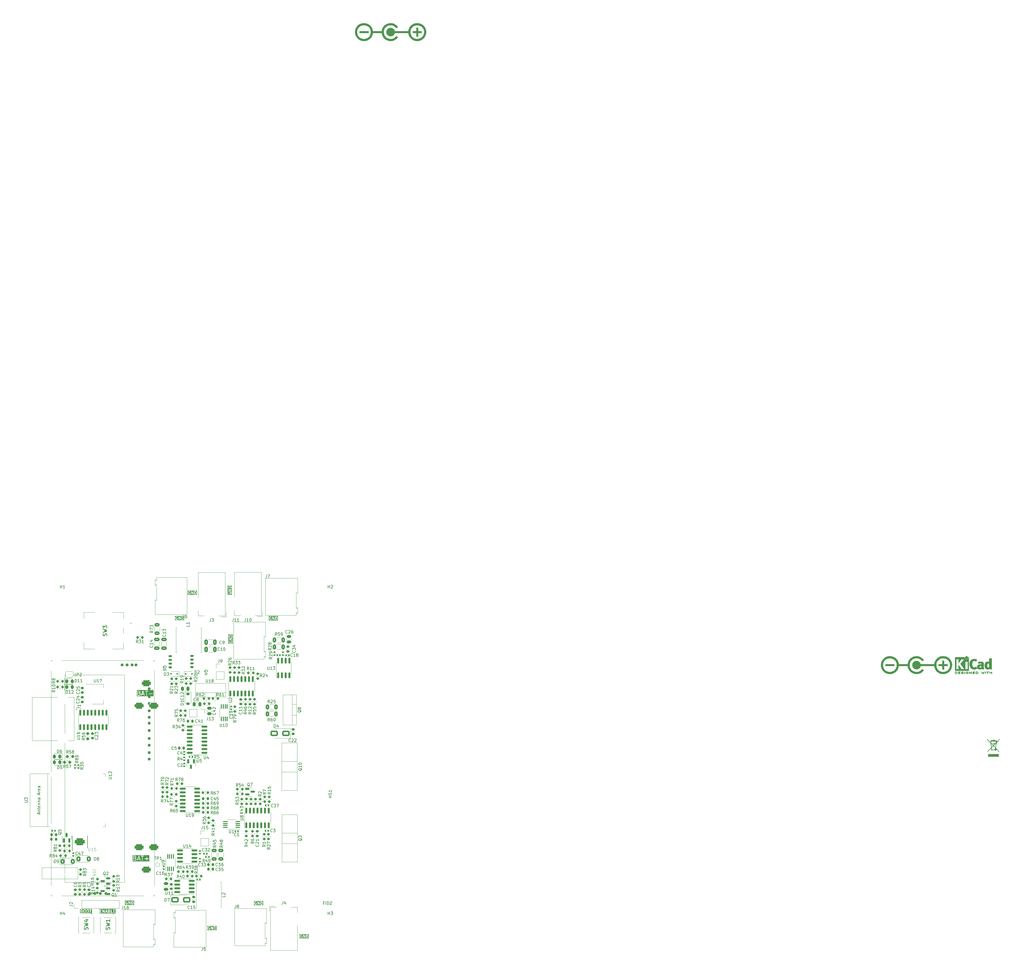
<source format=gbr>
%TF.GenerationSoftware,KiCad,Pcbnew,7.0.8*%
%TF.CreationDate,2023-10-31T22:16:14+02:00*%
%TF.ProjectId,Small_load_V1,536d616c-6c5f-46c6-9f61-645f56312e6b,rev?*%
%TF.SameCoordinates,Original*%
%TF.FileFunction,Legend,Top*%
%TF.FilePolarity,Positive*%
%FSLAX46Y46*%
G04 Gerber Fmt 4.6, Leading zero omitted, Abs format (unit mm)*
G04 Created by KiCad (PCBNEW 7.0.8) date 2023-10-31 22:16:14*
%MOMM*%
%LPD*%
G01*
G04 APERTURE LIST*
G04 Aperture macros list*
%AMRoundRect*
0 Rectangle with rounded corners*
0 $1 Rounding radius*
0 $2 $3 $4 $5 $6 $7 $8 $9 X,Y pos of 4 corners*
0 Add a 4 corners polygon primitive as box body*
4,1,4,$2,$3,$4,$5,$6,$7,$8,$9,$2,$3,0*
0 Add four circle primitives for the rounded corners*
1,1,$1+$1,$2,$3*
1,1,$1+$1,$4,$5*
1,1,$1+$1,$6,$7*
1,1,$1+$1,$8,$9*
0 Add four rect primitives between the rounded corners*
20,1,$1+$1,$2,$3,$4,$5,0*
20,1,$1+$1,$4,$5,$6,$7,0*
20,1,$1+$1,$6,$7,$8,$9,0*
20,1,$1+$1,$8,$9,$2,$3,0*%
%AMHorizOval*
0 Thick line with rounded ends*
0 $1 width*
0 $2 $3 position (X,Y) of the first rounded end (center of the circle)*
0 $4 $5 position (X,Y) of the second rounded end (center of the circle)*
0 Add line between two ends*
20,1,$1,$2,$3,$4,$5,0*
0 Add two circle primitives to create the rounded ends*
1,1,$1,$2,$3*
1,1,$1,$4,$5*%
%AMRotRect*
0 Rectangle, with rotation*
0 The origin of the aperture is its center*
0 $1 length*
0 $2 width*
0 $3 Rotation angle, in degrees counterclockwise*
0 Add horizontal line*
21,1,$1,$2,0,0,$3*%
%AMFreePoly0*
4,1,19,0.500000,-0.750000,0.000000,-0.750000,0.000000,-0.744911,-0.071157,-0.744911,-0.207708,-0.704816,-0.327430,-0.627875,-0.420627,-0.520320,-0.479746,-0.390866,-0.500000,-0.250000,-0.500000,0.250000,-0.479746,0.390866,-0.420627,0.520320,-0.327430,0.627875,-0.207708,0.704816,-0.071157,0.744911,0.000000,0.744911,0.000000,0.750000,0.500000,0.750000,0.500000,-0.750000,0.500000,-0.750000,
$1*%
%AMFreePoly1*
4,1,19,0.000000,0.744911,0.071157,0.744911,0.207708,0.704816,0.327430,0.627875,0.420627,0.520320,0.479746,0.390866,0.500000,0.250000,0.500000,-0.250000,0.479746,-0.390866,0.420627,-0.520320,0.327430,-0.627875,0.207708,-0.704816,0.071157,-0.744911,0.000000,-0.744911,0.000000,-0.750000,-0.500000,-0.750000,-0.500000,0.750000,0.000000,0.750000,0.000000,0.744911,0.000000,0.744911,
$1*%
G04 Aperture macros list end*
%ADD10C,0.200000*%
%ADD11C,0.150000*%
%ADD12C,0.254000*%
%ADD13C,0.100000*%
%ADD14C,0.120000*%
%ADD15C,0.010000*%
%ADD16C,0.050000*%
%ADD17C,0.500500*%
%ADD18RoundRect,0.200000X-0.275000X0.200000X-0.275000X-0.200000X0.275000X-0.200000X0.275000X0.200000X0*%
%ADD19R,0.700000X1.000000*%
%ADD20RoundRect,0.112500X-0.187500X-0.112500X0.187500X-0.112500X0.187500X0.112500X-0.187500X0.112500X0*%
%ADD21R,4.400000X1.800000*%
%ADD22O,4.000000X1.800000*%
%ADD23O,1.800000X4.000000*%
%ADD24RoundRect,0.250000X-0.650000X0.325000X-0.650000X-0.325000X0.650000X-0.325000X0.650000X0.325000X0*%
%ADD25RoundRect,0.150000X0.150000X-0.825000X0.150000X0.825000X-0.150000X0.825000X-0.150000X-0.825000X0*%
%ADD26RoundRect,0.225000X0.250000X-0.225000X0.250000X0.225000X-0.250000X0.225000X-0.250000X-0.225000X0*%
%ADD27RoundRect,0.200000X0.200000X0.275000X-0.200000X0.275000X-0.200000X-0.275000X0.200000X-0.275000X0*%
%ADD28RoundRect,0.135000X-0.185000X0.135000X-0.185000X-0.135000X0.185000X-0.135000X0.185000X0.135000X0*%
%ADD29RoundRect,0.200000X-0.200000X-0.275000X0.200000X-0.275000X0.200000X0.275000X-0.200000X0.275000X0*%
%ADD30RoundRect,0.243750X0.243750X0.456250X-0.243750X0.456250X-0.243750X-0.456250X0.243750X-0.456250X0*%
%ADD31R,1.524000X1.524000*%
%ADD32C,1.524000*%
%ADD33C,3.500000*%
%ADD34R,1.700000X1.700000*%
%ADD35O,1.700000X1.700000*%
%ADD36RoundRect,0.600000X1.100000X-0.600000X1.100000X0.600000X-1.100000X0.600000X-1.100000X-0.600000X0*%
%ADD37R,0.510000X1.100000*%
%ADD38RoundRect,0.225000X0.225000X0.250000X-0.225000X0.250000X-0.225000X-0.250000X0.225000X-0.250000X0*%
%ADD39RoundRect,0.200000X0.275000X-0.200000X0.275000X0.200000X-0.275000X0.200000X-0.275000X-0.200000X0*%
%ADD40RoundRect,0.140000X0.170000X-0.140000X0.170000X0.140000X-0.170000X0.140000X-0.170000X-0.140000X0*%
%ADD41RoundRect,0.140000X-0.170000X0.140000X-0.170000X-0.140000X0.170000X-0.140000X0.170000X0.140000X0*%
%ADD42RoundRect,0.225000X-0.250000X0.225000X-0.250000X-0.225000X0.250000X-0.225000X0.250000X0.225000X0*%
%ADD43C,3.600000*%
%ADD44C,6.400000*%
%ADD45R,1.980000X3.960000*%
%ADD46O,1.980000X3.960000*%
%ADD47RoundRect,0.140000X-0.140000X-0.170000X0.140000X-0.170000X0.140000X0.170000X-0.140000X0.170000X0*%
%ADD48R,1.510000X4.710000*%
%ADD49R,3.100000X4.210000*%
%ADD50RoundRect,0.175000X-0.400000X0.175000X-0.400000X-0.175000X0.400000X-0.175000X0.400000X0.175000X0*%
%ADD51RoundRect,0.250000X0.475000X-0.250000X0.475000X0.250000X-0.475000X0.250000X-0.475000X-0.250000X0*%
%ADD52C,2.000000*%
%ADD53C,4.920000*%
%ADD54C,2.200000*%
%ADD55R,2.000000X1.905000*%
%ADD56O,2.000000X1.905000*%
%ADD57C,5.000000*%
%ADD58RoundRect,0.140000X0.140000X0.170000X-0.140000X0.170000X-0.140000X-0.170000X0.140000X-0.170000X0*%
%ADD59R,4.500000X2.500000*%
%ADD60O,4.500000X2.500000*%
%ADD61RoundRect,0.135000X-0.135000X-0.185000X0.135000X-0.185000X0.135000X0.185000X-0.135000X0.185000X0*%
%ADD62RoundRect,0.237500X0.237500X-0.250000X0.237500X0.250000X-0.237500X0.250000X-0.237500X-0.250000X0*%
%ADD63R,7.500000X2.200000*%
%ADD64RoundRect,0.243750X-0.243750X-0.456250X0.243750X-0.456250X0.243750X0.456250X-0.243750X0.456250X0*%
%ADD65R,1.905000X2.000000*%
%ADD66O,1.905000X2.000000*%
%ADD67RoundRect,0.250000X1.000000X0.650000X-1.000000X0.650000X-1.000000X-0.650000X1.000000X-0.650000X0*%
%ADD68RoundRect,0.250000X-0.475000X0.250000X-0.475000X-0.250000X0.475000X-0.250000X0.475000X0.250000X0*%
%ADD69RoundRect,0.150000X-0.150000X0.587500X-0.150000X-0.587500X0.150000X-0.587500X0.150000X0.587500X0*%
%ADD70C,1.500000*%
%ADD71RoundRect,0.100000X0.100000X-0.712500X0.100000X0.712500X-0.100000X0.712500X-0.100000X-0.712500X0*%
%ADD72RoundRect,0.250000X-0.312500X-0.625000X0.312500X-0.625000X0.312500X0.625000X-0.312500X0.625000X0*%
%ADD73RoundRect,0.250000X-0.400000X-0.600000X0.400000X-0.600000X0.400000X0.600000X-0.400000X0.600000X0*%
%ADD74RoundRect,0.250000X0.625000X-0.312500X0.625000X0.312500X-0.625000X0.312500X-0.625000X-0.312500X0*%
%ADD75RoundRect,0.250000X0.250000X0.475000X-0.250000X0.475000X-0.250000X-0.475000X0.250000X-0.475000X0*%
%ADD76RoundRect,0.150000X0.587500X0.150000X-0.587500X0.150000X-0.587500X-0.150000X0.587500X-0.150000X0*%
%ADD77RoundRect,0.135000X0.185000X-0.135000X0.185000X0.135000X-0.185000X0.135000X-0.185000X-0.135000X0*%
%ADD78RoundRect,0.237500X0.250000X0.237500X-0.250000X0.237500X-0.250000X-0.237500X0.250000X-0.237500X0*%
%ADD79RoundRect,0.250000X-0.325000X-0.650000X0.325000X-0.650000X0.325000X0.650000X-0.325000X0.650000X0*%
%ADD80RoundRect,0.112500X0.187500X0.112500X-0.187500X0.112500X-0.187500X-0.112500X0.187500X-0.112500X0*%
%ADD81RoundRect,0.150000X0.825000X0.150000X-0.825000X0.150000X-0.825000X-0.150000X0.825000X-0.150000X0*%
%ADD82RoundRect,0.225000X-0.375000X0.225000X-0.375000X-0.225000X0.375000X-0.225000X0.375000X0.225000X0*%
%ADD83R,3.500000X3.000000*%
%ADD84C,1.000000*%
%ADD85RoundRect,0.100000X-0.100000X0.712500X-0.100000X-0.712500X0.100000X-0.712500X0.100000X0.712500X0*%
%ADD86R,0.900000X1.500000*%
%ADD87R,1.500000X0.900000*%
%ADD88R,0.900000X0.900000*%
%ADD89C,0.600000*%
%ADD90O,1.900000X0.800000*%
%ADD91RoundRect,0.135000X0.135000X0.185000X-0.135000X0.185000X-0.135000X-0.185000X0.135000X-0.185000X0*%
%ADD92RoundRect,0.250000X0.312500X0.625000X-0.312500X0.625000X-0.312500X-0.625000X0.312500X-0.625000X0*%
%ADD93FreePoly0,180.000000*%
%ADD94FreePoly1,180.000000*%
%ADD95RoundRect,0.150000X-0.825000X-0.150000X0.825000X-0.150000X0.825000X0.150000X-0.825000X0.150000X0*%
%ADD96RoundRect,0.225000X-0.225000X-0.250000X0.225000X-0.250000X0.225000X0.250000X-0.225000X0.250000X0*%
%ADD97RoundRect,0.100000X0.712500X0.100000X-0.712500X0.100000X-0.712500X-0.100000X0.712500X-0.100000X0*%
%ADD98RoundRect,0.150000X-0.587500X-0.150000X0.587500X-0.150000X0.587500X0.150000X-0.587500X0.150000X0*%
%ADD99RoundRect,0.150000X0.150000X-0.587500X0.150000X0.587500X-0.150000X0.587500X-0.150000X-0.587500X0*%
%ADD100RoundRect,0.250000X-1.000000X-0.650000X1.000000X-0.650000X1.000000X0.650000X-1.000000X0.650000X0*%
%ADD101R,2.290000X3.000000*%
%ADD102R,2.000000X1.500000*%
%ADD103R,2.000000X3.800000*%
%ADD104RoundRect,0.500000X1.000000X0.500000X-1.000000X0.500000X-1.000000X-0.500000X1.000000X-0.500000X0*%
%ADD105RoundRect,0.500000X-1.000000X-0.500000X1.000000X-0.500000X1.000000X0.500000X-1.000000X0.500000X0*%
%ADD106C,2.400000*%
%ADD107HorizOval,2.400000X0.000000X0.000000X0.000000X0.000000X0*%
%ADD108C,1.600000*%
%ADD109O,1.600000X1.600000*%
%ADD110RotRect,1.600000X1.600000X135.000000*%
%ADD111O,2.400000X2.400000*%
%ADD112R,1.600000X1.600000*%
G04 APERTURE END LIST*
D10*
G36*
X112344218Y-67403249D02*
G01*
X112415127Y-67438703D01*
X112482197Y-67505773D01*
X112517219Y-67610838D01*
X112517219Y-67732707D01*
X111717219Y-67732707D01*
X111717219Y-67610839D01*
X111752240Y-67505774D01*
X111819313Y-67438702D01*
X111890218Y-67403249D01*
X112058099Y-67361279D01*
X112176337Y-67361279D01*
X112344218Y-67403249D01*
G37*
G36*
X112860076Y-70170802D02*
G01*
X111374362Y-70170802D01*
X111374362Y-69594612D01*
X111517219Y-69594612D01*
X111522227Y-69610027D01*
X111522351Y-69626235D01*
X111569970Y-69769091D01*
X111583659Y-69787636D01*
X111594127Y-69808180D01*
X111689365Y-69903418D01*
X111703807Y-69910776D01*
X111715355Y-69922150D01*
X111810592Y-69969769D01*
X111821613Y-69971429D01*
X111831060Y-69977340D01*
X112021536Y-70024959D01*
X112033952Y-70024098D01*
X112045790Y-70027945D01*
X112188647Y-70027945D01*
X112200484Y-70024098D01*
X112212901Y-70024959D01*
X112403376Y-69977340D01*
X112412822Y-69971429D01*
X112423844Y-69969769D01*
X112519082Y-69922150D01*
X112530630Y-69910775D01*
X112545071Y-69903418D01*
X112640311Y-69808180D01*
X112650779Y-69787635D01*
X112664468Y-69769092D01*
X112712087Y-69626235D01*
X112712210Y-69610027D01*
X112717219Y-69594612D01*
X112717219Y-69499374D01*
X112712210Y-69483958D01*
X112712087Y-69467751D01*
X112664468Y-69324894D01*
X112650776Y-69306347D01*
X112640310Y-69285805D01*
X112592690Y-69238187D01*
X112585502Y-69234524D01*
X112580759Y-69227996D01*
X112558487Y-69220759D01*
X112537622Y-69210128D01*
X112529651Y-69211390D01*
X112521980Y-69208898D01*
X112188647Y-69208898D01*
X112173584Y-69213792D01*
X112157745Y-69213792D01*
X112144931Y-69223101D01*
X112129868Y-69227996D01*
X112120558Y-69240809D01*
X112107745Y-69250119D01*
X112102850Y-69265182D01*
X112093541Y-69277996D01*
X112093541Y-69293835D01*
X112088647Y-69308898D01*
X112088647Y-69499374D01*
X112107745Y-69558153D01*
X112157745Y-69594480D01*
X112219549Y-69594480D01*
X112269549Y-69558153D01*
X112288647Y-69499374D01*
X112288647Y-69408898D01*
X112480560Y-69408898D01*
X112482197Y-69410535D01*
X112517219Y-69515600D01*
X112517219Y-69578385D01*
X112482197Y-69683450D01*
X112415127Y-69750520D01*
X112344218Y-69785974D01*
X112176337Y-69827945D01*
X112058099Y-69827945D01*
X111890218Y-69785974D01*
X111819313Y-69750522D01*
X111752240Y-69683449D01*
X111717219Y-69578385D01*
X111717219Y-69475362D01*
X111754281Y-69401239D01*
X111763486Y-69340124D01*
X111735010Y-69285272D01*
X111679731Y-69257632D01*
X111618764Y-69267763D01*
X111575395Y-69311796D01*
X111527776Y-69407034D01*
X111524342Y-69429831D01*
X111517219Y-69451755D01*
X111517219Y-69594612D01*
X111374362Y-69594612D01*
X111374362Y-68900681D01*
X111519312Y-68900681D01*
X111522113Y-68905582D01*
X111522113Y-68911228D01*
X111537224Y-68932027D01*
X111549976Y-68954342D01*
X111555121Y-68956660D01*
X111558440Y-68961228D01*
X111582886Y-68969171D01*
X111606323Y-68979731D01*
X111611850Y-68978581D01*
X111617219Y-68980326D01*
X112617219Y-68980326D01*
X112675998Y-68961228D01*
X112712325Y-68911228D01*
X112712325Y-68849424D01*
X112675998Y-68799424D01*
X112617219Y-68780326D01*
X111993775Y-68780326D01*
X112666833Y-68395722D01*
X112670628Y-68391544D01*
X112675998Y-68389800D01*
X112691109Y-68369001D01*
X112708392Y-68349978D01*
X112709007Y-68344366D01*
X112712325Y-68339800D01*
X112712325Y-68314096D01*
X112715126Y-68288543D01*
X112712325Y-68283641D01*
X112712325Y-68277996D01*
X112697216Y-68257200D01*
X112684463Y-68234882D01*
X112679316Y-68232562D01*
X112675998Y-68227996D01*
X112651552Y-68220053D01*
X112628115Y-68209493D01*
X112622587Y-68210642D01*
X112617219Y-68208898D01*
X111617219Y-68208898D01*
X111558440Y-68227996D01*
X111522113Y-68277996D01*
X111522113Y-68339800D01*
X111558440Y-68389800D01*
X111617219Y-68408898D01*
X112240663Y-68408898D01*
X111567605Y-68793502D01*
X111563809Y-68797679D01*
X111558440Y-68799424D01*
X111543328Y-68820222D01*
X111526046Y-68839246D01*
X111525430Y-68844857D01*
X111522113Y-68849424D01*
X111522113Y-68875127D01*
X111519312Y-68900681D01*
X111374362Y-68900681D01*
X111374362Y-67832707D01*
X111517219Y-67832707D01*
X111522113Y-67847769D01*
X111522113Y-67863609D01*
X111531422Y-67876422D01*
X111536317Y-67891486D01*
X111549130Y-67900795D01*
X111558440Y-67913609D01*
X111573503Y-67918503D01*
X111586317Y-67927813D01*
X111602156Y-67927813D01*
X111617219Y-67932707D01*
X112617219Y-67932707D01*
X112632282Y-67927813D01*
X112648121Y-67927813D01*
X112660934Y-67918503D01*
X112675998Y-67913609D01*
X112685307Y-67900795D01*
X112698121Y-67891486D01*
X112703015Y-67876422D01*
X112712325Y-67863609D01*
X112712325Y-67847769D01*
X112717219Y-67832707D01*
X112717219Y-67594612D01*
X112712210Y-67579196D01*
X112712087Y-67562989D01*
X112664468Y-67420132D01*
X112650779Y-67401588D01*
X112640311Y-67381044D01*
X112545071Y-67285806D01*
X112530630Y-67278448D01*
X112519082Y-67267074D01*
X112423844Y-67219455D01*
X112412822Y-67217794D01*
X112403376Y-67211884D01*
X112212901Y-67164265D01*
X112200484Y-67165125D01*
X112188647Y-67161279D01*
X112045790Y-67161279D01*
X112033952Y-67165125D01*
X112021536Y-67164265D01*
X111831060Y-67211884D01*
X111821613Y-67217794D01*
X111810592Y-67219455D01*
X111715355Y-67267074D01*
X111703807Y-67278447D01*
X111689365Y-67285806D01*
X111594127Y-67381044D01*
X111583659Y-67401587D01*
X111569970Y-67420133D01*
X111522351Y-67562989D01*
X111522227Y-67579196D01*
X111517219Y-67594612D01*
X111517219Y-67832707D01*
X111374362Y-67832707D01*
X111374362Y-67018422D01*
X112860076Y-67018422D01*
X112860076Y-70170802D01*
G37*
G36*
X95844224Y-61102240D02*
G01*
X95911297Y-61169313D01*
X95946749Y-61240218D01*
X95988720Y-61408099D01*
X95988720Y-61526337D01*
X95946749Y-61694218D01*
X95911296Y-61765124D01*
X95844225Y-61832197D01*
X95739160Y-61867219D01*
X95617292Y-61867219D01*
X95617292Y-61067219D01*
X95739160Y-61067219D01*
X95844224Y-61102240D01*
G37*
G36*
X96331577Y-62210076D02*
G01*
X93179197Y-62210076D01*
X93179197Y-61538647D01*
X93322054Y-61538647D01*
X93325900Y-61550484D01*
X93325040Y-61562901D01*
X93372659Y-61753376D01*
X93378569Y-61762822D01*
X93380230Y-61773844D01*
X93427849Y-61869082D01*
X93439223Y-61880630D01*
X93446581Y-61895071D01*
X93541819Y-61990311D01*
X93562363Y-62000779D01*
X93580907Y-62014468D01*
X93723764Y-62062087D01*
X93739971Y-62062210D01*
X93755387Y-62067219D01*
X93850625Y-62067219D01*
X93866040Y-62062210D01*
X93882248Y-62062087D01*
X94025104Y-62014468D01*
X94043651Y-62000776D01*
X94064193Y-61990310D01*
X94087284Y-61967219D01*
X94369673Y-61967219D01*
X94388771Y-62025998D01*
X94438771Y-62062325D01*
X94500575Y-62062325D01*
X94550575Y-62025998D01*
X94569673Y-61967219D01*
X94569673Y-61343775D01*
X94954277Y-62016833D01*
X94958454Y-62020628D01*
X94960199Y-62025998D01*
X94980997Y-62041109D01*
X95000021Y-62058392D01*
X95005632Y-62059007D01*
X95010199Y-62062325D01*
X95035902Y-62062325D01*
X95061456Y-62065126D01*
X95066358Y-62062325D01*
X95072003Y-62062325D01*
X95092798Y-62047216D01*
X95115117Y-62034463D01*
X95117436Y-62029316D01*
X95122003Y-62025998D01*
X95129945Y-62001552D01*
X95140506Y-61978115D01*
X95139356Y-61972587D01*
X95141101Y-61967219D01*
X95417292Y-61967219D01*
X95422186Y-61982281D01*
X95422186Y-61998121D01*
X95431495Y-62010934D01*
X95436390Y-62025998D01*
X95449203Y-62035307D01*
X95458513Y-62048121D01*
X95473576Y-62053015D01*
X95486390Y-62062325D01*
X95502229Y-62062325D01*
X95517292Y-62067219D01*
X95755387Y-62067219D01*
X95770802Y-62062210D01*
X95787010Y-62062087D01*
X95929866Y-62014468D01*
X95948413Y-62000776D01*
X95968955Y-61990310D01*
X96064193Y-61895071D01*
X96071551Y-61880629D01*
X96082925Y-61869082D01*
X96130544Y-61773845D01*
X96132204Y-61762823D01*
X96138115Y-61753377D01*
X96185734Y-61562901D01*
X96184873Y-61550484D01*
X96188720Y-61538647D01*
X96188720Y-61395790D01*
X96184873Y-61383952D01*
X96185734Y-61371536D01*
X96138115Y-61181060D01*
X96132204Y-61171613D01*
X96130544Y-61160592D01*
X96082925Y-61065355D01*
X96071551Y-61053807D01*
X96064193Y-61039365D01*
X95968955Y-60944127D01*
X95948411Y-60933659D01*
X95929866Y-60919970D01*
X95787010Y-60872351D01*
X95770802Y-60872227D01*
X95755387Y-60867219D01*
X95517292Y-60867219D01*
X95502229Y-60872113D01*
X95486390Y-60872113D01*
X95473576Y-60881422D01*
X95458513Y-60886317D01*
X95449203Y-60899130D01*
X95436390Y-60908440D01*
X95431495Y-60923503D01*
X95422186Y-60936317D01*
X95422186Y-60952156D01*
X95417292Y-60967219D01*
X95417292Y-61967219D01*
X95141101Y-61967219D01*
X95141101Y-60967219D01*
X95122003Y-60908440D01*
X95072003Y-60872113D01*
X95010199Y-60872113D01*
X94960199Y-60908440D01*
X94941101Y-60967219D01*
X94941101Y-61590662D01*
X94556497Y-60917605D01*
X94552319Y-60913809D01*
X94550575Y-60908440D01*
X94529776Y-60893328D01*
X94510753Y-60876046D01*
X94505141Y-60875430D01*
X94500575Y-60872113D01*
X94474872Y-60872113D01*
X94449318Y-60869312D01*
X94444416Y-60872113D01*
X94438771Y-60872113D01*
X94417971Y-60887224D01*
X94395657Y-60899976D01*
X94393338Y-60905121D01*
X94388771Y-60908440D01*
X94380827Y-60932886D01*
X94370268Y-60956323D01*
X94371417Y-60961850D01*
X94369673Y-60967219D01*
X94369673Y-61967219D01*
X94087284Y-61967219D01*
X94111812Y-61942690D01*
X94115474Y-61935502D01*
X94122003Y-61930759D01*
X94129240Y-61908484D01*
X94139870Y-61887622D01*
X94138607Y-61879653D01*
X94141101Y-61871980D01*
X94141101Y-61538647D01*
X94136207Y-61523584D01*
X94136207Y-61507745D01*
X94126897Y-61494931D01*
X94122003Y-61479868D01*
X94109189Y-61470558D01*
X94099880Y-61457745D01*
X94084816Y-61452850D01*
X94072003Y-61443541D01*
X94056164Y-61443541D01*
X94041101Y-61438647D01*
X93850625Y-61438647D01*
X93791846Y-61457745D01*
X93755519Y-61507745D01*
X93755519Y-61569549D01*
X93791846Y-61619549D01*
X93850625Y-61638647D01*
X93941101Y-61638647D01*
X93941101Y-61830559D01*
X93939462Y-61832197D01*
X93834398Y-61867219D01*
X93771613Y-61867219D01*
X93666548Y-61832197D01*
X93599478Y-61765127D01*
X93564024Y-61694218D01*
X93522054Y-61526337D01*
X93522054Y-61408100D01*
X93564024Y-61240218D01*
X93599477Y-61169312D01*
X93666549Y-61102240D01*
X93771613Y-61067219D01*
X93874637Y-61067219D01*
X93948760Y-61104281D01*
X94009875Y-61113486D01*
X94064727Y-61085010D01*
X94092367Y-61029731D01*
X94082236Y-60968764D01*
X94038203Y-60925395D01*
X93942965Y-60877776D01*
X93920167Y-60874342D01*
X93898244Y-60867219D01*
X93755387Y-60867219D01*
X93739971Y-60872227D01*
X93723764Y-60872351D01*
X93580907Y-60919970D01*
X93562360Y-60933660D01*
X93541819Y-60944127D01*
X93446581Y-61039365D01*
X93439222Y-61053807D01*
X93427849Y-61065355D01*
X93380230Y-61160593D01*
X93378569Y-61171614D01*
X93372659Y-61181061D01*
X93325040Y-61371536D01*
X93325900Y-61383952D01*
X93322054Y-61395790D01*
X93322054Y-61538647D01*
X93179197Y-61538647D01*
X93179197Y-60724362D01*
X96331577Y-60724362D01*
X96331577Y-62210076D01*
G37*
G36*
X112044218Y-50753249D02*
G01*
X112115127Y-50788703D01*
X112182197Y-50855773D01*
X112217219Y-50960838D01*
X112217219Y-51082707D01*
X111417219Y-51082707D01*
X111417219Y-50960839D01*
X111452240Y-50855774D01*
X111519313Y-50788702D01*
X111590218Y-50753249D01*
X111758099Y-50711279D01*
X111876337Y-50711279D01*
X112044218Y-50753249D01*
G37*
G36*
X112560076Y-53520802D02*
G01*
X111074362Y-53520802D01*
X111074362Y-52944612D01*
X111217219Y-52944612D01*
X111222227Y-52960027D01*
X111222351Y-52976235D01*
X111269970Y-53119091D01*
X111283659Y-53137636D01*
X111294127Y-53158180D01*
X111389365Y-53253418D01*
X111403807Y-53260776D01*
X111415355Y-53272150D01*
X111510592Y-53319769D01*
X111521613Y-53321429D01*
X111531060Y-53327340D01*
X111721536Y-53374959D01*
X111733952Y-53374098D01*
X111745790Y-53377945D01*
X111888647Y-53377945D01*
X111900484Y-53374098D01*
X111912901Y-53374959D01*
X112103376Y-53327340D01*
X112112822Y-53321429D01*
X112123844Y-53319769D01*
X112219082Y-53272150D01*
X112230630Y-53260775D01*
X112245071Y-53253418D01*
X112340311Y-53158180D01*
X112350779Y-53137635D01*
X112364468Y-53119092D01*
X112412087Y-52976235D01*
X112412210Y-52960027D01*
X112417219Y-52944612D01*
X112417219Y-52849374D01*
X112412210Y-52833958D01*
X112412087Y-52817751D01*
X112364468Y-52674894D01*
X112350776Y-52656347D01*
X112340310Y-52635805D01*
X112292690Y-52588187D01*
X112285502Y-52584524D01*
X112280759Y-52577996D01*
X112258487Y-52570759D01*
X112237622Y-52560128D01*
X112229651Y-52561390D01*
X112221980Y-52558898D01*
X111888647Y-52558898D01*
X111873584Y-52563792D01*
X111857745Y-52563792D01*
X111844931Y-52573101D01*
X111829868Y-52577996D01*
X111820558Y-52590809D01*
X111807745Y-52600119D01*
X111802850Y-52615182D01*
X111793541Y-52627996D01*
X111793541Y-52643835D01*
X111788647Y-52658898D01*
X111788647Y-52849374D01*
X111807745Y-52908153D01*
X111857745Y-52944480D01*
X111919549Y-52944480D01*
X111969549Y-52908153D01*
X111988647Y-52849374D01*
X111988647Y-52758898D01*
X112180560Y-52758898D01*
X112182197Y-52760535D01*
X112217219Y-52865600D01*
X112217219Y-52928385D01*
X112182197Y-53033450D01*
X112115127Y-53100520D01*
X112044218Y-53135974D01*
X111876337Y-53177945D01*
X111758099Y-53177945D01*
X111590218Y-53135974D01*
X111519313Y-53100522D01*
X111452240Y-53033449D01*
X111417219Y-52928385D01*
X111417219Y-52825362D01*
X111454281Y-52751239D01*
X111463486Y-52690124D01*
X111435010Y-52635272D01*
X111379731Y-52607632D01*
X111318764Y-52617763D01*
X111275395Y-52661796D01*
X111227776Y-52757034D01*
X111224342Y-52779831D01*
X111217219Y-52801755D01*
X111217219Y-52944612D01*
X111074362Y-52944612D01*
X111074362Y-52250681D01*
X111219312Y-52250681D01*
X111222113Y-52255582D01*
X111222113Y-52261228D01*
X111237224Y-52282027D01*
X111249976Y-52304342D01*
X111255121Y-52306660D01*
X111258440Y-52311228D01*
X111282886Y-52319171D01*
X111306323Y-52329731D01*
X111311850Y-52328581D01*
X111317219Y-52330326D01*
X112317219Y-52330326D01*
X112375998Y-52311228D01*
X112412325Y-52261228D01*
X112412325Y-52199424D01*
X112375998Y-52149424D01*
X112317219Y-52130326D01*
X111693775Y-52130326D01*
X112366833Y-51745722D01*
X112370628Y-51741544D01*
X112375998Y-51739800D01*
X112391109Y-51719001D01*
X112408392Y-51699978D01*
X112409007Y-51694366D01*
X112412325Y-51689800D01*
X112412325Y-51664096D01*
X112415126Y-51638543D01*
X112412325Y-51633641D01*
X112412325Y-51627996D01*
X112397216Y-51607200D01*
X112384463Y-51584882D01*
X112379316Y-51582562D01*
X112375998Y-51577996D01*
X112351552Y-51570053D01*
X112328115Y-51559493D01*
X112322587Y-51560642D01*
X112317219Y-51558898D01*
X111317219Y-51558898D01*
X111258440Y-51577996D01*
X111222113Y-51627996D01*
X111222113Y-51689800D01*
X111258440Y-51739800D01*
X111317219Y-51758898D01*
X111940663Y-51758898D01*
X111267605Y-52143502D01*
X111263809Y-52147679D01*
X111258440Y-52149424D01*
X111243328Y-52170222D01*
X111226046Y-52189246D01*
X111225430Y-52194857D01*
X111222113Y-52199424D01*
X111222113Y-52225127D01*
X111219312Y-52250681D01*
X111074362Y-52250681D01*
X111074362Y-51182707D01*
X111217219Y-51182707D01*
X111222113Y-51197769D01*
X111222113Y-51213609D01*
X111231422Y-51226422D01*
X111236317Y-51241486D01*
X111249130Y-51250795D01*
X111258440Y-51263609D01*
X111273503Y-51268503D01*
X111286317Y-51277813D01*
X111302156Y-51277813D01*
X111317219Y-51282707D01*
X112317219Y-51282707D01*
X112332282Y-51277813D01*
X112348121Y-51277813D01*
X112360934Y-51268503D01*
X112375998Y-51263609D01*
X112385307Y-51250795D01*
X112398121Y-51241486D01*
X112403015Y-51226422D01*
X112412325Y-51213609D01*
X112412325Y-51197769D01*
X112417219Y-51182707D01*
X112417219Y-50944612D01*
X112412210Y-50929196D01*
X112412087Y-50912989D01*
X112364468Y-50770132D01*
X112350779Y-50751588D01*
X112340311Y-50731044D01*
X112245071Y-50635806D01*
X112230630Y-50628448D01*
X112219082Y-50617074D01*
X112123844Y-50569455D01*
X112112822Y-50567794D01*
X112103376Y-50561884D01*
X111912901Y-50514265D01*
X111900484Y-50515125D01*
X111888647Y-50511279D01*
X111745790Y-50511279D01*
X111733952Y-50515125D01*
X111721536Y-50514265D01*
X111531060Y-50561884D01*
X111521613Y-50567794D01*
X111510592Y-50569455D01*
X111415355Y-50617074D01*
X111403807Y-50628447D01*
X111389365Y-50635806D01*
X111294127Y-50731044D01*
X111283659Y-50751587D01*
X111269970Y-50770133D01*
X111222351Y-50912989D01*
X111222227Y-50929196D01*
X111217219Y-50944612D01*
X111217219Y-51182707D01*
X111074362Y-51182707D01*
X111074362Y-50368422D01*
X112560076Y-50368422D01*
X112560076Y-53520802D01*
G37*
G36*
X122694224Y-157952240D02*
G01*
X122761297Y-158019313D01*
X122796749Y-158090218D01*
X122838720Y-158258099D01*
X122838720Y-158376337D01*
X122796749Y-158544218D01*
X122761296Y-158615124D01*
X122694225Y-158682197D01*
X122589160Y-158717219D01*
X122467292Y-158717219D01*
X122467292Y-157917219D01*
X122589160Y-157917219D01*
X122694224Y-157952240D01*
G37*
G36*
X123181577Y-159060076D02*
G01*
X120029197Y-159060076D01*
X120029197Y-158388647D01*
X120172054Y-158388647D01*
X120175900Y-158400484D01*
X120175040Y-158412901D01*
X120222659Y-158603376D01*
X120228569Y-158612822D01*
X120230230Y-158623844D01*
X120277849Y-158719082D01*
X120289223Y-158730630D01*
X120296581Y-158745071D01*
X120391819Y-158840311D01*
X120412363Y-158850779D01*
X120430907Y-158864468D01*
X120573764Y-158912087D01*
X120589971Y-158912210D01*
X120605387Y-158917219D01*
X120700625Y-158917219D01*
X120716040Y-158912210D01*
X120732248Y-158912087D01*
X120875104Y-158864468D01*
X120893651Y-158850776D01*
X120914193Y-158840310D01*
X120937284Y-158817219D01*
X121219673Y-158817219D01*
X121238771Y-158875998D01*
X121288771Y-158912325D01*
X121350575Y-158912325D01*
X121400575Y-158875998D01*
X121419673Y-158817219D01*
X121419673Y-158193775D01*
X121804277Y-158866833D01*
X121808454Y-158870628D01*
X121810199Y-158875998D01*
X121830997Y-158891109D01*
X121850021Y-158908392D01*
X121855632Y-158909007D01*
X121860199Y-158912325D01*
X121885902Y-158912325D01*
X121911456Y-158915126D01*
X121916358Y-158912325D01*
X121922003Y-158912325D01*
X121942798Y-158897216D01*
X121965117Y-158884463D01*
X121967436Y-158879316D01*
X121972003Y-158875998D01*
X121979945Y-158851552D01*
X121990506Y-158828115D01*
X121989356Y-158822587D01*
X121991101Y-158817219D01*
X122267292Y-158817219D01*
X122272186Y-158832281D01*
X122272186Y-158848121D01*
X122281495Y-158860934D01*
X122286390Y-158875998D01*
X122299203Y-158885307D01*
X122308513Y-158898121D01*
X122323576Y-158903015D01*
X122336390Y-158912325D01*
X122352229Y-158912325D01*
X122367292Y-158917219D01*
X122605387Y-158917219D01*
X122620802Y-158912210D01*
X122637010Y-158912087D01*
X122779866Y-158864468D01*
X122798413Y-158850776D01*
X122818955Y-158840310D01*
X122914193Y-158745071D01*
X122921551Y-158730629D01*
X122932925Y-158719082D01*
X122980544Y-158623845D01*
X122982204Y-158612823D01*
X122988115Y-158603377D01*
X123035734Y-158412901D01*
X123034873Y-158400484D01*
X123038720Y-158388647D01*
X123038720Y-158245790D01*
X123034873Y-158233952D01*
X123035734Y-158221536D01*
X122988115Y-158031060D01*
X122982204Y-158021613D01*
X122980544Y-158010592D01*
X122932925Y-157915355D01*
X122921551Y-157903807D01*
X122914193Y-157889365D01*
X122818955Y-157794127D01*
X122798411Y-157783659D01*
X122779866Y-157769970D01*
X122637010Y-157722351D01*
X122620802Y-157722227D01*
X122605387Y-157717219D01*
X122367292Y-157717219D01*
X122352229Y-157722113D01*
X122336390Y-157722113D01*
X122323576Y-157731422D01*
X122308513Y-157736317D01*
X122299203Y-157749130D01*
X122286390Y-157758440D01*
X122281495Y-157773503D01*
X122272186Y-157786317D01*
X122272186Y-157802156D01*
X122267292Y-157817219D01*
X122267292Y-158817219D01*
X121991101Y-158817219D01*
X121991101Y-157817219D01*
X121972003Y-157758440D01*
X121922003Y-157722113D01*
X121860199Y-157722113D01*
X121810199Y-157758440D01*
X121791101Y-157817219D01*
X121791101Y-158440662D01*
X121406497Y-157767605D01*
X121402319Y-157763809D01*
X121400575Y-157758440D01*
X121379776Y-157743328D01*
X121360753Y-157726046D01*
X121355141Y-157725430D01*
X121350575Y-157722113D01*
X121324872Y-157722113D01*
X121299318Y-157719312D01*
X121294416Y-157722113D01*
X121288771Y-157722113D01*
X121267971Y-157737224D01*
X121245657Y-157749976D01*
X121243338Y-157755121D01*
X121238771Y-157758440D01*
X121230827Y-157782886D01*
X121220268Y-157806323D01*
X121221417Y-157811850D01*
X121219673Y-157817219D01*
X121219673Y-158817219D01*
X120937284Y-158817219D01*
X120961812Y-158792690D01*
X120965474Y-158785502D01*
X120972003Y-158780759D01*
X120979240Y-158758484D01*
X120989870Y-158737622D01*
X120988607Y-158729653D01*
X120991101Y-158721980D01*
X120991101Y-158388647D01*
X120986207Y-158373584D01*
X120986207Y-158357745D01*
X120976897Y-158344931D01*
X120972003Y-158329868D01*
X120959189Y-158320558D01*
X120949880Y-158307745D01*
X120934816Y-158302850D01*
X120922003Y-158293541D01*
X120906164Y-158293541D01*
X120891101Y-158288647D01*
X120700625Y-158288647D01*
X120641846Y-158307745D01*
X120605519Y-158357745D01*
X120605519Y-158419549D01*
X120641846Y-158469549D01*
X120700625Y-158488647D01*
X120791101Y-158488647D01*
X120791101Y-158680559D01*
X120789462Y-158682197D01*
X120684398Y-158717219D01*
X120621613Y-158717219D01*
X120516548Y-158682197D01*
X120449478Y-158615127D01*
X120414024Y-158544218D01*
X120372054Y-158376337D01*
X120372054Y-158258100D01*
X120414024Y-158090218D01*
X120449477Y-158019312D01*
X120516549Y-157952240D01*
X120621613Y-157917219D01*
X120724637Y-157917219D01*
X120798760Y-157954281D01*
X120859875Y-157963486D01*
X120914727Y-157935010D01*
X120942367Y-157879731D01*
X120932236Y-157818764D01*
X120888203Y-157775395D01*
X120792965Y-157727776D01*
X120770167Y-157724342D01*
X120748244Y-157717219D01*
X120605387Y-157717219D01*
X120589971Y-157722227D01*
X120573764Y-157722351D01*
X120430907Y-157769970D01*
X120412360Y-157783660D01*
X120391819Y-157794127D01*
X120296581Y-157889365D01*
X120289222Y-157903807D01*
X120277849Y-157915355D01*
X120230230Y-158010593D01*
X120228569Y-158021614D01*
X120222659Y-158031061D01*
X120175040Y-158221536D01*
X120175900Y-158233952D01*
X120172054Y-158245790D01*
X120172054Y-158388647D01*
X120029197Y-158388647D01*
X120029197Y-157574362D01*
X123181577Y-157574362D01*
X123181577Y-159060076D01*
G37*
G36*
X81198986Y-87079144D02*
G01*
X81242249Y-87122407D01*
X81295863Y-87229634D01*
X81295863Y-87396707D01*
X81242249Y-87503934D01*
X81193769Y-87552414D01*
X81086542Y-87606028D01*
X80638720Y-87606028D01*
X80638720Y-87020314D01*
X81022493Y-87020314D01*
X81198986Y-87079144D01*
G37*
G36*
X81122341Y-86359642D02*
G01*
X81170819Y-86408119D01*
X81224435Y-86515349D01*
X81224435Y-86610992D01*
X81170819Y-86718222D01*
X81122341Y-86766699D01*
X81015113Y-86820314D01*
X80638720Y-86820314D01*
X80638720Y-86306028D01*
X81015113Y-86306028D01*
X81122341Y-86359642D01*
G37*
G36*
X82542836Y-87177457D02*
G01*
X82106034Y-87177457D01*
X82324435Y-86522255D01*
X82542836Y-87177457D01*
G37*
G36*
X85919541Y-88020314D02*
G01*
X80224434Y-88020314D01*
X80224434Y-87706028D01*
X80438720Y-87706028D01*
X80443614Y-87721090D01*
X80443614Y-87736930D01*
X80452923Y-87749743D01*
X80457818Y-87764807D01*
X80470631Y-87774116D01*
X80479941Y-87786930D01*
X80495004Y-87791824D01*
X80507818Y-87801134D01*
X80523657Y-87801134D01*
X80538720Y-87806028D01*
X81110149Y-87806028D01*
X81132072Y-87798904D01*
X81154870Y-87795471D01*
X81273399Y-87736207D01*
X81729097Y-87736207D01*
X81765044Y-87786481D01*
X81823676Y-87806026D01*
X81882598Y-87787374D01*
X81919303Y-87737651D01*
X82039368Y-87377457D01*
X82609502Y-87377457D01*
X82729567Y-87737651D01*
X82766272Y-87787374D01*
X82825194Y-87806026D01*
X82883826Y-87786482D01*
X82919773Y-87736207D01*
X82919303Y-87674405D01*
X82440145Y-86236930D01*
X83015043Y-86236930D01*
X83051370Y-86286930D01*
X83110149Y-86306028D01*
X83438720Y-86306028D01*
X83438720Y-87706028D01*
X83457818Y-87764807D01*
X83507818Y-87801134D01*
X83569622Y-87801134D01*
X83619622Y-87764807D01*
X83638720Y-87706028D01*
X83638720Y-87165502D01*
X84372185Y-87165502D01*
X84408512Y-87215502D01*
X84467291Y-87234600D01*
X85610149Y-87234600D01*
X85668928Y-87215502D01*
X85705255Y-87165502D01*
X85705255Y-87103698D01*
X85668928Y-87053698D01*
X85610149Y-87034600D01*
X84467291Y-87034600D01*
X84408512Y-87053698D01*
X84372185Y-87103698D01*
X84372185Y-87165502D01*
X83638720Y-87165502D01*
X83638720Y-86306028D01*
X83967292Y-86306028D01*
X84026071Y-86286930D01*
X84062398Y-86236930D01*
X84062398Y-86175126D01*
X84026071Y-86125126D01*
X83967292Y-86106028D01*
X83110149Y-86106028D01*
X83051370Y-86125126D01*
X83015043Y-86175126D01*
X83015043Y-86236930D01*
X82440145Y-86236930D01*
X82419303Y-86174405D01*
X82401392Y-86150141D01*
X82383826Y-86125574D01*
X82383070Y-86125322D01*
X82382598Y-86124682D01*
X82353832Y-86115576D01*
X82325194Y-86106030D01*
X82324435Y-86106270D01*
X82323676Y-86106030D01*
X82295066Y-86115566D01*
X82266272Y-86124682D01*
X82265798Y-86125323D01*
X82265044Y-86125575D01*
X82247489Y-86150126D01*
X82229567Y-86174405D01*
X81729567Y-87674405D01*
X81729097Y-87736207D01*
X81273399Y-87736207D01*
X81297727Y-87724043D01*
X81309274Y-87712669D01*
X81323717Y-87705311D01*
X81395146Y-87633882D01*
X81402504Y-87619439D01*
X81413878Y-87607892D01*
X81485306Y-87465035D01*
X81488739Y-87442237D01*
X81495863Y-87420314D01*
X81495863Y-87206028D01*
X81488739Y-87184104D01*
X81485306Y-87161307D01*
X81413878Y-87018450D01*
X81402504Y-87006902D01*
X81395146Y-86992460D01*
X81323717Y-86921031D01*
X81303173Y-86910563D01*
X81284628Y-86896874D01*
X81277414Y-86894469D01*
X81323716Y-86848168D01*
X81331073Y-86833728D01*
X81342449Y-86822179D01*
X81413878Y-86679322D01*
X81417311Y-86656523D01*
X81424435Y-86634600D01*
X81424435Y-86491742D01*
X81417311Y-86469818D01*
X81413878Y-86447020D01*
X81342449Y-86304163D01*
X81331073Y-86292613D01*
X81323716Y-86278174D01*
X81252289Y-86206746D01*
X81237846Y-86199387D01*
X81226299Y-86188014D01*
X81083441Y-86116585D01*
X81060643Y-86113151D01*
X81038720Y-86106028D01*
X80538720Y-86106028D01*
X80523657Y-86110922D01*
X80507818Y-86110922D01*
X80495004Y-86120231D01*
X80479941Y-86125126D01*
X80470631Y-86137939D01*
X80457818Y-86147249D01*
X80452923Y-86162312D01*
X80443614Y-86175126D01*
X80443614Y-86190965D01*
X80438720Y-86206028D01*
X80438720Y-87706028D01*
X80224434Y-87706028D01*
X80224434Y-85891742D01*
X85919541Y-85891742D01*
X85919541Y-88020314D01*
G37*
G36*
X79798986Y-143179144D02*
G01*
X79842249Y-143222407D01*
X79895863Y-143329634D01*
X79895863Y-143496707D01*
X79842249Y-143603934D01*
X79793769Y-143652414D01*
X79686542Y-143706028D01*
X79238720Y-143706028D01*
X79238720Y-143120314D01*
X79622493Y-143120314D01*
X79798986Y-143179144D01*
G37*
G36*
X79722341Y-142459642D02*
G01*
X79770819Y-142508119D01*
X79824435Y-142615349D01*
X79824435Y-142710992D01*
X79770819Y-142818222D01*
X79722341Y-142866699D01*
X79615113Y-142920314D01*
X79238720Y-142920314D01*
X79238720Y-142406028D01*
X79615113Y-142406028D01*
X79722341Y-142459642D01*
G37*
G36*
X81142836Y-143277457D02*
G01*
X80706034Y-143277457D01*
X80924435Y-142622255D01*
X81142836Y-143277457D01*
G37*
G36*
X84519541Y-144120314D02*
G01*
X78824434Y-144120314D01*
X78824434Y-143806028D01*
X79038720Y-143806028D01*
X79043614Y-143821090D01*
X79043614Y-143836930D01*
X79052923Y-143849743D01*
X79057818Y-143864807D01*
X79070631Y-143874116D01*
X79079941Y-143886930D01*
X79095004Y-143891824D01*
X79107818Y-143901134D01*
X79123657Y-143901134D01*
X79138720Y-143906028D01*
X79710149Y-143906028D01*
X79732072Y-143898904D01*
X79754870Y-143895471D01*
X79873399Y-143836207D01*
X80329097Y-143836207D01*
X80365044Y-143886481D01*
X80423676Y-143906026D01*
X80482598Y-143887374D01*
X80519303Y-143837651D01*
X80639368Y-143477457D01*
X81209502Y-143477457D01*
X81329567Y-143837651D01*
X81366272Y-143887374D01*
X81425194Y-143906026D01*
X81483826Y-143886482D01*
X81519773Y-143836207D01*
X81519303Y-143774405D01*
X81040145Y-142336930D01*
X81615043Y-142336930D01*
X81651370Y-142386930D01*
X81710149Y-142406028D01*
X82038720Y-142406028D01*
X82038720Y-143806028D01*
X82057818Y-143864807D01*
X82107818Y-143901134D01*
X82169622Y-143901134D01*
X82219622Y-143864807D01*
X82238720Y-143806028D01*
X82238720Y-143265502D01*
X82972185Y-143265502D01*
X83008512Y-143315502D01*
X83067291Y-143334600D01*
X83538720Y-143334600D01*
X83538720Y-143806028D01*
X83557818Y-143864807D01*
X83607818Y-143901134D01*
X83669622Y-143901134D01*
X83719622Y-143864807D01*
X83738720Y-143806028D01*
X83738720Y-143334600D01*
X84210149Y-143334600D01*
X84268928Y-143315502D01*
X84305255Y-143265502D01*
X84305255Y-143203698D01*
X84268928Y-143153698D01*
X84210149Y-143134600D01*
X83738720Y-143134600D01*
X83738720Y-142663171D01*
X83719622Y-142604392D01*
X83669622Y-142568065D01*
X83607818Y-142568065D01*
X83557818Y-142604392D01*
X83538720Y-142663171D01*
X83538720Y-143134600D01*
X83067291Y-143134600D01*
X83008512Y-143153698D01*
X82972185Y-143203698D01*
X82972185Y-143265502D01*
X82238720Y-143265502D01*
X82238720Y-142406028D01*
X82567292Y-142406028D01*
X82626071Y-142386930D01*
X82662398Y-142336930D01*
X82662398Y-142275126D01*
X82626071Y-142225126D01*
X82567292Y-142206028D01*
X81710149Y-142206028D01*
X81651370Y-142225126D01*
X81615043Y-142275126D01*
X81615043Y-142336930D01*
X81040145Y-142336930D01*
X81019303Y-142274405D01*
X81001392Y-142250141D01*
X80983826Y-142225574D01*
X80983070Y-142225322D01*
X80982598Y-142224682D01*
X80953832Y-142215576D01*
X80925194Y-142206030D01*
X80924435Y-142206270D01*
X80923676Y-142206030D01*
X80895066Y-142215566D01*
X80866272Y-142224682D01*
X80865798Y-142225323D01*
X80865044Y-142225575D01*
X80847489Y-142250126D01*
X80829567Y-142274405D01*
X80329567Y-143774405D01*
X80329097Y-143836207D01*
X79873399Y-143836207D01*
X79897727Y-143824043D01*
X79909274Y-143812669D01*
X79923717Y-143805311D01*
X79995146Y-143733882D01*
X80002504Y-143719439D01*
X80013878Y-143707892D01*
X80085306Y-143565035D01*
X80088739Y-143542237D01*
X80095863Y-143520314D01*
X80095863Y-143306028D01*
X80088739Y-143284104D01*
X80085306Y-143261307D01*
X80013878Y-143118450D01*
X80002504Y-143106902D01*
X79995146Y-143092460D01*
X79923717Y-143021031D01*
X79903173Y-143010563D01*
X79884628Y-142996874D01*
X79877414Y-142994469D01*
X79923716Y-142948168D01*
X79931073Y-142933728D01*
X79942449Y-142922179D01*
X80013878Y-142779322D01*
X80017311Y-142756523D01*
X80024435Y-142734600D01*
X80024435Y-142591742D01*
X80017311Y-142569818D01*
X80013878Y-142547020D01*
X79942449Y-142404163D01*
X79931073Y-142392613D01*
X79923716Y-142378174D01*
X79852289Y-142306746D01*
X79837846Y-142299387D01*
X79826299Y-142288014D01*
X79683441Y-142216585D01*
X79660643Y-142213151D01*
X79638720Y-142206028D01*
X79138720Y-142206028D01*
X79123657Y-142210922D01*
X79107818Y-142210922D01*
X79095004Y-142220231D01*
X79079941Y-142225126D01*
X79070631Y-142237939D01*
X79057818Y-142247249D01*
X79052923Y-142262312D01*
X79043614Y-142275126D01*
X79043614Y-142290965D01*
X79038720Y-142306028D01*
X79038720Y-143806028D01*
X78824434Y-143806028D01*
X78824434Y-141991742D01*
X84519541Y-141991742D01*
X84519541Y-144120314D01*
G37*
G36*
X71001368Y-161178430D02*
G01*
X71020820Y-161197882D01*
X71050625Y-161257492D01*
X71050625Y-161353135D01*
X71020820Y-161412743D01*
X70996151Y-161437413D01*
X70936542Y-161467219D01*
X70679197Y-161467219D01*
X70679197Y-161143409D01*
X70896303Y-161143409D01*
X71001368Y-161178430D01*
G37*
G36*
X70948532Y-160697024D02*
G01*
X70973201Y-160721692D01*
X71003006Y-160781302D01*
X71003006Y-160829326D01*
X70973201Y-160888935D01*
X70948532Y-160913603D01*
X70888923Y-160943409D01*
X70679197Y-160943409D01*
X70679197Y-160667219D01*
X70888923Y-160667219D01*
X70948532Y-160697024D01*
G37*
G36*
X70011883Y-161181504D02*
G01*
X69813178Y-161181504D01*
X69912530Y-160883446D01*
X70011883Y-161181504D01*
G37*
G36*
X73102874Y-161810076D02*
G01*
X67526816Y-161810076D01*
X67526816Y-161567219D01*
X67669673Y-161567219D01*
X67674567Y-161582281D01*
X67674567Y-161598121D01*
X67683876Y-161610934D01*
X67688771Y-161625998D01*
X67701584Y-161635307D01*
X67710894Y-161648121D01*
X67725957Y-161653015D01*
X67738771Y-161662325D01*
X67754610Y-161662325D01*
X67769673Y-161667219D01*
X68245863Y-161667219D01*
X68304642Y-161648121D01*
X68340969Y-161598121D01*
X68340969Y-161567219D01*
X68574435Y-161567219D01*
X68593533Y-161625998D01*
X68643533Y-161662325D01*
X68705337Y-161662325D01*
X68755337Y-161625998D01*
X68774435Y-161567219D01*
X68774435Y-160943775D01*
X69159039Y-161616833D01*
X69163216Y-161620628D01*
X69164961Y-161625998D01*
X69185759Y-161641109D01*
X69204783Y-161658392D01*
X69210394Y-161659007D01*
X69214961Y-161662325D01*
X69240664Y-161662325D01*
X69266218Y-161665126D01*
X69271120Y-161662325D01*
X69276765Y-161662325D01*
X69297560Y-161647216D01*
X69319879Y-161634463D01*
X69322198Y-161629316D01*
X69326765Y-161625998D01*
X69334707Y-161601552D01*
X69336579Y-161597398D01*
X69483859Y-161597398D01*
X69519806Y-161647672D01*
X69578438Y-161667217D01*
X69637360Y-161648565D01*
X69674065Y-161598842D01*
X69746511Y-161381504D01*
X70078549Y-161381504D01*
X70150995Y-161598841D01*
X70187700Y-161648565D01*
X70246622Y-161667216D01*
X70305254Y-161647672D01*
X70341201Y-161597398D01*
X70340971Y-161567219D01*
X70479197Y-161567219D01*
X70484091Y-161582281D01*
X70484091Y-161598121D01*
X70493400Y-161610934D01*
X70498295Y-161625998D01*
X70511108Y-161635307D01*
X70520418Y-161648121D01*
X70535481Y-161653015D01*
X70548295Y-161662325D01*
X70564134Y-161662325D01*
X70579197Y-161667219D01*
X70960149Y-161667219D01*
X70982072Y-161660095D01*
X71004870Y-161656662D01*
X71100108Y-161609043D01*
X71111656Y-161597668D01*
X71126098Y-161590310D01*
X71149189Y-161567219D01*
X71479197Y-161567219D01*
X71484091Y-161582281D01*
X71484091Y-161598121D01*
X71493400Y-161610934D01*
X71498295Y-161625998D01*
X71511108Y-161635307D01*
X71520418Y-161648121D01*
X71535481Y-161653015D01*
X71548295Y-161662325D01*
X71564134Y-161662325D01*
X71579197Y-161667219D01*
X72055387Y-161667219D01*
X72114166Y-161648121D01*
X72150493Y-161598121D01*
X72150493Y-161567219D01*
X72288721Y-161567219D01*
X72293615Y-161582281D01*
X72293615Y-161598121D01*
X72302924Y-161610934D01*
X72307819Y-161625998D01*
X72320632Y-161635307D01*
X72329942Y-161648121D01*
X72345005Y-161653015D01*
X72357819Y-161662325D01*
X72373658Y-161662325D01*
X72388721Y-161667219D01*
X72864911Y-161667219D01*
X72923690Y-161648121D01*
X72960017Y-161598121D01*
X72960017Y-161536317D01*
X72923690Y-161486317D01*
X72864911Y-161467219D01*
X72488721Y-161467219D01*
X72488721Y-161143409D01*
X72722054Y-161143409D01*
X72780833Y-161124311D01*
X72817160Y-161074311D01*
X72817160Y-161012507D01*
X72780833Y-160962507D01*
X72722054Y-160943409D01*
X72488721Y-160943409D01*
X72488721Y-160667219D01*
X72864911Y-160667219D01*
X72923690Y-160648121D01*
X72960017Y-160598121D01*
X72960017Y-160536317D01*
X72923690Y-160486317D01*
X72864911Y-160467219D01*
X72388721Y-160467219D01*
X72373658Y-160472113D01*
X72357819Y-160472113D01*
X72345005Y-160481422D01*
X72329942Y-160486317D01*
X72320632Y-160499130D01*
X72307819Y-160508440D01*
X72302924Y-160523503D01*
X72293615Y-160536317D01*
X72293615Y-160552156D01*
X72288721Y-160567219D01*
X72288721Y-161567219D01*
X72150493Y-161567219D01*
X72150493Y-161536317D01*
X72114166Y-161486317D01*
X72055387Y-161467219D01*
X71679197Y-161467219D01*
X71679197Y-160567219D01*
X71660099Y-160508440D01*
X71610099Y-160472113D01*
X71548295Y-160472113D01*
X71498295Y-160508440D01*
X71479197Y-160567219D01*
X71479197Y-161567219D01*
X71149189Y-161567219D01*
X71173717Y-161542690D01*
X71181074Y-161528249D01*
X71192449Y-161516701D01*
X71240068Y-161421464D01*
X71243501Y-161398665D01*
X71250625Y-161376742D01*
X71250625Y-161233885D01*
X71243501Y-161211961D01*
X71240068Y-161189163D01*
X71192449Y-161093926D01*
X71181074Y-161082377D01*
X71173716Y-161067936D01*
X71126098Y-161020317D01*
X71125146Y-161019832D01*
X71126097Y-161018882D01*
X71133455Y-161004440D01*
X71144830Y-160992892D01*
X71192449Y-160897655D01*
X71195882Y-160874856D01*
X71203006Y-160852933D01*
X71203006Y-160757695D01*
X71195882Y-160735771D01*
X71192449Y-160712973D01*
X71144830Y-160617736D01*
X71133455Y-160606187D01*
X71126097Y-160591746D01*
X71078479Y-160544127D01*
X71064036Y-160536768D01*
X71052489Y-160525395D01*
X70957251Y-160477776D01*
X70934453Y-160474342D01*
X70912530Y-160467219D01*
X70579197Y-160467219D01*
X70564134Y-160472113D01*
X70548295Y-160472113D01*
X70535481Y-160481422D01*
X70520418Y-160486317D01*
X70511108Y-160499130D01*
X70498295Y-160508440D01*
X70493400Y-160523503D01*
X70484091Y-160536317D01*
X70484091Y-160552156D01*
X70479197Y-160567219D01*
X70479197Y-161567219D01*
X70340971Y-161567219D01*
X70340731Y-161535596D01*
X70007398Y-160535596D01*
X69989475Y-160511317D01*
X69971921Y-160486766D01*
X69971166Y-160486514D01*
X69970693Y-160485873D01*
X69941867Y-160476748D01*
X69913289Y-160467222D01*
X69912531Y-160467461D01*
X69911771Y-160467221D01*
X69883132Y-160476767D01*
X69854367Y-160485873D01*
X69853893Y-160486514D01*
X69853139Y-160486766D01*
X69835572Y-160511333D01*
X69817662Y-160535597D01*
X69484329Y-161535596D01*
X69483859Y-161597398D01*
X69336579Y-161597398D01*
X69345268Y-161578115D01*
X69344118Y-161572587D01*
X69345863Y-161567219D01*
X69345863Y-160567219D01*
X69326765Y-160508440D01*
X69276765Y-160472113D01*
X69214961Y-160472113D01*
X69164961Y-160508440D01*
X69145863Y-160567219D01*
X69145863Y-161190662D01*
X68761259Y-160517605D01*
X68757081Y-160513809D01*
X68755337Y-160508440D01*
X68734538Y-160493328D01*
X68715515Y-160476046D01*
X68709903Y-160475430D01*
X68705337Y-160472113D01*
X68679634Y-160472113D01*
X68654080Y-160469312D01*
X68649178Y-160472113D01*
X68643533Y-160472113D01*
X68622733Y-160487224D01*
X68600419Y-160499976D01*
X68598100Y-160505121D01*
X68593533Y-160508440D01*
X68585589Y-160532886D01*
X68575030Y-160556323D01*
X68576179Y-160561850D01*
X68574435Y-160567219D01*
X68574435Y-161567219D01*
X68340969Y-161567219D01*
X68340969Y-161536317D01*
X68304642Y-161486317D01*
X68245863Y-161467219D01*
X67869673Y-161467219D01*
X67869673Y-161143409D01*
X68103006Y-161143409D01*
X68161785Y-161124311D01*
X68198112Y-161074311D01*
X68198112Y-161012507D01*
X68161785Y-160962507D01*
X68103006Y-160943409D01*
X67869673Y-160943409D01*
X67869673Y-160667219D01*
X68245863Y-160667219D01*
X68304642Y-160648121D01*
X68340969Y-160598121D01*
X68340969Y-160536317D01*
X68304642Y-160486317D01*
X68245863Y-160467219D01*
X67769673Y-160467219D01*
X67754610Y-160472113D01*
X67738771Y-160472113D01*
X67725957Y-160481422D01*
X67710894Y-160486317D01*
X67701584Y-160499130D01*
X67688771Y-160508440D01*
X67683876Y-160523503D01*
X67674567Y-160536317D01*
X67674567Y-160552156D01*
X67669673Y-160567219D01*
X67669673Y-161567219D01*
X67526816Y-161567219D01*
X67526816Y-160324362D01*
X73102874Y-160324362D01*
X73102874Y-161810076D01*
G37*
G36*
X138194224Y-169202240D02*
G01*
X138261297Y-169269313D01*
X138296749Y-169340218D01*
X138338720Y-169508099D01*
X138338720Y-169626337D01*
X138296749Y-169794218D01*
X138261296Y-169865124D01*
X138194225Y-169932197D01*
X138089160Y-169967219D01*
X137967292Y-169967219D01*
X137967292Y-169167219D01*
X138089160Y-169167219D01*
X138194224Y-169202240D01*
G37*
G36*
X138681577Y-170310076D02*
G01*
X135529197Y-170310076D01*
X135529197Y-169638647D01*
X135672054Y-169638647D01*
X135675900Y-169650484D01*
X135675040Y-169662901D01*
X135722659Y-169853376D01*
X135728569Y-169862822D01*
X135730230Y-169873844D01*
X135777849Y-169969082D01*
X135789223Y-169980630D01*
X135796581Y-169995071D01*
X135891819Y-170090311D01*
X135912363Y-170100779D01*
X135930907Y-170114468D01*
X136073764Y-170162087D01*
X136089971Y-170162210D01*
X136105387Y-170167219D01*
X136200625Y-170167219D01*
X136216040Y-170162210D01*
X136232248Y-170162087D01*
X136375104Y-170114468D01*
X136393651Y-170100776D01*
X136414193Y-170090310D01*
X136437284Y-170067219D01*
X136719673Y-170067219D01*
X136738771Y-170125998D01*
X136788771Y-170162325D01*
X136850575Y-170162325D01*
X136900575Y-170125998D01*
X136919673Y-170067219D01*
X136919673Y-169443775D01*
X137304277Y-170116833D01*
X137308454Y-170120628D01*
X137310199Y-170125998D01*
X137330997Y-170141109D01*
X137350021Y-170158392D01*
X137355632Y-170159007D01*
X137360199Y-170162325D01*
X137385902Y-170162325D01*
X137411456Y-170165126D01*
X137416358Y-170162325D01*
X137422003Y-170162325D01*
X137442798Y-170147216D01*
X137465117Y-170134463D01*
X137467436Y-170129316D01*
X137472003Y-170125998D01*
X137479945Y-170101552D01*
X137490506Y-170078115D01*
X137489356Y-170072587D01*
X137491101Y-170067219D01*
X137767292Y-170067219D01*
X137772186Y-170082281D01*
X137772186Y-170098121D01*
X137781495Y-170110934D01*
X137786390Y-170125998D01*
X137799203Y-170135307D01*
X137808513Y-170148121D01*
X137823576Y-170153015D01*
X137836390Y-170162325D01*
X137852229Y-170162325D01*
X137867292Y-170167219D01*
X138105387Y-170167219D01*
X138120802Y-170162210D01*
X138137010Y-170162087D01*
X138279866Y-170114468D01*
X138298413Y-170100776D01*
X138318955Y-170090310D01*
X138414193Y-169995071D01*
X138421551Y-169980629D01*
X138432925Y-169969082D01*
X138480544Y-169873845D01*
X138482204Y-169862823D01*
X138488115Y-169853377D01*
X138535734Y-169662901D01*
X138534873Y-169650484D01*
X138538720Y-169638647D01*
X138538720Y-169495790D01*
X138534873Y-169483952D01*
X138535734Y-169471536D01*
X138488115Y-169281060D01*
X138482204Y-169271613D01*
X138480544Y-169260592D01*
X138432925Y-169165355D01*
X138421551Y-169153807D01*
X138414193Y-169139365D01*
X138318955Y-169044127D01*
X138298411Y-169033659D01*
X138279866Y-169019970D01*
X138137010Y-168972351D01*
X138120802Y-168972227D01*
X138105387Y-168967219D01*
X137867292Y-168967219D01*
X137852229Y-168972113D01*
X137836390Y-168972113D01*
X137823576Y-168981422D01*
X137808513Y-168986317D01*
X137799203Y-168999130D01*
X137786390Y-169008440D01*
X137781495Y-169023503D01*
X137772186Y-169036317D01*
X137772186Y-169052156D01*
X137767292Y-169067219D01*
X137767292Y-170067219D01*
X137491101Y-170067219D01*
X137491101Y-169067219D01*
X137472003Y-169008440D01*
X137422003Y-168972113D01*
X137360199Y-168972113D01*
X137310199Y-169008440D01*
X137291101Y-169067219D01*
X137291101Y-169690662D01*
X136906497Y-169017605D01*
X136902319Y-169013809D01*
X136900575Y-169008440D01*
X136879776Y-168993328D01*
X136860753Y-168976046D01*
X136855141Y-168975430D01*
X136850575Y-168972113D01*
X136824872Y-168972113D01*
X136799318Y-168969312D01*
X136794416Y-168972113D01*
X136788771Y-168972113D01*
X136767971Y-168987224D01*
X136745657Y-168999976D01*
X136743338Y-169005121D01*
X136738771Y-169008440D01*
X136730827Y-169032886D01*
X136720268Y-169056323D01*
X136721417Y-169061850D01*
X136719673Y-169067219D01*
X136719673Y-170067219D01*
X136437284Y-170067219D01*
X136461812Y-170042690D01*
X136465474Y-170035502D01*
X136472003Y-170030759D01*
X136479240Y-170008484D01*
X136489870Y-169987622D01*
X136488607Y-169979653D01*
X136491101Y-169971980D01*
X136491101Y-169638647D01*
X136486207Y-169623584D01*
X136486207Y-169607745D01*
X136476897Y-169594931D01*
X136472003Y-169579868D01*
X136459189Y-169570558D01*
X136449880Y-169557745D01*
X136434816Y-169552850D01*
X136422003Y-169543541D01*
X136406164Y-169543541D01*
X136391101Y-169538647D01*
X136200625Y-169538647D01*
X136141846Y-169557745D01*
X136105519Y-169607745D01*
X136105519Y-169669549D01*
X136141846Y-169719549D01*
X136200625Y-169738647D01*
X136291101Y-169738647D01*
X136291101Y-169930559D01*
X136289462Y-169932197D01*
X136184398Y-169967219D01*
X136121613Y-169967219D01*
X136016548Y-169932197D01*
X135949478Y-169865127D01*
X135914024Y-169794218D01*
X135872054Y-169626337D01*
X135872054Y-169508100D01*
X135914024Y-169340218D01*
X135949477Y-169269312D01*
X136016549Y-169202240D01*
X136121613Y-169167219D01*
X136224637Y-169167219D01*
X136298760Y-169204281D01*
X136359875Y-169213486D01*
X136414727Y-169185010D01*
X136442367Y-169129731D01*
X136432236Y-169068764D01*
X136388203Y-169025395D01*
X136292965Y-168977776D01*
X136270167Y-168974342D01*
X136248244Y-168967219D01*
X136105387Y-168967219D01*
X136089971Y-168972227D01*
X136073764Y-168972351D01*
X135930907Y-169019970D01*
X135912360Y-169033660D01*
X135891819Y-169044127D01*
X135796581Y-169139365D01*
X135789222Y-169153807D01*
X135777849Y-169165355D01*
X135730230Y-169260593D01*
X135728569Y-169271614D01*
X135722659Y-169281061D01*
X135675040Y-169471536D01*
X135675900Y-169483952D01*
X135672054Y-169495790D01*
X135672054Y-169638647D01*
X135529197Y-169638647D01*
X135529197Y-168824362D01*
X138681577Y-168824362D01*
X138681577Y-170310076D01*
G37*
G36*
X78844224Y-157802240D02*
G01*
X78911297Y-157869313D01*
X78946749Y-157940218D01*
X78988720Y-158108099D01*
X78988720Y-158226337D01*
X78946749Y-158394218D01*
X78911296Y-158465124D01*
X78844225Y-158532197D01*
X78739160Y-158567219D01*
X78617292Y-158567219D01*
X78617292Y-157767219D01*
X78739160Y-157767219D01*
X78844224Y-157802240D01*
G37*
G36*
X79331577Y-158910076D02*
G01*
X76179197Y-158910076D01*
X76179197Y-158238647D01*
X76322054Y-158238647D01*
X76325900Y-158250484D01*
X76325040Y-158262901D01*
X76372659Y-158453376D01*
X76378569Y-158462822D01*
X76380230Y-158473844D01*
X76427849Y-158569082D01*
X76439223Y-158580630D01*
X76446581Y-158595071D01*
X76541819Y-158690311D01*
X76562363Y-158700779D01*
X76580907Y-158714468D01*
X76723764Y-158762087D01*
X76739971Y-158762210D01*
X76755387Y-158767219D01*
X76850625Y-158767219D01*
X76866040Y-158762210D01*
X76882248Y-158762087D01*
X77025104Y-158714468D01*
X77043651Y-158700776D01*
X77064193Y-158690310D01*
X77087284Y-158667219D01*
X77369673Y-158667219D01*
X77388771Y-158725998D01*
X77438771Y-158762325D01*
X77500575Y-158762325D01*
X77550575Y-158725998D01*
X77569673Y-158667219D01*
X77569673Y-158043775D01*
X77954277Y-158716833D01*
X77958454Y-158720628D01*
X77960199Y-158725998D01*
X77980997Y-158741109D01*
X78000021Y-158758392D01*
X78005632Y-158759007D01*
X78010199Y-158762325D01*
X78035902Y-158762325D01*
X78061456Y-158765126D01*
X78066358Y-158762325D01*
X78072003Y-158762325D01*
X78092798Y-158747216D01*
X78115117Y-158734463D01*
X78117436Y-158729316D01*
X78122003Y-158725998D01*
X78129945Y-158701552D01*
X78140506Y-158678115D01*
X78139356Y-158672587D01*
X78141101Y-158667219D01*
X78417292Y-158667219D01*
X78422186Y-158682281D01*
X78422186Y-158698121D01*
X78431495Y-158710934D01*
X78436390Y-158725998D01*
X78449203Y-158735307D01*
X78458513Y-158748121D01*
X78473576Y-158753015D01*
X78486390Y-158762325D01*
X78502229Y-158762325D01*
X78517292Y-158767219D01*
X78755387Y-158767219D01*
X78770802Y-158762210D01*
X78787010Y-158762087D01*
X78929866Y-158714468D01*
X78948413Y-158700776D01*
X78968955Y-158690310D01*
X79064193Y-158595071D01*
X79071551Y-158580629D01*
X79082925Y-158569082D01*
X79130544Y-158473845D01*
X79132204Y-158462823D01*
X79138115Y-158453377D01*
X79185734Y-158262901D01*
X79184873Y-158250484D01*
X79188720Y-158238647D01*
X79188720Y-158095790D01*
X79184873Y-158083952D01*
X79185734Y-158071536D01*
X79138115Y-157881060D01*
X79132204Y-157871613D01*
X79130544Y-157860592D01*
X79082925Y-157765355D01*
X79071551Y-157753807D01*
X79064193Y-157739365D01*
X78968955Y-157644127D01*
X78948411Y-157633659D01*
X78929866Y-157619970D01*
X78787010Y-157572351D01*
X78770802Y-157572227D01*
X78755387Y-157567219D01*
X78517292Y-157567219D01*
X78502229Y-157572113D01*
X78486390Y-157572113D01*
X78473576Y-157581422D01*
X78458513Y-157586317D01*
X78449203Y-157599130D01*
X78436390Y-157608440D01*
X78431495Y-157623503D01*
X78422186Y-157636317D01*
X78422186Y-157652156D01*
X78417292Y-157667219D01*
X78417292Y-158667219D01*
X78141101Y-158667219D01*
X78141101Y-157667219D01*
X78122003Y-157608440D01*
X78072003Y-157572113D01*
X78010199Y-157572113D01*
X77960199Y-157608440D01*
X77941101Y-157667219D01*
X77941101Y-158290662D01*
X77556497Y-157617605D01*
X77552319Y-157613809D01*
X77550575Y-157608440D01*
X77529776Y-157593328D01*
X77510753Y-157576046D01*
X77505141Y-157575430D01*
X77500575Y-157572113D01*
X77474872Y-157572113D01*
X77449318Y-157569312D01*
X77444416Y-157572113D01*
X77438771Y-157572113D01*
X77417971Y-157587224D01*
X77395657Y-157599976D01*
X77393338Y-157605121D01*
X77388771Y-157608440D01*
X77380827Y-157632886D01*
X77370268Y-157656323D01*
X77371417Y-157661850D01*
X77369673Y-157667219D01*
X77369673Y-158667219D01*
X77087284Y-158667219D01*
X77111812Y-158642690D01*
X77115474Y-158635502D01*
X77122003Y-158630759D01*
X77129240Y-158608484D01*
X77139870Y-158587622D01*
X77138607Y-158579653D01*
X77141101Y-158571980D01*
X77141101Y-158238647D01*
X77136207Y-158223584D01*
X77136207Y-158207745D01*
X77126897Y-158194931D01*
X77122003Y-158179868D01*
X77109189Y-158170558D01*
X77099880Y-158157745D01*
X77084816Y-158152850D01*
X77072003Y-158143541D01*
X77056164Y-158143541D01*
X77041101Y-158138647D01*
X76850625Y-158138647D01*
X76791846Y-158157745D01*
X76755519Y-158207745D01*
X76755519Y-158269549D01*
X76791846Y-158319549D01*
X76850625Y-158338647D01*
X76941101Y-158338647D01*
X76941101Y-158530559D01*
X76939462Y-158532197D01*
X76834398Y-158567219D01*
X76771613Y-158567219D01*
X76666548Y-158532197D01*
X76599478Y-158465127D01*
X76564024Y-158394218D01*
X76522054Y-158226337D01*
X76522054Y-158108100D01*
X76564024Y-157940218D01*
X76599477Y-157869312D01*
X76666549Y-157802240D01*
X76771613Y-157767219D01*
X76874637Y-157767219D01*
X76948760Y-157804281D01*
X77009875Y-157813486D01*
X77064727Y-157785010D01*
X77092367Y-157729731D01*
X77082236Y-157668764D01*
X77038203Y-157625395D01*
X76942965Y-157577776D01*
X76920167Y-157574342D01*
X76898244Y-157567219D01*
X76755387Y-157567219D01*
X76739971Y-157572227D01*
X76723764Y-157572351D01*
X76580907Y-157619970D01*
X76562360Y-157633660D01*
X76541819Y-157644127D01*
X76446581Y-157739365D01*
X76439222Y-157753807D01*
X76427849Y-157765355D01*
X76380230Y-157860593D01*
X76378569Y-157871614D01*
X76372659Y-157881061D01*
X76325040Y-158071536D01*
X76325900Y-158083952D01*
X76322054Y-158095790D01*
X76322054Y-158238647D01*
X76179197Y-158238647D01*
X76179197Y-157424362D01*
X79331577Y-157424362D01*
X79331577Y-158910076D01*
G37*
G36*
X100194224Y-52452240D02*
G01*
X100261297Y-52519313D01*
X100296749Y-52590218D01*
X100338720Y-52758099D01*
X100338720Y-52876337D01*
X100296749Y-53044218D01*
X100261296Y-53115124D01*
X100194225Y-53182197D01*
X100089160Y-53217219D01*
X99967292Y-53217219D01*
X99967292Y-52417219D01*
X100089160Y-52417219D01*
X100194224Y-52452240D01*
G37*
G36*
X100681577Y-53560076D02*
G01*
X97529197Y-53560076D01*
X97529197Y-52888647D01*
X97672054Y-52888647D01*
X97675900Y-52900484D01*
X97675040Y-52912901D01*
X97722659Y-53103376D01*
X97728569Y-53112822D01*
X97730230Y-53123844D01*
X97777849Y-53219082D01*
X97789223Y-53230630D01*
X97796581Y-53245071D01*
X97891819Y-53340311D01*
X97912363Y-53350779D01*
X97930907Y-53364468D01*
X98073764Y-53412087D01*
X98089971Y-53412210D01*
X98105387Y-53417219D01*
X98200625Y-53417219D01*
X98216040Y-53412210D01*
X98232248Y-53412087D01*
X98375104Y-53364468D01*
X98393651Y-53350776D01*
X98414193Y-53340310D01*
X98437284Y-53317219D01*
X98719673Y-53317219D01*
X98738771Y-53375998D01*
X98788771Y-53412325D01*
X98850575Y-53412325D01*
X98900575Y-53375998D01*
X98919673Y-53317219D01*
X98919673Y-52693775D01*
X99304277Y-53366833D01*
X99308454Y-53370628D01*
X99310199Y-53375998D01*
X99330997Y-53391109D01*
X99350021Y-53408392D01*
X99355632Y-53409007D01*
X99360199Y-53412325D01*
X99385902Y-53412325D01*
X99411456Y-53415126D01*
X99416358Y-53412325D01*
X99422003Y-53412325D01*
X99442798Y-53397216D01*
X99465117Y-53384463D01*
X99467436Y-53379316D01*
X99472003Y-53375998D01*
X99479945Y-53351552D01*
X99490506Y-53328115D01*
X99489356Y-53322587D01*
X99491101Y-53317219D01*
X99767292Y-53317219D01*
X99772186Y-53332281D01*
X99772186Y-53348121D01*
X99781495Y-53360934D01*
X99786390Y-53375998D01*
X99799203Y-53385307D01*
X99808513Y-53398121D01*
X99823576Y-53403015D01*
X99836390Y-53412325D01*
X99852229Y-53412325D01*
X99867292Y-53417219D01*
X100105387Y-53417219D01*
X100120802Y-53412210D01*
X100137010Y-53412087D01*
X100279866Y-53364468D01*
X100298413Y-53350776D01*
X100318955Y-53340310D01*
X100414193Y-53245071D01*
X100421551Y-53230629D01*
X100432925Y-53219082D01*
X100480544Y-53123845D01*
X100482204Y-53112823D01*
X100488115Y-53103377D01*
X100535734Y-52912901D01*
X100534873Y-52900484D01*
X100538720Y-52888647D01*
X100538720Y-52745790D01*
X100534873Y-52733952D01*
X100535734Y-52721536D01*
X100488115Y-52531060D01*
X100482204Y-52521613D01*
X100480544Y-52510592D01*
X100432925Y-52415355D01*
X100421551Y-52403807D01*
X100414193Y-52389365D01*
X100318955Y-52294127D01*
X100298411Y-52283659D01*
X100279866Y-52269970D01*
X100137010Y-52222351D01*
X100120802Y-52222227D01*
X100105387Y-52217219D01*
X99867292Y-52217219D01*
X99852229Y-52222113D01*
X99836390Y-52222113D01*
X99823576Y-52231422D01*
X99808513Y-52236317D01*
X99799203Y-52249130D01*
X99786390Y-52258440D01*
X99781495Y-52273503D01*
X99772186Y-52286317D01*
X99772186Y-52302156D01*
X99767292Y-52317219D01*
X99767292Y-53317219D01*
X99491101Y-53317219D01*
X99491101Y-52317219D01*
X99472003Y-52258440D01*
X99422003Y-52222113D01*
X99360199Y-52222113D01*
X99310199Y-52258440D01*
X99291101Y-52317219D01*
X99291101Y-52940662D01*
X98906497Y-52267605D01*
X98902319Y-52263809D01*
X98900575Y-52258440D01*
X98879776Y-52243328D01*
X98860753Y-52226046D01*
X98855141Y-52225430D01*
X98850575Y-52222113D01*
X98824872Y-52222113D01*
X98799318Y-52219312D01*
X98794416Y-52222113D01*
X98788771Y-52222113D01*
X98767971Y-52237224D01*
X98745657Y-52249976D01*
X98743338Y-52255121D01*
X98738771Y-52258440D01*
X98730827Y-52282886D01*
X98720268Y-52306323D01*
X98721417Y-52311850D01*
X98719673Y-52317219D01*
X98719673Y-53317219D01*
X98437284Y-53317219D01*
X98461812Y-53292690D01*
X98465474Y-53285502D01*
X98472003Y-53280759D01*
X98479240Y-53258484D01*
X98489870Y-53237622D01*
X98488607Y-53229653D01*
X98491101Y-53221980D01*
X98491101Y-52888647D01*
X98486207Y-52873584D01*
X98486207Y-52857745D01*
X98476897Y-52844931D01*
X98472003Y-52829868D01*
X98459189Y-52820558D01*
X98449880Y-52807745D01*
X98434816Y-52802850D01*
X98422003Y-52793541D01*
X98406164Y-52793541D01*
X98391101Y-52788647D01*
X98200625Y-52788647D01*
X98141846Y-52807745D01*
X98105519Y-52857745D01*
X98105519Y-52919549D01*
X98141846Y-52969549D01*
X98200625Y-52988647D01*
X98291101Y-52988647D01*
X98291101Y-53180559D01*
X98289462Y-53182197D01*
X98184398Y-53217219D01*
X98121613Y-53217219D01*
X98016548Y-53182197D01*
X97949478Y-53115127D01*
X97914024Y-53044218D01*
X97872054Y-52876337D01*
X97872054Y-52758100D01*
X97914024Y-52590218D01*
X97949477Y-52519312D01*
X98016549Y-52452240D01*
X98121613Y-52417219D01*
X98224637Y-52417219D01*
X98298760Y-52454281D01*
X98359875Y-52463486D01*
X98414727Y-52435010D01*
X98442367Y-52379731D01*
X98432236Y-52318764D01*
X98388203Y-52275395D01*
X98292965Y-52227776D01*
X98270167Y-52224342D01*
X98248244Y-52217219D01*
X98105387Y-52217219D01*
X98089971Y-52222227D01*
X98073764Y-52222351D01*
X97930907Y-52269970D01*
X97912360Y-52283660D01*
X97891819Y-52294127D01*
X97796581Y-52389365D01*
X97789222Y-52403807D01*
X97777849Y-52415355D01*
X97730230Y-52510593D01*
X97728569Y-52521614D01*
X97722659Y-52531061D01*
X97675040Y-52721536D01*
X97675900Y-52733952D01*
X97672054Y-52745790D01*
X97672054Y-52888647D01*
X97529197Y-52888647D01*
X97529197Y-52074362D01*
X100681577Y-52074362D01*
X100681577Y-53560076D01*
G37*
G36*
X106844224Y-166402240D02*
G01*
X106911297Y-166469313D01*
X106946749Y-166540218D01*
X106988720Y-166708099D01*
X106988720Y-166826337D01*
X106946749Y-166994218D01*
X106911296Y-167065124D01*
X106844225Y-167132197D01*
X106739160Y-167167219D01*
X106617292Y-167167219D01*
X106617292Y-166367219D01*
X106739160Y-166367219D01*
X106844224Y-166402240D01*
G37*
G36*
X107331577Y-167510076D02*
G01*
X104179197Y-167510076D01*
X104179197Y-166838647D01*
X104322054Y-166838647D01*
X104325900Y-166850484D01*
X104325040Y-166862901D01*
X104372659Y-167053376D01*
X104378569Y-167062822D01*
X104380230Y-167073844D01*
X104427849Y-167169082D01*
X104439223Y-167180630D01*
X104446581Y-167195071D01*
X104541819Y-167290311D01*
X104562363Y-167300779D01*
X104580907Y-167314468D01*
X104723764Y-167362087D01*
X104739971Y-167362210D01*
X104755387Y-167367219D01*
X104850625Y-167367219D01*
X104866040Y-167362210D01*
X104882248Y-167362087D01*
X105025104Y-167314468D01*
X105043651Y-167300776D01*
X105064193Y-167290310D01*
X105087284Y-167267219D01*
X105369673Y-167267219D01*
X105388771Y-167325998D01*
X105438771Y-167362325D01*
X105500575Y-167362325D01*
X105550575Y-167325998D01*
X105569673Y-167267219D01*
X105569673Y-166643775D01*
X105954277Y-167316833D01*
X105958454Y-167320628D01*
X105960199Y-167325998D01*
X105980997Y-167341109D01*
X106000021Y-167358392D01*
X106005632Y-167359007D01*
X106010199Y-167362325D01*
X106035902Y-167362325D01*
X106061456Y-167365126D01*
X106066358Y-167362325D01*
X106072003Y-167362325D01*
X106092798Y-167347216D01*
X106115117Y-167334463D01*
X106117436Y-167329316D01*
X106122003Y-167325998D01*
X106129945Y-167301552D01*
X106140506Y-167278115D01*
X106139356Y-167272587D01*
X106141101Y-167267219D01*
X106417292Y-167267219D01*
X106422186Y-167282281D01*
X106422186Y-167298121D01*
X106431495Y-167310934D01*
X106436390Y-167325998D01*
X106449203Y-167335307D01*
X106458513Y-167348121D01*
X106473576Y-167353015D01*
X106486390Y-167362325D01*
X106502229Y-167362325D01*
X106517292Y-167367219D01*
X106755387Y-167367219D01*
X106770802Y-167362210D01*
X106787010Y-167362087D01*
X106929866Y-167314468D01*
X106948413Y-167300776D01*
X106968955Y-167290310D01*
X107064193Y-167195071D01*
X107071551Y-167180629D01*
X107082925Y-167169082D01*
X107130544Y-167073845D01*
X107132204Y-167062823D01*
X107138115Y-167053377D01*
X107185734Y-166862901D01*
X107184873Y-166850484D01*
X107188720Y-166838647D01*
X107188720Y-166695790D01*
X107184873Y-166683952D01*
X107185734Y-166671536D01*
X107138115Y-166481060D01*
X107132204Y-166471613D01*
X107130544Y-166460592D01*
X107082925Y-166365355D01*
X107071551Y-166353807D01*
X107064193Y-166339365D01*
X106968955Y-166244127D01*
X106948411Y-166233659D01*
X106929866Y-166219970D01*
X106787010Y-166172351D01*
X106770802Y-166172227D01*
X106755387Y-166167219D01*
X106517292Y-166167219D01*
X106502229Y-166172113D01*
X106486390Y-166172113D01*
X106473576Y-166181422D01*
X106458513Y-166186317D01*
X106449203Y-166199130D01*
X106436390Y-166208440D01*
X106431495Y-166223503D01*
X106422186Y-166236317D01*
X106422186Y-166252156D01*
X106417292Y-166267219D01*
X106417292Y-167267219D01*
X106141101Y-167267219D01*
X106141101Y-166267219D01*
X106122003Y-166208440D01*
X106072003Y-166172113D01*
X106010199Y-166172113D01*
X105960199Y-166208440D01*
X105941101Y-166267219D01*
X105941101Y-166890662D01*
X105556497Y-166217605D01*
X105552319Y-166213809D01*
X105550575Y-166208440D01*
X105529776Y-166193328D01*
X105510753Y-166176046D01*
X105505141Y-166175430D01*
X105500575Y-166172113D01*
X105474872Y-166172113D01*
X105449318Y-166169312D01*
X105444416Y-166172113D01*
X105438771Y-166172113D01*
X105417971Y-166187224D01*
X105395657Y-166199976D01*
X105393338Y-166205121D01*
X105388771Y-166208440D01*
X105380827Y-166232886D01*
X105370268Y-166256323D01*
X105371417Y-166261850D01*
X105369673Y-166267219D01*
X105369673Y-167267219D01*
X105087284Y-167267219D01*
X105111812Y-167242690D01*
X105115474Y-167235502D01*
X105122003Y-167230759D01*
X105129240Y-167208484D01*
X105139870Y-167187622D01*
X105138607Y-167179653D01*
X105141101Y-167171980D01*
X105141101Y-166838647D01*
X105136207Y-166823584D01*
X105136207Y-166807745D01*
X105126897Y-166794931D01*
X105122003Y-166779868D01*
X105109189Y-166770558D01*
X105099880Y-166757745D01*
X105084816Y-166752850D01*
X105072003Y-166743541D01*
X105056164Y-166743541D01*
X105041101Y-166738647D01*
X104850625Y-166738647D01*
X104791846Y-166757745D01*
X104755519Y-166807745D01*
X104755519Y-166869549D01*
X104791846Y-166919549D01*
X104850625Y-166938647D01*
X104941101Y-166938647D01*
X104941101Y-167130559D01*
X104939462Y-167132197D01*
X104834398Y-167167219D01*
X104771613Y-167167219D01*
X104666548Y-167132197D01*
X104599478Y-167065127D01*
X104564024Y-166994218D01*
X104522054Y-166826337D01*
X104522054Y-166708100D01*
X104564024Y-166540218D01*
X104599477Y-166469312D01*
X104666549Y-166402240D01*
X104771613Y-166367219D01*
X104874637Y-166367219D01*
X104948760Y-166404281D01*
X105009875Y-166413486D01*
X105064727Y-166385010D01*
X105092367Y-166329731D01*
X105082236Y-166268764D01*
X105038203Y-166225395D01*
X104942965Y-166177776D01*
X104920167Y-166174342D01*
X104898244Y-166167219D01*
X104755387Y-166167219D01*
X104739971Y-166172227D01*
X104723764Y-166172351D01*
X104580907Y-166219970D01*
X104562360Y-166233660D01*
X104541819Y-166244127D01*
X104446581Y-166339365D01*
X104439222Y-166353807D01*
X104427849Y-166365355D01*
X104380230Y-166460593D01*
X104378569Y-166471614D01*
X104372659Y-166481061D01*
X104325040Y-166671536D01*
X104325900Y-166683952D01*
X104322054Y-166695790D01*
X104322054Y-166838647D01*
X104179197Y-166838647D01*
X104179197Y-166024362D01*
X107331577Y-166024362D01*
X107331577Y-167510076D01*
G37*
G36*
X127694224Y-61152240D02*
G01*
X127761297Y-61219313D01*
X127796749Y-61290218D01*
X127838720Y-61458099D01*
X127838720Y-61576337D01*
X127796749Y-61744218D01*
X127761296Y-61815124D01*
X127694225Y-61882197D01*
X127589160Y-61917219D01*
X127467292Y-61917219D01*
X127467292Y-61117219D01*
X127589160Y-61117219D01*
X127694224Y-61152240D01*
G37*
G36*
X128181577Y-62260076D02*
G01*
X125029197Y-62260076D01*
X125029197Y-61588647D01*
X125172054Y-61588647D01*
X125175900Y-61600484D01*
X125175040Y-61612901D01*
X125222659Y-61803376D01*
X125228569Y-61812822D01*
X125230230Y-61823844D01*
X125277849Y-61919082D01*
X125289223Y-61930630D01*
X125296581Y-61945071D01*
X125391819Y-62040311D01*
X125412363Y-62050779D01*
X125430907Y-62064468D01*
X125573764Y-62112087D01*
X125589971Y-62112210D01*
X125605387Y-62117219D01*
X125700625Y-62117219D01*
X125716040Y-62112210D01*
X125732248Y-62112087D01*
X125875104Y-62064468D01*
X125893651Y-62050776D01*
X125914193Y-62040310D01*
X125937284Y-62017219D01*
X126219673Y-62017219D01*
X126238771Y-62075998D01*
X126288771Y-62112325D01*
X126350575Y-62112325D01*
X126400575Y-62075998D01*
X126419673Y-62017219D01*
X126419673Y-61393775D01*
X126804277Y-62066833D01*
X126808454Y-62070628D01*
X126810199Y-62075998D01*
X126830997Y-62091109D01*
X126850021Y-62108392D01*
X126855632Y-62109007D01*
X126860199Y-62112325D01*
X126885902Y-62112325D01*
X126911456Y-62115126D01*
X126916358Y-62112325D01*
X126922003Y-62112325D01*
X126942798Y-62097216D01*
X126965117Y-62084463D01*
X126967436Y-62079316D01*
X126972003Y-62075998D01*
X126979945Y-62051552D01*
X126990506Y-62028115D01*
X126989356Y-62022587D01*
X126991101Y-62017219D01*
X127267292Y-62017219D01*
X127272186Y-62032281D01*
X127272186Y-62048121D01*
X127281495Y-62060934D01*
X127286390Y-62075998D01*
X127299203Y-62085307D01*
X127308513Y-62098121D01*
X127323576Y-62103015D01*
X127336390Y-62112325D01*
X127352229Y-62112325D01*
X127367292Y-62117219D01*
X127605387Y-62117219D01*
X127620802Y-62112210D01*
X127637010Y-62112087D01*
X127779866Y-62064468D01*
X127798413Y-62050776D01*
X127818955Y-62040310D01*
X127914193Y-61945071D01*
X127921551Y-61930629D01*
X127932925Y-61919082D01*
X127980544Y-61823845D01*
X127982204Y-61812823D01*
X127988115Y-61803377D01*
X128035734Y-61612901D01*
X128034873Y-61600484D01*
X128038720Y-61588647D01*
X128038720Y-61445790D01*
X128034873Y-61433952D01*
X128035734Y-61421536D01*
X127988115Y-61231060D01*
X127982204Y-61221613D01*
X127980544Y-61210592D01*
X127932925Y-61115355D01*
X127921551Y-61103807D01*
X127914193Y-61089365D01*
X127818955Y-60994127D01*
X127798411Y-60983659D01*
X127779866Y-60969970D01*
X127637010Y-60922351D01*
X127620802Y-60922227D01*
X127605387Y-60917219D01*
X127367292Y-60917219D01*
X127352229Y-60922113D01*
X127336390Y-60922113D01*
X127323576Y-60931422D01*
X127308513Y-60936317D01*
X127299203Y-60949130D01*
X127286390Y-60958440D01*
X127281495Y-60973503D01*
X127272186Y-60986317D01*
X127272186Y-61002156D01*
X127267292Y-61017219D01*
X127267292Y-62017219D01*
X126991101Y-62017219D01*
X126991101Y-61017219D01*
X126972003Y-60958440D01*
X126922003Y-60922113D01*
X126860199Y-60922113D01*
X126810199Y-60958440D01*
X126791101Y-61017219D01*
X126791101Y-61640662D01*
X126406497Y-60967605D01*
X126402319Y-60963809D01*
X126400575Y-60958440D01*
X126379776Y-60943328D01*
X126360753Y-60926046D01*
X126355141Y-60925430D01*
X126350575Y-60922113D01*
X126324872Y-60922113D01*
X126299318Y-60919312D01*
X126294416Y-60922113D01*
X126288771Y-60922113D01*
X126267971Y-60937224D01*
X126245657Y-60949976D01*
X126243338Y-60955121D01*
X126238771Y-60958440D01*
X126230827Y-60982886D01*
X126220268Y-61006323D01*
X126221417Y-61011850D01*
X126219673Y-61017219D01*
X126219673Y-62017219D01*
X125937284Y-62017219D01*
X125961812Y-61992690D01*
X125965474Y-61985502D01*
X125972003Y-61980759D01*
X125979240Y-61958484D01*
X125989870Y-61937622D01*
X125988607Y-61929653D01*
X125991101Y-61921980D01*
X125991101Y-61588647D01*
X125986207Y-61573584D01*
X125986207Y-61557745D01*
X125976897Y-61544931D01*
X125972003Y-61529868D01*
X125959189Y-61520558D01*
X125949880Y-61507745D01*
X125934816Y-61502850D01*
X125922003Y-61493541D01*
X125906164Y-61493541D01*
X125891101Y-61488647D01*
X125700625Y-61488647D01*
X125641846Y-61507745D01*
X125605519Y-61557745D01*
X125605519Y-61619549D01*
X125641846Y-61669549D01*
X125700625Y-61688647D01*
X125791101Y-61688647D01*
X125791101Y-61880559D01*
X125789462Y-61882197D01*
X125684398Y-61917219D01*
X125621613Y-61917219D01*
X125516548Y-61882197D01*
X125449478Y-61815127D01*
X125414024Y-61744218D01*
X125372054Y-61576337D01*
X125372054Y-61458100D01*
X125414024Y-61290218D01*
X125449477Y-61219312D01*
X125516549Y-61152240D01*
X125621613Y-61117219D01*
X125724637Y-61117219D01*
X125798760Y-61154281D01*
X125859875Y-61163486D01*
X125914727Y-61135010D01*
X125942367Y-61079731D01*
X125932236Y-61018764D01*
X125888203Y-60975395D01*
X125792965Y-60927776D01*
X125770167Y-60924342D01*
X125748244Y-60917219D01*
X125605387Y-60917219D01*
X125589971Y-60922227D01*
X125573764Y-60922351D01*
X125430907Y-60969970D01*
X125412360Y-60983660D01*
X125391819Y-60994127D01*
X125296581Y-61089365D01*
X125289222Y-61103807D01*
X125277849Y-61115355D01*
X125230230Y-61210593D01*
X125228569Y-61221614D01*
X125222659Y-61231061D01*
X125175040Y-61421536D01*
X125175900Y-61433952D01*
X125172054Y-61445790D01*
X125172054Y-61588647D01*
X125029197Y-61588647D01*
X125029197Y-60774362D01*
X128181577Y-60774362D01*
X128181577Y-62260076D01*
G37*
G36*
X61641844Y-161128430D02*
G01*
X61661296Y-161147882D01*
X61691101Y-161207492D01*
X61691101Y-161303135D01*
X61661296Y-161362743D01*
X61636627Y-161387413D01*
X61577018Y-161417219D01*
X61319673Y-161417219D01*
X61319673Y-161093409D01*
X61536779Y-161093409D01*
X61641844Y-161128430D01*
G37*
G36*
X61589008Y-160647024D02*
G01*
X61613677Y-160671692D01*
X61643482Y-160731302D01*
X61643482Y-160779326D01*
X61613677Y-160838935D01*
X61589008Y-160863603D01*
X61529399Y-160893409D01*
X61319673Y-160893409D01*
X61319673Y-160617219D01*
X61529399Y-160617219D01*
X61589008Y-160647024D01*
G37*
G36*
X62636626Y-160647023D02*
G01*
X62700805Y-160711202D01*
X62738720Y-160862861D01*
X62738720Y-161171575D01*
X62700804Y-161323235D01*
X62636628Y-161387413D01*
X62577018Y-161417219D01*
X62433756Y-161417219D01*
X62374146Y-161387414D01*
X62309969Y-161323236D01*
X62272054Y-161171575D01*
X62272054Y-160862862D01*
X62309969Y-160711202D01*
X62374148Y-160647023D01*
X62433756Y-160617219D01*
X62577018Y-160617219D01*
X62636626Y-160647023D01*
G37*
G36*
X63684245Y-160647023D02*
G01*
X63748424Y-160711202D01*
X63786339Y-160862861D01*
X63786339Y-161171575D01*
X63748423Y-161323235D01*
X63684247Y-161387413D01*
X63624637Y-161417219D01*
X63481375Y-161417219D01*
X63421765Y-161387414D01*
X63357588Y-161323236D01*
X63319673Y-161171575D01*
X63319673Y-160862862D01*
X63357588Y-160711202D01*
X63421767Y-160647023D01*
X63481375Y-160617219D01*
X63624637Y-160617219D01*
X63684245Y-160647023D01*
G37*
G36*
X64981445Y-161760076D02*
G01*
X60976816Y-161760076D01*
X60976816Y-161517219D01*
X61119673Y-161517219D01*
X61124567Y-161532281D01*
X61124567Y-161548121D01*
X61133876Y-161560934D01*
X61138771Y-161575998D01*
X61151584Y-161585307D01*
X61160894Y-161598121D01*
X61175957Y-161603015D01*
X61188771Y-161612325D01*
X61204610Y-161612325D01*
X61219673Y-161617219D01*
X61600625Y-161617219D01*
X61622548Y-161610095D01*
X61645346Y-161606662D01*
X61740584Y-161559043D01*
X61752132Y-161547668D01*
X61766574Y-161540310D01*
X61814193Y-161492690D01*
X61821550Y-161478249D01*
X61832925Y-161466701D01*
X61880544Y-161371464D01*
X61883977Y-161348665D01*
X61891101Y-161326742D01*
X61891101Y-161183885D01*
X62072054Y-161183885D01*
X62075900Y-161195722D01*
X62075040Y-161208139D01*
X62122659Y-161398614D01*
X62136832Y-161421264D01*
X62148962Y-161445071D01*
X62244200Y-161540311D01*
X62258643Y-161547670D01*
X62270190Y-161559043D01*
X62365427Y-161606662D01*
X62388225Y-161610095D01*
X62410149Y-161617219D01*
X62600625Y-161617219D01*
X62622548Y-161610095D01*
X62645346Y-161606662D01*
X62740584Y-161559043D01*
X62752132Y-161547668D01*
X62766574Y-161540310D01*
X62861812Y-161445071D01*
X62873943Y-161421262D01*
X62888115Y-161398615D01*
X62935734Y-161208139D01*
X62934873Y-161195722D01*
X62938720Y-161183885D01*
X63119673Y-161183885D01*
X63123519Y-161195722D01*
X63122659Y-161208139D01*
X63170278Y-161398614D01*
X63184451Y-161421264D01*
X63196581Y-161445071D01*
X63291819Y-161540311D01*
X63306262Y-161547670D01*
X63317809Y-161559043D01*
X63413046Y-161606662D01*
X63435844Y-161610095D01*
X63457768Y-161617219D01*
X63648244Y-161617219D01*
X63670167Y-161610095D01*
X63692965Y-161606662D01*
X63788203Y-161559043D01*
X63799751Y-161547668D01*
X63814193Y-161540310D01*
X63909431Y-161445071D01*
X63921562Y-161421262D01*
X63935734Y-161398615D01*
X63983353Y-161208139D01*
X63982492Y-161195722D01*
X63986339Y-161183885D01*
X63986339Y-160850552D01*
X63982492Y-160838714D01*
X63983353Y-160826298D01*
X63935734Y-160635822D01*
X63921561Y-160613173D01*
X63909431Y-160589365D01*
X63868187Y-160548121D01*
X64076948Y-160548121D01*
X64113275Y-160598121D01*
X64172054Y-160617219D01*
X64357768Y-160617219D01*
X64357768Y-161517219D01*
X64376866Y-161575998D01*
X64426866Y-161612325D01*
X64488670Y-161612325D01*
X64538670Y-161575998D01*
X64557768Y-161517219D01*
X64557768Y-160617219D01*
X64743482Y-160617219D01*
X64802261Y-160598121D01*
X64838588Y-160548121D01*
X64838588Y-160486317D01*
X64802261Y-160436317D01*
X64743482Y-160417219D01*
X64172054Y-160417219D01*
X64113275Y-160436317D01*
X64076948Y-160486317D01*
X64076948Y-160548121D01*
X63868187Y-160548121D01*
X63814193Y-160494127D01*
X63799750Y-160486768D01*
X63788203Y-160475395D01*
X63692965Y-160427776D01*
X63670167Y-160424342D01*
X63648244Y-160417219D01*
X63457768Y-160417219D01*
X63435844Y-160424342D01*
X63413046Y-160427776D01*
X63317809Y-160475395D01*
X63306261Y-160486768D01*
X63291819Y-160494127D01*
X63196581Y-160589365D01*
X63184449Y-160613174D01*
X63170278Y-160635823D01*
X63122659Y-160826298D01*
X63123519Y-160838714D01*
X63119673Y-160850552D01*
X63119673Y-161183885D01*
X62938720Y-161183885D01*
X62938720Y-160850552D01*
X62934873Y-160838714D01*
X62935734Y-160826298D01*
X62888115Y-160635822D01*
X62873942Y-160613173D01*
X62861812Y-160589365D01*
X62766574Y-160494127D01*
X62752131Y-160486768D01*
X62740584Y-160475395D01*
X62645346Y-160427776D01*
X62622548Y-160424342D01*
X62600625Y-160417219D01*
X62410149Y-160417219D01*
X62388225Y-160424342D01*
X62365427Y-160427776D01*
X62270190Y-160475395D01*
X62258642Y-160486768D01*
X62244200Y-160494127D01*
X62148962Y-160589365D01*
X62136830Y-160613174D01*
X62122659Y-160635823D01*
X62075040Y-160826298D01*
X62075900Y-160838714D01*
X62072054Y-160850552D01*
X62072054Y-161183885D01*
X61891101Y-161183885D01*
X61883977Y-161161961D01*
X61880544Y-161139163D01*
X61832925Y-161043926D01*
X61821550Y-161032377D01*
X61814192Y-161017936D01*
X61766574Y-160970317D01*
X61765622Y-160969832D01*
X61766573Y-160968882D01*
X61773931Y-160954440D01*
X61785306Y-160942892D01*
X61832925Y-160847655D01*
X61836358Y-160824856D01*
X61843482Y-160802933D01*
X61843482Y-160707695D01*
X61836358Y-160685771D01*
X61832925Y-160662973D01*
X61785306Y-160567736D01*
X61773931Y-160556187D01*
X61766573Y-160541746D01*
X61718955Y-160494127D01*
X61704512Y-160486768D01*
X61692965Y-160475395D01*
X61597727Y-160427776D01*
X61574929Y-160424342D01*
X61553006Y-160417219D01*
X61219673Y-160417219D01*
X61204610Y-160422113D01*
X61188771Y-160422113D01*
X61175957Y-160431422D01*
X61160894Y-160436317D01*
X61151584Y-160449130D01*
X61138771Y-160458440D01*
X61133876Y-160473503D01*
X61124567Y-160486317D01*
X61124567Y-160502156D01*
X61119673Y-160517219D01*
X61119673Y-161517219D01*
X60976816Y-161517219D01*
X60976816Y-160274362D01*
X64981445Y-160274362D01*
X64981445Y-161760076D01*
G37*
D11*
X74309819Y-150692857D02*
X73833628Y-151026190D01*
X74309819Y-151264285D02*
X73309819Y-151264285D01*
X73309819Y-151264285D02*
X73309819Y-150883333D01*
X73309819Y-150883333D02*
X73357438Y-150788095D01*
X73357438Y-150788095D02*
X73405057Y-150740476D01*
X73405057Y-150740476D02*
X73500295Y-150692857D01*
X73500295Y-150692857D02*
X73643152Y-150692857D01*
X73643152Y-150692857D02*
X73738390Y-150740476D01*
X73738390Y-150740476D02*
X73786009Y-150788095D01*
X73786009Y-150788095D02*
X73833628Y-150883333D01*
X73833628Y-150883333D02*
X73833628Y-151264285D01*
X74309819Y-149740476D02*
X74309819Y-150311904D01*
X74309819Y-150026190D02*
X73309819Y-150026190D01*
X73309819Y-150026190D02*
X73452676Y-150121428D01*
X73452676Y-150121428D02*
X73547914Y-150216666D01*
X73547914Y-150216666D02*
X73595533Y-150311904D01*
X73738390Y-149169047D02*
X73690771Y-149264285D01*
X73690771Y-149264285D02*
X73643152Y-149311904D01*
X73643152Y-149311904D02*
X73547914Y-149359523D01*
X73547914Y-149359523D02*
X73500295Y-149359523D01*
X73500295Y-149359523D02*
X73405057Y-149311904D01*
X73405057Y-149311904D02*
X73357438Y-149264285D01*
X73357438Y-149264285D02*
X73309819Y-149169047D01*
X73309819Y-149169047D02*
X73309819Y-148978571D01*
X73309819Y-148978571D02*
X73357438Y-148883333D01*
X73357438Y-148883333D02*
X73405057Y-148835714D01*
X73405057Y-148835714D02*
X73500295Y-148788095D01*
X73500295Y-148788095D02*
X73547914Y-148788095D01*
X73547914Y-148788095D02*
X73643152Y-148835714D01*
X73643152Y-148835714D02*
X73690771Y-148883333D01*
X73690771Y-148883333D02*
X73738390Y-148978571D01*
X73738390Y-148978571D02*
X73738390Y-149169047D01*
X73738390Y-149169047D02*
X73786009Y-149264285D01*
X73786009Y-149264285D02*
X73833628Y-149311904D01*
X73833628Y-149311904D02*
X73928866Y-149359523D01*
X73928866Y-149359523D02*
X74119342Y-149359523D01*
X74119342Y-149359523D02*
X74214580Y-149311904D01*
X74214580Y-149311904D02*
X74262200Y-149264285D01*
X74262200Y-149264285D02*
X74309819Y-149169047D01*
X74309819Y-149169047D02*
X74309819Y-148978571D01*
X74309819Y-148978571D02*
X74262200Y-148883333D01*
X74262200Y-148883333D02*
X74214580Y-148835714D01*
X74214580Y-148835714D02*
X74119342Y-148788095D01*
X74119342Y-148788095D02*
X73928866Y-148788095D01*
X73928866Y-148788095D02*
X73833628Y-148835714D01*
X73833628Y-148835714D02*
X73786009Y-148883333D01*
X73786009Y-148883333D02*
X73738390Y-148978571D01*
D12*
X63563842Y-167243333D02*
X63624318Y-167061904D01*
X63624318Y-167061904D02*
X63624318Y-166759523D01*
X63624318Y-166759523D02*
X63563842Y-166638571D01*
X63563842Y-166638571D02*
X63503365Y-166578095D01*
X63503365Y-166578095D02*
X63382413Y-166517618D01*
X63382413Y-166517618D02*
X63261461Y-166517618D01*
X63261461Y-166517618D02*
X63140508Y-166578095D01*
X63140508Y-166578095D02*
X63080032Y-166638571D01*
X63080032Y-166638571D02*
X63019556Y-166759523D01*
X63019556Y-166759523D02*
X62959080Y-167001428D01*
X62959080Y-167001428D02*
X62898603Y-167122380D01*
X62898603Y-167122380D02*
X62838127Y-167182857D01*
X62838127Y-167182857D02*
X62717175Y-167243333D01*
X62717175Y-167243333D02*
X62596222Y-167243333D01*
X62596222Y-167243333D02*
X62475270Y-167182857D01*
X62475270Y-167182857D02*
X62414794Y-167122380D01*
X62414794Y-167122380D02*
X62354318Y-167001428D01*
X62354318Y-167001428D02*
X62354318Y-166699047D01*
X62354318Y-166699047D02*
X62414794Y-166517618D01*
X62354318Y-166094285D02*
X63624318Y-165791904D01*
X63624318Y-165791904D02*
X62717175Y-165549999D01*
X62717175Y-165549999D02*
X63624318Y-165308094D01*
X63624318Y-165308094D02*
X62354318Y-165005714D01*
X62777651Y-163977618D02*
X63624318Y-163977618D01*
X62293842Y-164279999D02*
X63200984Y-164582380D01*
X63200984Y-164582380D02*
X63200984Y-163796189D01*
D11*
X99961905Y-80254819D02*
X99961905Y-79254819D01*
X99961905Y-79254819D02*
X100200000Y-79254819D01*
X100200000Y-79254819D02*
X100342857Y-79302438D01*
X100342857Y-79302438D02*
X100438095Y-79397676D01*
X100438095Y-79397676D02*
X100485714Y-79492914D01*
X100485714Y-79492914D02*
X100533333Y-79683390D01*
X100533333Y-79683390D02*
X100533333Y-79826247D01*
X100533333Y-79826247D02*
X100485714Y-80016723D01*
X100485714Y-80016723D02*
X100438095Y-80111961D01*
X100438095Y-80111961D02*
X100342857Y-80207200D01*
X100342857Y-80207200D02*
X100200000Y-80254819D01*
X100200000Y-80254819D02*
X99961905Y-80254819D01*
X100914286Y-79350057D02*
X100961905Y-79302438D01*
X100961905Y-79302438D02*
X101057143Y-79254819D01*
X101057143Y-79254819D02*
X101295238Y-79254819D01*
X101295238Y-79254819D02*
X101390476Y-79302438D01*
X101390476Y-79302438D02*
X101438095Y-79350057D01*
X101438095Y-79350057D02*
X101485714Y-79445295D01*
X101485714Y-79445295D02*
X101485714Y-79540533D01*
X101485714Y-79540533D02*
X101438095Y-79683390D01*
X101438095Y-79683390D02*
X100866667Y-80254819D01*
X100866667Y-80254819D02*
X101485714Y-80254819D01*
X105316666Y-61604819D02*
X105316666Y-62319104D01*
X105316666Y-62319104D02*
X105269047Y-62461961D01*
X105269047Y-62461961D02*
X105173809Y-62557200D01*
X105173809Y-62557200D02*
X105030952Y-62604819D01*
X105030952Y-62604819D02*
X104935714Y-62604819D01*
X105697619Y-61604819D02*
X106316666Y-61604819D01*
X106316666Y-61604819D02*
X105983333Y-61985771D01*
X105983333Y-61985771D02*
X106126190Y-61985771D01*
X106126190Y-61985771D02*
X106221428Y-62033390D01*
X106221428Y-62033390D02*
X106269047Y-62081009D01*
X106269047Y-62081009D02*
X106316666Y-62176247D01*
X106316666Y-62176247D02*
X106316666Y-62414342D01*
X106316666Y-62414342D02*
X106269047Y-62509580D01*
X106269047Y-62509580D02*
X106221428Y-62557200D01*
X106221428Y-62557200D02*
X106126190Y-62604819D01*
X106126190Y-62604819D02*
X105840476Y-62604819D01*
X105840476Y-62604819D02*
X105745238Y-62557200D01*
X105745238Y-62557200D02*
X105697619Y-62509580D01*
X85609580Y-70792857D02*
X85657200Y-70840476D01*
X85657200Y-70840476D02*
X85704819Y-70983333D01*
X85704819Y-70983333D02*
X85704819Y-71078571D01*
X85704819Y-71078571D02*
X85657200Y-71221428D01*
X85657200Y-71221428D02*
X85561961Y-71316666D01*
X85561961Y-71316666D02*
X85466723Y-71364285D01*
X85466723Y-71364285D02*
X85276247Y-71411904D01*
X85276247Y-71411904D02*
X85133390Y-71411904D01*
X85133390Y-71411904D02*
X84942914Y-71364285D01*
X84942914Y-71364285D02*
X84847676Y-71316666D01*
X84847676Y-71316666D02*
X84752438Y-71221428D01*
X84752438Y-71221428D02*
X84704819Y-71078571D01*
X84704819Y-71078571D02*
X84704819Y-70983333D01*
X84704819Y-70983333D02*
X84752438Y-70840476D01*
X84752438Y-70840476D02*
X84800057Y-70792857D01*
X85704819Y-69840476D02*
X85704819Y-70411904D01*
X85704819Y-70126190D02*
X84704819Y-70126190D01*
X84704819Y-70126190D02*
X84847676Y-70221428D01*
X84847676Y-70221428D02*
X84942914Y-70316666D01*
X84942914Y-70316666D02*
X84990533Y-70411904D01*
X85038152Y-68983333D02*
X85704819Y-68983333D01*
X84657200Y-69221428D02*
X85371485Y-69459523D01*
X85371485Y-69459523D02*
X85371485Y-68840476D01*
X59904819Y-102738094D02*
X60714342Y-102738094D01*
X60714342Y-102738094D02*
X60809580Y-102690475D01*
X60809580Y-102690475D02*
X60857200Y-102642856D01*
X60857200Y-102642856D02*
X60904819Y-102547618D01*
X60904819Y-102547618D02*
X60904819Y-102357142D01*
X60904819Y-102357142D02*
X60857200Y-102261904D01*
X60857200Y-102261904D02*
X60809580Y-102214285D01*
X60809580Y-102214285D02*
X60714342Y-102166666D01*
X60714342Y-102166666D02*
X59904819Y-102166666D01*
X60904819Y-101166666D02*
X60904819Y-101738094D01*
X60904819Y-101452380D02*
X59904819Y-101452380D01*
X59904819Y-101452380D02*
X60047676Y-101547618D01*
X60047676Y-101547618D02*
X60142914Y-101642856D01*
X60142914Y-101642856D02*
X60190533Y-101738094D01*
X59904819Y-100309523D02*
X59904819Y-100499999D01*
X59904819Y-100499999D02*
X59952438Y-100595237D01*
X59952438Y-100595237D02*
X60000057Y-100642856D01*
X60000057Y-100642856D02*
X60142914Y-100738094D01*
X60142914Y-100738094D02*
X60333390Y-100785713D01*
X60333390Y-100785713D02*
X60714342Y-100785713D01*
X60714342Y-100785713D02*
X60809580Y-100738094D01*
X60809580Y-100738094D02*
X60857200Y-100690475D01*
X60857200Y-100690475D02*
X60904819Y-100595237D01*
X60904819Y-100595237D02*
X60904819Y-100404761D01*
X60904819Y-100404761D02*
X60857200Y-100309523D01*
X60857200Y-100309523D02*
X60809580Y-100261904D01*
X60809580Y-100261904D02*
X60714342Y-100214285D01*
X60714342Y-100214285D02*
X60476247Y-100214285D01*
X60476247Y-100214285D02*
X60381009Y-100261904D01*
X60381009Y-100261904D02*
X60333390Y-100309523D01*
X60333390Y-100309523D02*
X60285771Y-100404761D01*
X60285771Y-100404761D02*
X60285771Y-100595237D01*
X60285771Y-100595237D02*
X60333390Y-100690475D01*
X60333390Y-100690475D02*
X60381009Y-100738094D01*
X60381009Y-100738094D02*
X60476247Y-100785713D01*
X122757142Y-81404819D02*
X122423809Y-80928628D01*
X122185714Y-81404819D02*
X122185714Y-80404819D01*
X122185714Y-80404819D02*
X122566666Y-80404819D01*
X122566666Y-80404819D02*
X122661904Y-80452438D01*
X122661904Y-80452438D02*
X122709523Y-80500057D01*
X122709523Y-80500057D02*
X122757142Y-80595295D01*
X122757142Y-80595295D02*
X122757142Y-80738152D01*
X122757142Y-80738152D02*
X122709523Y-80833390D01*
X122709523Y-80833390D02*
X122661904Y-80881009D01*
X122661904Y-80881009D02*
X122566666Y-80928628D01*
X122566666Y-80928628D02*
X122185714Y-80928628D01*
X123138095Y-80500057D02*
X123185714Y-80452438D01*
X123185714Y-80452438D02*
X123280952Y-80404819D01*
X123280952Y-80404819D02*
X123519047Y-80404819D01*
X123519047Y-80404819D02*
X123614285Y-80452438D01*
X123614285Y-80452438D02*
X123661904Y-80500057D01*
X123661904Y-80500057D02*
X123709523Y-80595295D01*
X123709523Y-80595295D02*
X123709523Y-80690533D01*
X123709523Y-80690533D02*
X123661904Y-80833390D01*
X123661904Y-80833390D02*
X123090476Y-81404819D01*
X123090476Y-81404819D02*
X123709523Y-81404819D01*
X124566666Y-80738152D02*
X124566666Y-81404819D01*
X124328571Y-80357200D02*
X124090476Y-81071485D01*
X124090476Y-81071485D02*
X124709523Y-81071485D01*
X117604819Y-93442857D02*
X117128628Y-93776190D01*
X117604819Y-94014285D02*
X116604819Y-94014285D01*
X116604819Y-94014285D02*
X116604819Y-93633333D01*
X116604819Y-93633333D02*
X116652438Y-93538095D01*
X116652438Y-93538095D02*
X116700057Y-93490476D01*
X116700057Y-93490476D02*
X116795295Y-93442857D01*
X116795295Y-93442857D02*
X116938152Y-93442857D01*
X116938152Y-93442857D02*
X117033390Y-93490476D01*
X117033390Y-93490476D02*
X117081009Y-93538095D01*
X117081009Y-93538095D02*
X117128628Y-93633333D01*
X117128628Y-93633333D02*
X117128628Y-94014285D01*
X116938152Y-92585714D02*
X117604819Y-92585714D01*
X116557200Y-92823809D02*
X117271485Y-93061904D01*
X117271485Y-93061904D02*
X117271485Y-92442857D01*
X116604819Y-91633333D02*
X116604819Y-91823809D01*
X116604819Y-91823809D02*
X116652438Y-91919047D01*
X116652438Y-91919047D02*
X116700057Y-91966666D01*
X116700057Y-91966666D02*
X116842914Y-92061904D01*
X116842914Y-92061904D02*
X117033390Y-92109523D01*
X117033390Y-92109523D02*
X117414342Y-92109523D01*
X117414342Y-92109523D02*
X117509580Y-92061904D01*
X117509580Y-92061904D02*
X117557200Y-92014285D01*
X117557200Y-92014285D02*
X117604819Y-91919047D01*
X117604819Y-91919047D02*
X117604819Y-91728571D01*
X117604819Y-91728571D02*
X117557200Y-91633333D01*
X117557200Y-91633333D02*
X117509580Y-91585714D01*
X117509580Y-91585714D02*
X117414342Y-91538095D01*
X117414342Y-91538095D02*
X117176247Y-91538095D01*
X117176247Y-91538095D02*
X117081009Y-91585714D01*
X117081009Y-91585714D02*
X117033390Y-91633333D01*
X117033390Y-91633333D02*
X116985771Y-91728571D01*
X116985771Y-91728571D02*
X116985771Y-91919047D01*
X116985771Y-91919047D02*
X117033390Y-92014285D01*
X117033390Y-92014285D02*
X117081009Y-92061904D01*
X117081009Y-92061904D02*
X117176247Y-92109523D01*
X94507142Y-149754819D02*
X94173809Y-149278628D01*
X93935714Y-149754819D02*
X93935714Y-148754819D01*
X93935714Y-148754819D02*
X94316666Y-148754819D01*
X94316666Y-148754819D02*
X94411904Y-148802438D01*
X94411904Y-148802438D02*
X94459523Y-148850057D01*
X94459523Y-148850057D02*
X94507142Y-148945295D01*
X94507142Y-148945295D02*
X94507142Y-149088152D01*
X94507142Y-149088152D02*
X94459523Y-149183390D01*
X94459523Y-149183390D02*
X94411904Y-149231009D01*
X94411904Y-149231009D02*
X94316666Y-149278628D01*
X94316666Y-149278628D02*
X93935714Y-149278628D01*
X95364285Y-149088152D02*
X95364285Y-149754819D01*
X95126190Y-148707200D02*
X94888095Y-149421485D01*
X94888095Y-149421485D02*
X95507142Y-149421485D01*
X96078571Y-148754819D02*
X96173809Y-148754819D01*
X96173809Y-148754819D02*
X96269047Y-148802438D01*
X96269047Y-148802438D02*
X96316666Y-148850057D01*
X96316666Y-148850057D02*
X96364285Y-148945295D01*
X96364285Y-148945295D02*
X96411904Y-149135771D01*
X96411904Y-149135771D02*
X96411904Y-149373866D01*
X96411904Y-149373866D02*
X96364285Y-149564342D01*
X96364285Y-149564342D02*
X96316666Y-149659580D01*
X96316666Y-149659580D02*
X96269047Y-149707200D01*
X96269047Y-149707200D02*
X96173809Y-149754819D01*
X96173809Y-149754819D02*
X96078571Y-149754819D01*
X96078571Y-149754819D02*
X95983333Y-149707200D01*
X95983333Y-149707200D02*
X95935714Y-149659580D01*
X95935714Y-149659580D02*
X95888095Y-149564342D01*
X95888095Y-149564342D02*
X95840476Y-149373866D01*
X95840476Y-149373866D02*
X95840476Y-149135771D01*
X95840476Y-149135771D02*
X95888095Y-148945295D01*
X95888095Y-148945295D02*
X95935714Y-148850057D01*
X95935714Y-148850057D02*
X95983333Y-148802438D01*
X95983333Y-148802438D02*
X96078571Y-148754819D01*
X94557142Y-146624819D02*
X94223809Y-146148628D01*
X93985714Y-146624819D02*
X93985714Y-145624819D01*
X93985714Y-145624819D02*
X94366666Y-145624819D01*
X94366666Y-145624819D02*
X94461904Y-145672438D01*
X94461904Y-145672438D02*
X94509523Y-145720057D01*
X94509523Y-145720057D02*
X94557142Y-145815295D01*
X94557142Y-145815295D02*
X94557142Y-145958152D01*
X94557142Y-145958152D02*
X94509523Y-146053390D01*
X94509523Y-146053390D02*
X94461904Y-146101009D01*
X94461904Y-146101009D02*
X94366666Y-146148628D01*
X94366666Y-146148628D02*
X93985714Y-146148628D01*
X95414285Y-145624819D02*
X95223809Y-145624819D01*
X95223809Y-145624819D02*
X95128571Y-145672438D01*
X95128571Y-145672438D02*
X95080952Y-145720057D01*
X95080952Y-145720057D02*
X94985714Y-145862914D01*
X94985714Y-145862914D02*
X94938095Y-146053390D01*
X94938095Y-146053390D02*
X94938095Y-146434342D01*
X94938095Y-146434342D02*
X94985714Y-146529580D01*
X94985714Y-146529580D02*
X95033333Y-146577200D01*
X95033333Y-146577200D02*
X95128571Y-146624819D01*
X95128571Y-146624819D02*
X95319047Y-146624819D01*
X95319047Y-146624819D02*
X95414285Y-146577200D01*
X95414285Y-146577200D02*
X95461904Y-146529580D01*
X95461904Y-146529580D02*
X95509523Y-146434342D01*
X95509523Y-146434342D02*
X95509523Y-146196247D01*
X95509523Y-146196247D02*
X95461904Y-146101009D01*
X95461904Y-146101009D02*
X95414285Y-146053390D01*
X95414285Y-146053390D02*
X95319047Y-146005771D01*
X95319047Y-146005771D02*
X95128571Y-146005771D01*
X95128571Y-146005771D02*
X95033333Y-146053390D01*
X95033333Y-146053390D02*
X94985714Y-146101009D01*
X94985714Y-146101009D02*
X94938095Y-146196247D01*
X96366666Y-145958152D02*
X96366666Y-146624819D01*
X96128571Y-145577200D02*
X95890476Y-146291485D01*
X95890476Y-146291485D02*
X96509523Y-146291485D01*
X63034819Y-148392857D02*
X62558628Y-148726190D01*
X63034819Y-148964285D02*
X62034819Y-148964285D01*
X62034819Y-148964285D02*
X62034819Y-148583333D01*
X62034819Y-148583333D02*
X62082438Y-148488095D01*
X62082438Y-148488095D02*
X62130057Y-148440476D01*
X62130057Y-148440476D02*
X62225295Y-148392857D01*
X62225295Y-148392857D02*
X62368152Y-148392857D01*
X62368152Y-148392857D02*
X62463390Y-148440476D01*
X62463390Y-148440476D02*
X62511009Y-148488095D01*
X62511009Y-148488095D02*
X62558628Y-148583333D01*
X62558628Y-148583333D02*
X62558628Y-148964285D01*
X62463390Y-147821428D02*
X62415771Y-147916666D01*
X62415771Y-147916666D02*
X62368152Y-147964285D01*
X62368152Y-147964285D02*
X62272914Y-148011904D01*
X62272914Y-148011904D02*
X62225295Y-148011904D01*
X62225295Y-148011904D02*
X62130057Y-147964285D01*
X62130057Y-147964285D02*
X62082438Y-147916666D01*
X62082438Y-147916666D02*
X62034819Y-147821428D01*
X62034819Y-147821428D02*
X62034819Y-147630952D01*
X62034819Y-147630952D02*
X62082438Y-147535714D01*
X62082438Y-147535714D02*
X62130057Y-147488095D01*
X62130057Y-147488095D02*
X62225295Y-147440476D01*
X62225295Y-147440476D02*
X62272914Y-147440476D01*
X62272914Y-147440476D02*
X62368152Y-147488095D01*
X62368152Y-147488095D02*
X62415771Y-147535714D01*
X62415771Y-147535714D02*
X62463390Y-147630952D01*
X62463390Y-147630952D02*
X62463390Y-147821428D01*
X62463390Y-147821428D02*
X62511009Y-147916666D01*
X62511009Y-147916666D02*
X62558628Y-147964285D01*
X62558628Y-147964285D02*
X62653866Y-148011904D01*
X62653866Y-148011904D02*
X62844342Y-148011904D01*
X62844342Y-148011904D02*
X62939580Y-147964285D01*
X62939580Y-147964285D02*
X62987200Y-147916666D01*
X62987200Y-147916666D02*
X63034819Y-147821428D01*
X63034819Y-147821428D02*
X63034819Y-147630952D01*
X63034819Y-147630952D02*
X62987200Y-147535714D01*
X62987200Y-147535714D02*
X62939580Y-147488095D01*
X62939580Y-147488095D02*
X62844342Y-147440476D01*
X62844342Y-147440476D02*
X62653866Y-147440476D01*
X62653866Y-147440476D02*
X62558628Y-147488095D01*
X62558628Y-147488095D02*
X62511009Y-147535714D01*
X62511009Y-147535714D02*
X62463390Y-147630952D01*
X62034819Y-147107142D02*
X62034819Y-146488095D01*
X62034819Y-146488095D02*
X62415771Y-146821428D01*
X62415771Y-146821428D02*
X62415771Y-146678571D01*
X62415771Y-146678571D02*
X62463390Y-146583333D01*
X62463390Y-146583333D02*
X62511009Y-146535714D01*
X62511009Y-146535714D02*
X62606247Y-146488095D01*
X62606247Y-146488095D02*
X62844342Y-146488095D01*
X62844342Y-146488095D02*
X62939580Y-146535714D01*
X62939580Y-146535714D02*
X62987200Y-146583333D01*
X62987200Y-146583333D02*
X63034819Y-146678571D01*
X63034819Y-146678571D02*
X63034819Y-146964285D01*
X63034819Y-146964285D02*
X62987200Y-147059523D01*
X62987200Y-147059523D02*
X62939580Y-147107142D01*
X53211905Y-107204819D02*
X53211905Y-106204819D01*
X53211905Y-106204819D02*
X53450000Y-106204819D01*
X53450000Y-106204819D02*
X53592857Y-106252438D01*
X53592857Y-106252438D02*
X53688095Y-106347676D01*
X53688095Y-106347676D02*
X53735714Y-106442914D01*
X53735714Y-106442914D02*
X53783333Y-106633390D01*
X53783333Y-106633390D02*
X53783333Y-106776247D01*
X53783333Y-106776247D02*
X53735714Y-106966723D01*
X53735714Y-106966723D02*
X53688095Y-107061961D01*
X53688095Y-107061961D02*
X53592857Y-107157200D01*
X53592857Y-107157200D02*
X53450000Y-107204819D01*
X53450000Y-107204819D02*
X53211905Y-107204819D01*
X54640476Y-106204819D02*
X54450000Y-106204819D01*
X54450000Y-106204819D02*
X54354762Y-106252438D01*
X54354762Y-106252438D02*
X54307143Y-106300057D01*
X54307143Y-106300057D02*
X54211905Y-106442914D01*
X54211905Y-106442914D02*
X54164286Y-106633390D01*
X54164286Y-106633390D02*
X54164286Y-107014342D01*
X54164286Y-107014342D02*
X54211905Y-107109580D01*
X54211905Y-107109580D02*
X54259524Y-107157200D01*
X54259524Y-107157200D02*
X54354762Y-107204819D01*
X54354762Y-107204819D02*
X54545238Y-107204819D01*
X54545238Y-107204819D02*
X54640476Y-107157200D01*
X54640476Y-107157200D02*
X54688095Y-107109580D01*
X54688095Y-107109580D02*
X54735714Y-107014342D01*
X54735714Y-107014342D02*
X54735714Y-106776247D01*
X54735714Y-106776247D02*
X54688095Y-106681009D01*
X54688095Y-106681009D02*
X54640476Y-106633390D01*
X54640476Y-106633390D02*
X54545238Y-106585771D01*
X54545238Y-106585771D02*
X54354762Y-106585771D01*
X54354762Y-106585771D02*
X54259524Y-106633390D01*
X54259524Y-106633390D02*
X54211905Y-106681009D01*
X54211905Y-106681009D02*
X54164286Y-106776247D01*
X60104819Y-91883333D02*
X60819104Y-91883333D01*
X60819104Y-91883333D02*
X60961961Y-91930952D01*
X60961961Y-91930952D02*
X61057200Y-92026190D01*
X61057200Y-92026190D02*
X61104819Y-92169047D01*
X61104819Y-92169047D02*
X61104819Y-92264285D01*
X61104819Y-90883333D02*
X61104819Y-91454761D01*
X61104819Y-91169047D02*
X60104819Y-91169047D01*
X60104819Y-91169047D02*
X60247676Y-91264285D01*
X60247676Y-91264285D02*
X60342914Y-91359523D01*
X60342914Y-91359523D02*
X60390533Y-91454761D01*
X107957142Y-87954819D02*
X107623809Y-87478628D01*
X107385714Y-87954819D02*
X107385714Y-86954819D01*
X107385714Y-86954819D02*
X107766666Y-86954819D01*
X107766666Y-86954819D02*
X107861904Y-87002438D01*
X107861904Y-87002438D02*
X107909523Y-87050057D01*
X107909523Y-87050057D02*
X107957142Y-87145295D01*
X107957142Y-87145295D02*
X107957142Y-87288152D01*
X107957142Y-87288152D02*
X107909523Y-87383390D01*
X107909523Y-87383390D02*
X107861904Y-87431009D01*
X107861904Y-87431009D02*
X107766666Y-87478628D01*
X107766666Y-87478628D02*
X107385714Y-87478628D01*
X108814285Y-86954819D02*
X108623809Y-86954819D01*
X108623809Y-86954819D02*
X108528571Y-87002438D01*
X108528571Y-87002438D02*
X108480952Y-87050057D01*
X108480952Y-87050057D02*
X108385714Y-87192914D01*
X108385714Y-87192914D02*
X108338095Y-87383390D01*
X108338095Y-87383390D02*
X108338095Y-87764342D01*
X108338095Y-87764342D02*
X108385714Y-87859580D01*
X108385714Y-87859580D02*
X108433333Y-87907200D01*
X108433333Y-87907200D02*
X108528571Y-87954819D01*
X108528571Y-87954819D02*
X108719047Y-87954819D01*
X108719047Y-87954819D02*
X108814285Y-87907200D01*
X108814285Y-87907200D02*
X108861904Y-87859580D01*
X108861904Y-87859580D02*
X108909523Y-87764342D01*
X108909523Y-87764342D02*
X108909523Y-87526247D01*
X108909523Y-87526247D02*
X108861904Y-87431009D01*
X108861904Y-87431009D02*
X108814285Y-87383390D01*
X108814285Y-87383390D02*
X108719047Y-87335771D01*
X108719047Y-87335771D02*
X108528571Y-87335771D01*
X108528571Y-87335771D02*
X108433333Y-87383390D01*
X108433333Y-87383390D02*
X108385714Y-87431009D01*
X108385714Y-87431009D02*
X108338095Y-87526247D01*
X109861904Y-87954819D02*
X109290476Y-87954819D01*
X109576190Y-87954819D02*
X109576190Y-86954819D01*
X109576190Y-86954819D02*
X109480952Y-87097676D01*
X109480952Y-87097676D02*
X109385714Y-87192914D01*
X109385714Y-87192914D02*
X109290476Y-87240533D01*
X102490476Y-132149819D02*
X102490476Y-132864104D01*
X102490476Y-132864104D02*
X102442857Y-133006961D01*
X102442857Y-133006961D02*
X102347619Y-133102200D01*
X102347619Y-133102200D02*
X102204762Y-133149819D01*
X102204762Y-133149819D02*
X102109524Y-133149819D01*
X103490476Y-133149819D02*
X102919048Y-133149819D01*
X103204762Y-133149819D02*
X103204762Y-132149819D01*
X103204762Y-132149819D02*
X103109524Y-132292676D01*
X103109524Y-132292676D02*
X103014286Y-132387914D01*
X103014286Y-132387914D02*
X102919048Y-132435533D01*
X104395238Y-132149819D02*
X103919048Y-132149819D01*
X103919048Y-132149819D02*
X103871429Y-132626009D01*
X103871429Y-132626009D02*
X103919048Y-132578390D01*
X103919048Y-132578390D02*
X104014286Y-132530771D01*
X104014286Y-132530771D02*
X104252381Y-132530771D01*
X104252381Y-132530771D02*
X104347619Y-132578390D01*
X104347619Y-132578390D02*
X104395238Y-132626009D01*
X104395238Y-132626009D02*
X104442857Y-132721247D01*
X104442857Y-132721247D02*
X104442857Y-132959342D01*
X104442857Y-132959342D02*
X104395238Y-133054580D01*
X104395238Y-133054580D02*
X104347619Y-133102200D01*
X104347619Y-133102200D02*
X104252381Y-133149819D01*
X104252381Y-133149819D02*
X104014286Y-133149819D01*
X104014286Y-133149819D02*
X103919048Y-133102200D01*
X103919048Y-133102200D02*
X103871429Y-133054580D01*
D13*
X63811905Y-139557419D02*
X63811905Y-140366942D01*
X63811905Y-140366942D02*
X63859524Y-140462180D01*
X63859524Y-140462180D02*
X63907143Y-140509800D01*
X63907143Y-140509800D02*
X64002381Y-140557419D01*
X64002381Y-140557419D02*
X64192857Y-140557419D01*
X64192857Y-140557419D02*
X64288095Y-140509800D01*
X64288095Y-140509800D02*
X64335714Y-140462180D01*
X64335714Y-140462180D02*
X64383333Y-140366942D01*
X64383333Y-140366942D02*
X64383333Y-139557419D01*
X65383333Y-140557419D02*
X64811905Y-140557419D01*
X65097619Y-140557419D02*
X65097619Y-139557419D01*
X65097619Y-139557419D02*
X65002381Y-139700276D01*
X65002381Y-139700276D02*
X64907143Y-139795514D01*
X64907143Y-139795514D02*
X64811905Y-139843133D01*
X66288095Y-139557419D02*
X65811905Y-139557419D01*
X65811905Y-139557419D02*
X65764286Y-140033609D01*
X65764286Y-140033609D02*
X65811905Y-139985990D01*
X65811905Y-139985990D02*
X65907143Y-139938371D01*
X65907143Y-139938371D02*
X66145238Y-139938371D01*
X66145238Y-139938371D02*
X66240476Y-139985990D01*
X66240476Y-139985990D02*
X66288095Y-140033609D01*
X66288095Y-140033609D02*
X66335714Y-140128847D01*
X66335714Y-140128847D02*
X66335714Y-140366942D01*
X66335714Y-140366942D02*
X66288095Y-140462180D01*
X66288095Y-140462180D02*
X66240476Y-140509800D01*
X66240476Y-140509800D02*
X66145238Y-140557419D01*
X66145238Y-140557419D02*
X65907143Y-140557419D01*
X65907143Y-140557419D02*
X65811905Y-140509800D01*
X65811905Y-140509800D02*
X65764286Y-140462180D01*
D11*
X107707142Y-145609580D02*
X107659523Y-145657200D01*
X107659523Y-145657200D02*
X107516666Y-145704819D01*
X107516666Y-145704819D02*
X107421428Y-145704819D01*
X107421428Y-145704819D02*
X107278571Y-145657200D01*
X107278571Y-145657200D02*
X107183333Y-145561961D01*
X107183333Y-145561961D02*
X107135714Y-145466723D01*
X107135714Y-145466723D02*
X107088095Y-145276247D01*
X107088095Y-145276247D02*
X107088095Y-145133390D01*
X107088095Y-145133390D02*
X107135714Y-144942914D01*
X107135714Y-144942914D02*
X107183333Y-144847676D01*
X107183333Y-144847676D02*
X107278571Y-144752438D01*
X107278571Y-144752438D02*
X107421428Y-144704819D01*
X107421428Y-144704819D02*
X107516666Y-144704819D01*
X107516666Y-144704819D02*
X107659523Y-144752438D01*
X107659523Y-144752438D02*
X107707142Y-144800057D01*
X108040476Y-144704819D02*
X108659523Y-144704819D01*
X108659523Y-144704819D02*
X108326190Y-145085771D01*
X108326190Y-145085771D02*
X108469047Y-145085771D01*
X108469047Y-145085771D02*
X108564285Y-145133390D01*
X108564285Y-145133390D02*
X108611904Y-145181009D01*
X108611904Y-145181009D02*
X108659523Y-145276247D01*
X108659523Y-145276247D02*
X108659523Y-145514342D01*
X108659523Y-145514342D02*
X108611904Y-145609580D01*
X108611904Y-145609580D02*
X108564285Y-145657200D01*
X108564285Y-145657200D02*
X108469047Y-145704819D01*
X108469047Y-145704819D02*
X108183333Y-145704819D01*
X108183333Y-145704819D02*
X108088095Y-145657200D01*
X108088095Y-145657200D02*
X108040476Y-145609580D01*
X109516666Y-144704819D02*
X109326190Y-144704819D01*
X109326190Y-144704819D02*
X109230952Y-144752438D01*
X109230952Y-144752438D02*
X109183333Y-144800057D01*
X109183333Y-144800057D02*
X109088095Y-144942914D01*
X109088095Y-144942914D02*
X109040476Y-145133390D01*
X109040476Y-145133390D02*
X109040476Y-145514342D01*
X109040476Y-145514342D02*
X109088095Y-145609580D01*
X109088095Y-145609580D02*
X109135714Y-145657200D01*
X109135714Y-145657200D02*
X109230952Y-145704819D01*
X109230952Y-145704819D02*
X109421428Y-145704819D01*
X109421428Y-145704819D02*
X109516666Y-145657200D01*
X109516666Y-145657200D02*
X109564285Y-145609580D01*
X109564285Y-145609580D02*
X109611904Y-145514342D01*
X109611904Y-145514342D02*
X109611904Y-145276247D01*
X109611904Y-145276247D02*
X109564285Y-145181009D01*
X109564285Y-145181009D02*
X109516666Y-145133390D01*
X109516666Y-145133390D02*
X109421428Y-145085771D01*
X109421428Y-145085771D02*
X109230952Y-145085771D01*
X109230952Y-145085771D02*
X109135714Y-145133390D01*
X109135714Y-145133390D02*
X109088095Y-145181009D01*
X109088095Y-145181009D02*
X109040476Y-145276247D01*
X65849819Y-154642857D02*
X65373628Y-154976190D01*
X65849819Y-155214285D02*
X64849819Y-155214285D01*
X64849819Y-155214285D02*
X64849819Y-154833333D01*
X64849819Y-154833333D02*
X64897438Y-154738095D01*
X64897438Y-154738095D02*
X64945057Y-154690476D01*
X64945057Y-154690476D02*
X65040295Y-154642857D01*
X65040295Y-154642857D02*
X65183152Y-154642857D01*
X65183152Y-154642857D02*
X65278390Y-154690476D01*
X65278390Y-154690476D02*
X65326009Y-154738095D01*
X65326009Y-154738095D02*
X65373628Y-154833333D01*
X65373628Y-154833333D02*
X65373628Y-155214285D01*
X65849819Y-153690476D02*
X65849819Y-154261904D01*
X65849819Y-153976190D02*
X64849819Y-153976190D01*
X64849819Y-153976190D02*
X64992676Y-154071428D01*
X64992676Y-154071428D02*
X65087914Y-154166666D01*
X65087914Y-154166666D02*
X65135533Y-154261904D01*
X65183152Y-152833333D02*
X65849819Y-152833333D01*
X64802200Y-153071428D02*
X65516485Y-153309523D01*
X65516485Y-153309523D02*
X65516485Y-152690476D01*
X124611905Y-77904819D02*
X124611905Y-78714342D01*
X124611905Y-78714342D02*
X124659524Y-78809580D01*
X124659524Y-78809580D02*
X124707143Y-78857200D01*
X124707143Y-78857200D02*
X124802381Y-78904819D01*
X124802381Y-78904819D02*
X124992857Y-78904819D01*
X124992857Y-78904819D02*
X125088095Y-78857200D01*
X125088095Y-78857200D02*
X125135714Y-78809580D01*
X125135714Y-78809580D02*
X125183333Y-78714342D01*
X125183333Y-78714342D02*
X125183333Y-77904819D01*
X126183333Y-78904819D02*
X125611905Y-78904819D01*
X125897619Y-78904819D02*
X125897619Y-77904819D01*
X125897619Y-77904819D02*
X125802381Y-78047676D01*
X125802381Y-78047676D02*
X125707143Y-78142914D01*
X125707143Y-78142914D02*
X125611905Y-78190533D01*
X126516667Y-77904819D02*
X127135714Y-77904819D01*
X127135714Y-77904819D02*
X126802381Y-78285771D01*
X126802381Y-78285771D02*
X126945238Y-78285771D01*
X126945238Y-78285771D02*
X127040476Y-78333390D01*
X127040476Y-78333390D02*
X127088095Y-78381009D01*
X127088095Y-78381009D02*
X127135714Y-78476247D01*
X127135714Y-78476247D02*
X127135714Y-78714342D01*
X127135714Y-78714342D02*
X127088095Y-78809580D01*
X127088095Y-78809580D02*
X127040476Y-78857200D01*
X127040476Y-78857200D02*
X126945238Y-78904819D01*
X126945238Y-78904819D02*
X126659524Y-78904819D01*
X126659524Y-78904819D02*
X126564286Y-78857200D01*
X126564286Y-78857200D02*
X126516667Y-78809580D01*
X112659580Y-94942857D02*
X112707200Y-94990476D01*
X112707200Y-94990476D02*
X112754819Y-95133333D01*
X112754819Y-95133333D02*
X112754819Y-95228571D01*
X112754819Y-95228571D02*
X112707200Y-95371428D01*
X112707200Y-95371428D02*
X112611961Y-95466666D01*
X112611961Y-95466666D02*
X112516723Y-95514285D01*
X112516723Y-95514285D02*
X112326247Y-95561904D01*
X112326247Y-95561904D02*
X112183390Y-95561904D01*
X112183390Y-95561904D02*
X111992914Y-95514285D01*
X111992914Y-95514285D02*
X111897676Y-95466666D01*
X111897676Y-95466666D02*
X111802438Y-95371428D01*
X111802438Y-95371428D02*
X111754819Y-95228571D01*
X111754819Y-95228571D02*
X111754819Y-95133333D01*
X111754819Y-95133333D02*
X111802438Y-94990476D01*
X111802438Y-94990476D02*
X111850057Y-94942857D01*
X112754819Y-93990476D02*
X112754819Y-94561904D01*
X112754819Y-94276190D02*
X111754819Y-94276190D01*
X111754819Y-94276190D02*
X111897676Y-94371428D01*
X111897676Y-94371428D02*
X111992914Y-94466666D01*
X111992914Y-94466666D02*
X112040533Y-94561904D01*
X112754819Y-93514285D02*
X112754819Y-93323809D01*
X112754819Y-93323809D02*
X112707200Y-93228571D01*
X112707200Y-93228571D02*
X112659580Y-93180952D01*
X112659580Y-93180952D02*
X112516723Y-93085714D01*
X112516723Y-93085714D02*
X112326247Y-93038095D01*
X112326247Y-93038095D02*
X111945295Y-93038095D01*
X111945295Y-93038095D02*
X111850057Y-93085714D01*
X111850057Y-93085714D02*
X111802438Y-93133333D01*
X111802438Y-93133333D02*
X111754819Y-93228571D01*
X111754819Y-93228571D02*
X111754819Y-93419047D01*
X111754819Y-93419047D02*
X111802438Y-93514285D01*
X111802438Y-93514285D02*
X111850057Y-93561904D01*
X111850057Y-93561904D02*
X111945295Y-93609523D01*
X111945295Y-93609523D02*
X112183390Y-93609523D01*
X112183390Y-93609523D02*
X112278628Y-93561904D01*
X112278628Y-93561904D02*
X112326247Y-93514285D01*
X112326247Y-93514285D02*
X112373866Y-93419047D01*
X112373866Y-93419047D02*
X112373866Y-93228571D01*
X112373866Y-93228571D02*
X112326247Y-93133333D01*
X112326247Y-93133333D02*
X112278628Y-93085714D01*
X112278628Y-93085714D02*
X112183390Y-93038095D01*
X126204819Y-74742857D02*
X125728628Y-75076190D01*
X126204819Y-75314285D02*
X125204819Y-75314285D01*
X125204819Y-75314285D02*
X125204819Y-74933333D01*
X125204819Y-74933333D02*
X125252438Y-74838095D01*
X125252438Y-74838095D02*
X125300057Y-74790476D01*
X125300057Y-74790476D02*
X125395295Y-74742857D01*
X125395295Y-74742857D02*
X125538152Y-74742857D01*
X125538152Y-74742857D02*
X125633390Y-74790476D01*
X125633390Y-74790476D02*
X125681009Y-74838095D01*
X125681009Y-74838095D02*
X125728628Y-74933333D01*
X125728628Y-74933333D02*
X125728628Y-75314285D01*
X125300057Y-74361904D02*
X125252438Y-74314285D01*
X125252438Y-74314285D02*
X125204819Y-74219047D01*
X125204819Y-74219047D02*
X125204819Y-73980952D01*
X125204819Y-73980952D02*
X125252438Y-73885714D01*
X125252438Y-73885714D02*
X125300057Y-73838095D01*
X125300057Y-73838095D02*
X125395295Y-73790476D01*
X125395295Y-73790476D02*
X125490533Y-73790476D01*
X125490533Y-73790476D02*
X125633390Y-73838095D01*
X125633390Y-73838095D02*
X126204819Y-74409523D01*
X126204819Y-74409523D02*
X126204819Y-73790476D01*
X126204819Y-73314285D02*
X126204819Y-73123809D01*
X126204819Y-73123809D02*
X126157200Y-73028571D01*
X126157200Y-73028571D02*
X126109580Y-72980952D01*
X126109580Y-72980952D02*
X125966723Y-72885714D01*
X125966723Y-72885714D02*
X125776247Y-72838095D01*
X125776247Y-72838095D02*
X125395295Y-72838095D01*
X125395295Y-72838095D02*
X125300057Y-72885714D01*
X125300057Y-72885714D02*
X125252438Y-72933333D01*
X125252438Y-72933333D02*
X125204819Y-73028571D01*
X125204819Y-73028571D02*
X125204819Y-73219047D01*
X125204819Y-73219047D02*
X125252438Y-73314285D01*
X125252438Y-73314285D02*
X125300057Y-73361904D01*
X125300057Y-73361904D02*
X125395295Y-73409523D01*
X125395295Y-73409523D02*
X125633390Y-73409523D01*
X125633390Y-73409523D02*
X125728628Y-73361904D01*
X125728628Y-73361904D02*
X125776247Y-73314285D01*
X125776247Y-73314285D02*
X125823866Y-73219047D01*
X125823866Y-73219047D02*
X125823866Y-73028571D01*
X125823866Y-73028571D02*
X125776247Y-72933333D01*
X125776247Y-72933333D02*
X125728628Y-72885714D01*
X125728628Y-72885714D02*
X125633390Y-72838095D01*
X101757142Y-145659580D02*
X101709523Y-145707200D01*
X101709523Y-145707200D02*
X101566666Y-145754819D01*
X101566666Y-145754819D02*
X101471428Y-145754819D01*
X101471428Y-145754819D02*
X101328571Y-145707200D01*
X101328571Y-145707200D02*
X101233333Y-145611961D01*
X101233333Y-145611961D02*
X101185714Y-145516723D01*
X101185714Y-145516723D02*
X101138095Y-145326247D01*
X101138095Y-145326247D02*
X101138095Y-145183390D01*
X101138095Y-145183390D02*
X101185714Y-144992914D01*
X101185714Y-144992914D02*
X101233333Y-144897676D01*
X101233333Y-144897676D02*
X101328571Y-144802438D01*
X101328571Y-144802438D02*
X101471428Y-144754819D01*
X101471428Y-144754819D02*
X101566666Y-144754819D01*
X101566666Y-144754819D02*
X101709523Y-144802438D01*
X101709523Y-144802438D02*
X101757142Y-144850057D01*
X102090476Y-144754819D02*
X102709523Y-144754819D01*
X102709523Y-144754819D02*
X102376190Y-145135771D01*
X102376190Y-145135771D02*
X102519047Y-145135771D01*
X102519047Y-145135771D02*
X102614285Y-145183390D01*
X102614285Y-145183390D02*
X102661904Y-145231009D01*
X102661904Y-145231009D02*
X102709523Y-145326247D01*
X102709523Y-145326247D02*
X102709523Y-145564342D01*
X102709523Y-145564342D02*
X102661904Y-145659580D01*
X102661904Y-145659580D02*
X102614285Y-145707200D01*
X102614285Y-145707200D02*
X102519047Y-145754819D01*
X102519047Y-145754819D02*
X102233333Y-145754819D01*
X102233333Y-145754819D02*
X102138095Y-145707200D01*
X102138095Y-145707200D02*
X102090476Y-145659580D01*
X103042857Y-144754819D02*
X103661904Y-144754819D01*
X103661904Y-144754819D02*
X103328571Y-145135771D01*
X103328571Y-145135771D02*
X103471428Y-145135771D01*
X103471428Y-145135771D02*
X103566666Y-145183390D01*
X103566666Y-145183390D02*
X103614285Y-145231009D01*
X103614285Y-145231009D02*
X103661904Y-145326247D01*
X103661904Y-145326247D02*
X103661904Y-145564342D01*
X103661904Y-145564342D02*
X103614285Y-145659580D01*
X103614285Y-145659580D02*
X103566666Y-145707200D01*
X103566666Y-145707200D02*
X103471428Y-145754819D01*
X103471428Y-145754819D02*
X103185714Y-145754819D01*
X103185714Y-145754819D02*
X103090476Y-145707200D01*
X103090476Y-145707200D02*
X103042857Y-145659580D01*
X98157142Y-160109580D02*
X98109523Y-160157200D01*
X98109523Y-160157200D02*
X97966666Y-160204819D01*
X97966666Y-160204819D02*
X97871428Y-160204819D01*
X97871428Y-160204819D02*
X97728571Y-160157200D01*
X97728571Y-160157200D02*
X97633333Y-160061961D01*
X97633333Y-160061961D02*
X97585714Y-159966723D01*
X97585714Y-159966723D02*
X97538095Y-159776247D01*
X97538095Y-159776247D02*
X97538095Y-159633390D01*
X97538095Y-159633390D02*
X97585714Y-159442914D01*
X97585714Y-159442914D02*
X97633333Y-159347676D01*
X97633333Y-159347676D02*
X97728571Y-159252438D01*
X97728571Y-159252438D02*
X97871428Y-159204819D01*
X97871428Y-159204819D02*
X97966666Y-159204819D01*
X97966666Y-159204819D02*
X98109523Y-159252438D01*
X98109523Y-159252438D02*
X98157142Y-159300057D01*
X99109523Y-160204819D02*
X98538095Y-160204819D01*
X98823809Y-160204819D02*
X98823809Y-159204819D01*
X98823809Y-159204819D02*
X98728571Y-159347676D01*
X98728571Y-159347676D02*
X98633333Y-159442914D01*
X98633333Y-159442914D02*
X98538095Y-159490533D01*
X100014285Y-159204819D02*
X99538095Y-159204819D01*
X99538095Y-159204819D02*
X99490476Y-159681009D01*
X99490476Y-159681009D02*
X99538095Y-159633390D01*
X99538095Y-159633390D02*
X99633333Y-159585771D01*
X99633333Y-159585771D02*
X99871428Y-159585771D01*
X99871428Y-159585771D02*
X99966666Y-159633390D01*
X99966666Y-159633390D02*
X100014285Y-159681009D01*
X100014285Y-159681009D02*
X100061904Y-159776247D01*
X100061904Y-159776247D02*
X100061904Y-160014342D01*
X100061904Y-160014342D02*
X100014285Y-160109580D01*
X100014285Y-160109580D02*
X99966666Y-160157200D01*
X99966666Y-160157200D02*
X99871428Y-160204819D01*
X99871428Y-160204819D02*
X99633333Y-160204819D01*
X99633333Y-160204819D02*
X99538095Y-160157200D01*
X99538095Y-160157200D02*
X99490476Y-160109580D01*
X54238095Y-51254819D02*
X54238095Y-50254819D01*
X54238095Y-50731009D02*
X54809523Y-50731009D01*
X54809523Y-51254819D02*
X54809523Y-50254819D01*
X55809523Y-51254819D02*
X55238095Y-51254819D01*
X55523809Y-51254819D02*
X55523809Y-50254819D01*
X55523809Y-50254819D02*
X55428571Y-50397676D01*
X55428571Y-50397676D02*
X55333333Y-50492914D01*
X55333333Y-50492914D02*
X55238095Y-50540533D01*
X107707142Y-147259580D02*
X107659523Y-147307200D01*
X107659523Y-147307200D02*
X107516666Y-147354819D01*
X107516666Y-147354819D02*
X107421428Y-147354819D01*
X107421428Y-147354819D02*
X107278571Y-147307200D01*
X107278571Y-147307200D02*
X107183333Y-147211961D01*
X107183333Y-147211961D02*
X107135714Y-147116723D01*
X107135714Y-147116723D02*
X107088095Y-146926247D01*
X107088095Y-146926247D02*
X107088095Y-146783390D01*
X107088095Y-146783390D02*
X107135714Y-146592914D01*
X107135714Y-146592914D02*
X107183333Y-146497676D01*
X107183333Y-146497676D02*
X107278571Y-146402438D01*
X107278571Y-146402438D02*
X107421428Y-146354819D01*
X107421428Y-146354819D02*
X107516666Y-146354819D01*
X107516666Y-146354819D02*
X107659523Y-146402438D01*
X107659523Y-146402438D02*
X107707142Y-146450057D01*
X108040476Y-146354819D02*
X108659523Y-146354819D01*
X108659523Y-146354819D02*
X108326190Y-146735771D01*
X108326190Y-146735771D02*
X108469047Y-146735771D01*
X108469047Y-146735771D02*
X108564285Y-146783390D01*
X108564285Y-146783390D02*
X108611904Y-146831009D01*
X108611904Y-146831009D02*
X108659523Y-146926247D01*
X108659523Y-146926247D02*
X108659523Y-147164342D01*
X108659523Y-147164342D02*
X108611904Y-147259580D01*
X108611904Y-147259580D02*
X108564285Y-147307200D01*
X108564285Y-147307200D02*
X108469047Y-147354819D01*
X108469047Y-147354819D02*
X108183333Y-147354819D01*
X108183333Y-147354819D02*
X108088095Y-147307200D01*
X108088095Y-147307200D02*
X108040476Y-147259580D01*
X109564285Y-146354819D02*
X109088095Y-146354819D01*
X109088095Y-146354819D02*
X109040476Y-146831009D01*
X109040476Y-146831009D02*
X109088095Y-146783390D01*
X109088095Y-146783390D02*
X109183333Y-146735771D01*
X109183333Y-146735771D02*
X109421428Y-146735771D01*
X109421428Y-146735771D02*
X109516666Y-146783390D01*
X109516666Y-146783390D02*
X109564285Y-146831009D01*
X109564285Y-146831009D02*
X109611904Y-146926247D01*
X109611904Y-146926247D02*
X109611904Y-147164342D01*
X109611904Y-147164342D02*
X109564285Y-147259580D01*
X109564285Y-147259580D02*
X109516666Y-147307200D01*
X109516666Y-147307200D02*
X109421428Y-147354819D01*
X109421428Y-147354819D02*
X109183333Y-147354819D01*
X109183333Y-147354819D02*
X109088095Y-147307200D01*
X109088095Y-147307200D02*
X109040476Y-147259580D01*
X75520476Y-159314819D02*
X75520476Y-160029104D01*
X75520476Y-160029104D02*
X75472857Y-160171961D01*
X75472857Y-160171961D02*
X75377619Y-160267200D01*
X75377619Y-160267200D02*
X75234762Y-160314819D01*
X75234762Y-160314819D02*
X75139524Y-160314819D01*
X76520476Y-160314819D02*
X75949048Y-160314819D01*
X76234762Y-160314819D02*
X76234762Y-159314819D01*
X76234762Y-159314819D02*
X76139524Y-159457676D01*
X76139524Y-159457676D02*
X76044286Y-159552914D01*
X76044286Y-159552914D02*
X75949048Y-159600533D01*
X77377619Y-159314819D02*
X77187143Y-159314819D01*
X77187143Y-159314819D02*
X77091905Y-159362438D01*
X77091905Y-159362438D02*
X77044286Y-159410057D01*
X77044286Y-159410057D02*
X76949048Y-159552914D01*
X76949048Y-159552914D02*
X76901429Y-159743390D01*
X76901429Y-159743390D02*
X76901429Y-160124342D01*
X76901429Y-160124342D02*
X76949048Y-160219580D01*
X76949048Y-160219580D02*
X76996667Y-160267200D01*
X76996667Y-160267200D02*
X77091905Y-160314819D01*
X77091905Y-160314819D02*
X77282381Y-160314819D01*
X77282381Y-160314819D02*
X77377619Y-160267200D01*
X77377619Y-160267200D02*
X77425238Y-160219580D01*
X77425238Y-160219580D02*
X77472857Y-160124342D01*
X77472857Y-160124342D02*
X77472857Y-159886247D01*
X77472857Y-159886247D02*
X77425238Y-159791009D01*
X77425238Y-159791009D02*
X77377619Y-159743390D01*
X77377619Y-159743390D02*
X77282381Y-159695771D01*
X77282381Y-159695771D02*
X77091905Y-159695771D01*
X77091905Y-159695771D02*
X76996667Y-159743390D01*
X76996667Y-159743390D02*
X76949048Y-159791009D01*
X76949048Y-159791009D02*
X76901429Y-159886247D01*
X132507142Y-103359580D02*
X132459523Y-103407200D01*
X132459523Y-103407200D02*
X132316666Y-103454819D01*
X132316666Y-103454819D02*
X132221428Y-103454819D01*
X132221428Y-103454819D02*
X132078571Y-103407200D01*
X132078571Y-103407200D02*
X131983333Y-103311961D01*
X131983333Y-103311961D02*
X131935714Y-103216723D01*
X131935714Y-103216723D02*
X131888095Y-103026247D01*
X131888095Y-103026247D02*
X131888095Y-102883390D01*
X131888095Y-102883390D02*
X131935714Y-102692914D01*
X131935714Y-102692914D02*
X131983333Y-102597676D01*
X131983333Y-102597676D02*
X132078571Y-102502438D01*
X132078571Y-102502438D02*
X132221428Y-102454819D01*
X132221428Y-102454819D02*
X132316666Y-102454819D01*
X132316666Y-102454819D02*
X132459523Y-102502438D01*
X132459523Y-102502438D02*
X132507142Y-102550057D01*
X132888095Y-102550057D02*
X132935714Y-102502438D01*
X132935714Y-102502438D02*
X133030952Y-102454819D01*
X133030952Y-102454819D02*
X133269047Y-102454819D01*
X133269047Y-102454819D02*
X133364285Y-102502438D01*
X133364285Y-102502438D02*
X133411904Y-102550057D01*
X133411904Y-102550057D02*
X133459523Y-102645295D01*
X133459523Y-102645295D02*
X133459523Y-102740533D01*
X133459523Y-102740533D02*
X133411904Y-102883390D01*
X133411904Y-102883390D02*
X132840476Y-103454819D01*
X132840476Y-103454819D02*
X133459523Y-103454819D01*
X133840476Y-102550057D02*
X133888095Y-102502438D01*
X133888095Y-102502438D02*
X133983333Y-102454819D01*
X133983333Y-102454819D02*
X134221428Y-102454819D01*
X134221428Y-102454819D02*
X134316666Y-102502438D01*
X134316666Y-102502438D02*
X134364285Y-102550057D01*
X134364285Y-102550057D02*
X134411904Y-102645295D01*
X134411904Y-102645295D02*
X134411904Y-102740533D01*
X134411904Y-102740533D02*
X134364285Y-102883390D01*
X134364285Y-102883390D02*
X133792857Y-103454819D01*
X133792857Y-103454819D02*
X134411904Y-103454819D01*
X89149942Y-78404761D02*
X89197561Y-78309523D01*
X89197561Y-78309523D02*
X89292800Y-78214285D01*
X89292800Y-78214285D02*
X89435657Y-78071428D01*
X89435657Y-78071428D02*
X89483276Y-77976190D01*
X89483276Y-77976190D02*
X89483276Y-77880952D01*
X89245180Y-77928571D02*
X89292800Y-77833333D01*
X89292800Y-77833333D02*
X89388038Y-77738095D01*
X89388038Y-77738095D02*
X89578514Y-77690476D01*
X89578514Y-77690476D02*
X89911847Y-77690476D01*
X89911847Y-77690476D02*
X90102323Y-77738095D01*
X90102323Y-77738095D02*
X90197561Y-77833333D01*
X90197561Y-77833333D02*
X90245180Y-77928571D01*
X90245180Y-77928571D02*
X90245180Y-78119047D01*
X90245180Y-78119047D02*
X90197561Y-78214285D01*
X90197561Y-78214285D02*
X90102323Y-78309523D01*
X90102323Y-78309523D02*
X89911847Y-78357142D01*
X89911847Y-78357142D02*
X89578514Y-78357142D01*
X89578514Y-78357142D02*
X89388038Y-78309523D01*
X89388038Y-78309523D02*
X89292800Y-78214285D01*
X89292800Y-78214285D02*
X89245180Y-78119047D01*
X89245180Y-78119047D02*
X89245180Y-77928571D01*
X90245180Y-79214285D02*
X90245180Y-79023809D01*
X90245180Y-79023809D02*
X90197561Y-78928571D01*
X90197561Y-78928571D02*
X90149942Y-78880952D01*
X90149942Y-78880952D02*
X90007085Y-78785714D01*
X90007085Y-78785714D02*
X89816609Y-78738095D01*
X89816609Y-78738095D02*
X89435657Y-78738095D01*
X89435657Y-78738095D02*
X89340419Y-78785714D01*
X89340419Y-78785714D02*
X89292800Y-78833333D01*
X89292800Y-78833333D02*
X89245180Y-78928571D01*
X89245180Y-78928571D02*
X89245180Y-79119047D01*
X89245180Y-79119047D02*
X89292800Y-79214285D01*
X89292800Y-79214285D02*
X89340419Y-79261904D01*
X89340419Y-79261904D02*
X89435657Y-79309523D01*
X89435657Y-79309523D02*
X89673752Y-79309523D01*
X89673752Y-79309523D02*
X89768990Y-79261904D01*
X89768990Y-79261904D02*
X89816609Y-79214285D01*
X89816609Y-79214285D02*
X89864228Y-79119047D01*
X89864228Y-79119047D02*
X89864228Y-78928571D01*
X89864228Y-78928571D02*
X89816609Y-78833333D01*
X89816609Y-78833333D02*
X89768990Y-78785714D01*
X89768990Y-78785714D02*
X89673752Y-78738095D01*
X131407142Y-66509580D02*
X131359523Y-66557200D01*
X131359523Y-66557200D02*
X131216666Y-66604819D01*
X131216666Y-66604819D02*
X131121428Y-66604819D01*
X131121428Y-66604819D02*
X130978571Y-66557200D01*
X130978571Y-66557200D02*
X130883333Y-66461961D01*
X130883333Y-66461961D02*
X130835714Y-66366723D01*
X130835714Y-66366723D02*
X130788095Y-66176247D01*
X130788095Y-66176247D02*
X130788095Y-66033390D01*
X130788095Y-66033390D02*
X130835714Y-65842914D01*
X130835714Y-65842914D02*
X130883333Y-65747676D01*
X130883333Y-65747676D02*
X130978571Y-65652438D01*
X130978571Y-65652438D02*
X131121428Y-65604819D01*
X131121428Y-65604819D02*
X131216666Y-65604819D01*
X131216666Y-65604819D02*
X131359523Y-65652438D01*
X131359523Y-65652438D02*
X131407142Y-65700057D01*
X131788095Y-65700057D02*
X131835714Y-65652438D01*
X131835714Y-65652438D02*
X131930952Y-65604819D01*
X131930952Y-65604819D02*
X132169047Y-65604819D01*
X132169047Y-65604819D02*
X132264285Y-65652438D01*
X132264285Y-65652438D02*
X132311904Y-65700057D01*
X132311904Y-65700057D02*
X132359523Y-65795295D01*
X132359523Y-65795295D02*
X132359523Y-65890533D01*
X132359523Y-65890533D02*
X132311904Y-66033390D01*
X132311904Y-66033390D02*
X131740476Y-66604819D01*
X131740476Y-66604819D02*
X132359523Y-66604819D01*
X133216666Y-65604819D02*
X133026190Y-65604819D01*
X133026190Y-65604819D02*
X132930952Y-65652438D01*
X132930952Y-65652438D02*
X132883333Y-65700057D01*
X132883333Y-65700057D02*
X132788095Y-65842914D01*
X132788095Y-65842914D02*
X132740476Y-66033390D01*
X132740476Y-66033390D02*
X132740476Y-66414342D01*
X132740476Y-66414342D02*
X132788095Y-66509580D01*
X132788095Y-66509580D02*
X132835714Y-66557200D01*
X132835714Y-66557200D02*
X132930952Y-66604819D01*
X132930952Y-66604819D02*
X133121428Y-66604819D01*
X133121428Y-66604819D02*
X133216666Y-66557200D01*
X133216666Y-66557200D02*
X133264285Y-66509580D01*
X133264285Y-66509580D02*
X133311904Y-66414342D01*
X133311904Y-66414342D02*
X133311904Y-66176247D01*
X133311904Y-66176247D02*
X133264285Y-66081009D01*
X133264285Y-66081009D02*
X133216666Y-66033390D01*
X133216666Y-66033390D02*
X133121428Y-65985771D01*
X133121428Y-65985771D02*
X132930952Y-65985771D01*
X132930952Y-65985771D02*
X132835714Y-66033390D01*
X132835714Y-66033390D02*
X132788095Y-66081009D01*
X132788095Y-66081009D02*
X132740476Y-66176247D01*
X134009580Y-72542857D02*
X134057200Y-72590476D01*
X134057200Y-72590476D02*
X134104819Y-72733333D01*
X134104819Y-72733333D02*
X134104819Y-72828571D01*
X134104819Y-72828571D02*
X134057200Y-72971428D01*
X134057200Y-72971428D02*
X133961961Y-73066666D01*
X133961961Y-73066666D02*
X133866723Y-73114285D01*
X133866723Y-73114285D02*
X133676247Y-73161904D01*
X133676247Y-73161904D02*
X133533390Y-73161904D01*
X133533390Y-73161904D02*
X133342914Y-73114285D01*
X133342914Y-73114285D02*
X133247676Y-73066666D01*
X133247676Y-73066666D02*
X133152438Y-72971428D01*
X133152438Y-72971428D02*
X133104819Y-72828571D01*
X133104819Y-72828571D02*
X133104819Y-72733333D01*
X133104819Y-72733333D02*
X133152438Y-72590476D01*
X133152438Y-72590476D02*
X133200057Y-72542857D01*
X133104819Y-72209523D02*
X133104819Y-71590476D01*
X133104819Y-71590476D02*
X133485771Y-71923809D01*
X133485771Y-71923809D02*
X133485771Y-71780952D01*
X133485771Y-71780952D02*
X133533390Y-71685714D01*
X133533390Y-71685714D02*
X133581009Y-71638095D01*
X133581009Y-71638095D02*
X133676247Y-71590476D01*
X133676247Y-71590476D02*
X133914342Y-71590476D01*
X133914342Y-71590476D02*
X134009580Y-71638095D01*
X134009580Y-71638095D02*
X134057200Y-71685714D01*
X134057200Y-71685714D02*
X134104819Y-71780952D01*
X134104819Y-71780952D02*
X134104819Y-72066666D01*
X134104819Y-72066666D02*
X134057200Y-72161904D01*
X134057200Y-72161904D02*
X134009580Y-72209523D01*
X133438152Y-70733333D02*
X134104819Y-70733333D01*
X133057200Y-70971428D02*
X133771485Y-71209523D01*
X133771485Y-71209523D02*
X133771485Y-70590476D01*
X89959580Y-67092857D02*
X90007200Y-67140476D01*
X90007200Y-67140476D02*
X90054819Y-67283333D01*
X90054819Y-67283333D02*
X90054819Y-67378571D01*
X90054819Y-67378571D02*
X90007200Y-67521428D01*
X90007200Y-67521428D02*
X89911961Y-67616666D01*
X89911961Y-67616666D02*
X89816723Y-67664285D01*
X89816723Y-67664285D02*
X89626247Y-67711904D01*
X89626247Y-67711904D02*
X89483390Y-67711904D01*
X89483390Y-67711904D02*
X89292914Y-67664285D01*
X89292914Y-67664285D02*
X89197676Y-67616666D01*
X89197676Y-67616666D02*
X89102438Y-67521428D01*
X89102438Y-67521428D02*
X89054819Y-67378571D01*
X89054819Y-67378571D02*
X89054819Y-67283333D01*
X89054819Y-67283333D02*
X89102438Y-67140476D01*
X89102438Y-67140476D02*
X89150057Y-67092857D01*
X90054819Y-66140476D02*
X90054819Y-66711904D01*
X90054819Y-66426190D02*
X89054819Y-66426190D01*
X89054819Y-66426190D02*
X89197676Y-66521428D01*
X89197676Y-66521428D02*
X89292914Y-66616666D01*
X89292914Y-66616666D02*
X89340533Y-66711904D01*
X89054819Y-65807142D02*
X89054819Y-65188095D01*
X89054819Y-65188095D02*
X89435771Y-65521428D01*
X89435771Y-65521428D02*
X89435771Y-65378571D01*
X89435771Y-65378571D02*
X89483390Y-65283333D01*
X89483390Y-65283333D02*
X89531009Y-65235714D01*
X89531009Y-65235714D02*
X89626247Y-65188095D01*
X89626247Y-65188095D02*
X89864342Y-65188095D01*
X89864342Y-65188095D02*
X89959580Y-65235714D01*
X89959580Y-65235714D02*
X90007200Y-65283333D01*
X90007200Y-65283333D02*
X90054819Y-65378571D01*
X90054819Y-65378571D02*
X90054819Y-65664285D01*
X90054819Y-65664285D02*
X90007200Y-65759523D01*
X90007200Y-65759523D02*
X89959580Y-65807142D01*
D12*
X69963842Y-67393333D02*
X70024318Y-67211904D01*
X70024318Y-67211904D02*
X70024318Y-66909523D01*
X70024318Y-66909523D02*
X69963842Y-66788571D01*
X69963842Y-66788571D02*
X69903365Y-66728095D01*
X69903365Y-66728095D02*
X69782413Y-66667618D01*
X69782413Y-66667618D02*
X69661461Y-66667618D01*
X69661461Y-66667618D02*
X69540508Y-66728095D01*
X69540508Y-66728095D02*
X69480032Y-66788571D01*
X69480032Y-66788571D02*
X69419556Y-66909523D01*
X69419556Y-66909523D02*
X69359080Y-67151428D01*
X69359080Y-67151428D02*
X69298603Y-67272380D01*
X69298603Y-67272380D02*
X69238127Y-67332857D01*
X69238127Y-67332857D02*
X69117175Y-67393333D01*
X69117175Y-67393333D02*
X68996222Y-67393333D01*
X68996222Y-67393333D02*
X68875270Y-67332857D01*
X68875270Y-67332857D02*
X68814794Y-67272380D01*
X68814794Y-67272380D02*
X68754318Y-67151428D01*
X68754318Y-67151428D02*
X68754318Y-66849047D01*
X68754318Y-66849047D02*
X68814794Y-66667618D01*
X68754318Y-66244285D02*
X70024318Y-65941904D01*
X70024318Y-65941904D02*
X69117175Y-65699999D01*
X69117175Y-65699999D02*
X70024318Y-65458094D01*
X70024318Y-65458094D02*
X68754318Y-65155714D01*
X68754318Y-64792856D02*
X68754318Y-64006665D01*
X68754318Y-64006665D02*
X69238127Y-64429999D01*
X69238127Y-64429999D02*
X69238127Y-64248570D01*
X69238127Y-64248570D02*
X69298603Y-64127618D01*
X69298603Y-64127618D02*
X69359080Y-64067142D01*
X69359080Y-64067142D02*
X69480032Y-64006665D01*
X69480032Y-64006665D02*
X69782413Y-64006665D01*
X69782413Y-64006665D02*
X69903365Y-64067142D01*
X69903365Y-64067142D02*
X69963842Y-64127618D01*
X69963842Y-64127618D02*
X70024318Y-64248570D01*
X70024318Y-64248570D02*
X70024318Y-64611427D01*
X70024318Y-64611427D02*
X69963842Y-64732380D01*
X69963842Y-64732380D02*
X69903365Y-64792856D01*
D11*
X80657142Y-69884819D02*
X80323809Y-69408628D01*
X80085714Y-69884819D02*
X80085714Y-68884819D01*
X80085714Y-68884819D02*
X80466666Y-68884819D01*
X80466666Y-68884819D02*
X80561904Y-68932438D01*
X80561904Y-68932438D02*
X80609523Y-68980057D01*
X80609523Y-68980057D02*
X80657142Y-69075295D01*
X80657142Y-69075295D02*
X80657142Y-69218152D01*
X80657142Y-69218152D02*
X80609523Y-69313390D01*
X80609523Y-69313390D02*
X80561904Y-69361009D01*
X80561904Y-69361009D02*
X80466666Y-69408628D01*
X80466666Y-69408628D02*
X80085714Y-69408628D01*
X80990476Y-68884819D02*
X81609523Y-68884819D01*
X81609523Y-68884819D02*
X81276190Y-69265771D01*
X81276190Y-69265771D02*
X81419047Y-69265771D01*
X81419047Y-69265771D02*
X81514285Y-69313390D01*
X81514285Y-69313390D02*
X81561904Y-69361009D01*
X81561904Y-69361009D02*
X81609523Y-69456247D01*
X81609523Y-69456247D02*
X81609523Y-69694342D01*
X81609523Y-69694342D02*
X81561904Y-69789580D01*
X81561904Y-69789580D02*
X81514285Y-69837200D01*
X81514285Y-69837200D02*
X81419047Y-69884819D01*
X81419047Y-69884819D02*
X81133333Y-69884819D01*
X81133333Y-69884819D02*
X81038095Y-69837200D01*
X81038095Y-69837200D02*
X80990476Y-69789580D01*
X82561904Y-69884819D02*
X81990476Y-69884819D01*
X82276190Y-69884819D02*
X82276190Y-68884819D01*
X82276190Y-68884819D02*
X82180952Y-69027676D01*
X82180952Y-69027676D02*
X82085714Y-69122914D01*
X82085714Y-69122914D02*
X81990476Y-69170533D01*
X92554819Y-124442857D02*
X92078628Y-124776190D01*
X92554819Y-125014285D02*
X91554819Y-125014285D01*
X91554819Y-125014285D02*
X91554819Y-124633333D01*
X91554819Y-124633333D02*
X91602438Y-124538095D01*
X91602438Y-124538095D02*
X91650057Y-124490476D01*
X91650057Y-124490476D02*
X91745295Y-124442857D01*
X91745295Y-124442857D02*
X91888152Y-124442857D01*
X91888152Y-124442857D02*
X91983390Y-124490476D01*
X91983390Y-124490476D02*
X92031009Y-124538095D01*
X92031009Y-124538095D02*
X92078628Y-124633333D01*
X92078628Y-124633333D02*
X92078628Y-125014285D01*
X91554819Y-124109523D02*
X91554819Y-123442857D01*
X91554819Y-123442857D02*
X92554819Y-123871428D01*
X91554819Y-123157142D02*
X91554819Y-122490476D01*
X91554819Y-122490476D02*
X92554819Y-122919047D01*
X136025057Y-92695238D02*
X135977438Y-92790476D01*
X135977438Y-92790476D02*
X135882200Y-92885714D01*
X135882200Y-92885714D02*
X135739342Y-93028571D01*
X135739342Y-93028571D02*
X135691723Y-93123809D01*
X135691723Y-93123809D02*
X135691723Y-93219047D01*
X135929819Y-93171428D02*
X135882200Y-93266666D01*
X135882200Y-93266666D02*
X135786961Y-93361904D01*
X135786961Y-93361904D02*
X135596485Y-93409523D01*
X135596485Y-93409523D02*
X135263152Y-93409523D01*
X135263152Y-93409523D02*
X135072676Y-93361904D01*
X135072676Y-93361904D02*
X134977438Y-93266666D01*
X134977438Y-93266666D02*
X134929819Y-93171428D01*
X134929819Y-93171428D02*
X134929819Y-92980952D01*
X134929819Y-92980952D02*
X134977438Y-92885714D01*
X134977438Y-92885714D02*
X135072676Y-92790476D01*
X135072676Y-92790476D02*
X135263152Y-92742857D01*
X135263152Y-92742857D02*
X135596485Y-92742857D01*
X135596485Y-92742857D02*
X135786961Y-92790476D01*
X135786961Y-92790476D02*
X135882200Y-92885714D01*
X135882200Y-92885714D02*
X135929819Y-92980952D01*
X135929819Y-92980952D02*
X135929819Y-93171428D01*
X135358390Y-92171428D02*
X135310771Y-92266666D01*
X135310771Y-92266666D02*
X135263152Y-92314285D01*
X135263152Y-92314285D02*
X135167914Y-92361904D01*
X135167914Y-92361904D02*
X135120295Y-92361904D01*
X135120295Y-92361904D02*
X135025057Y-92314285D01*
X135025057Y-92314285D02*
X134977438Y-92266666D01*
X134977438Y-92266666D02*
X134929819Y-92171428D01*
X134929819Y-92171428D02*
X134929819Y-91980952D01*
X134929819Y-91980952D02*
X134977438Y-91885714D01*
X134977438Y-91885714D02*
X135025057Y-91838095D01*
X135025057Y-91838095D02*
X135120295Y-91790476D01*
X135120295Y-91790476D02*
X135167914Y-91790476D01*
X135167914Y-91790476D02*
X135263152Y-91838095D01*
X135263152Y-91838095D02*
X135310771Y-91885714D01*
X135310771Y-91885714D02*
X135358390Y-91980952D01*
X135358390Y-91980952D02*
X135358390Y-92171428D01*
X135358390Y-92171428D02*
X135406009Y-92266666D01*
X135406009Y-92266666D02*
X135453628Y-92314285D01*
X135453628Y-92314285D02*
X135548866Y-92361904D01*
X135548866Y-92361904D02*
X135739342Y-92361904D01*
X135739342Y-92361904D02*
X135834580Y-92314285D01*
X135834580Y-92314285D02*
X135882200Y-92266666D01*
X135882200Y-92266666D02*
X135929819Y-92171428D01*
X135929819Y-92171428D02*
X135929819Y-91980952D01*
X135929819Y-91980952D02*
X135882200Y-91885714D01*
X135882200Y-91885714D02*
X135834580Y-91838095D01*
X135834580Y-91838095D02*
X135739342Y-91790476D01*
X135739342Y-91790476D02*
X135548866Y-91790476D01*
X135548866Y-91790476D02*
X135453628Y-91838095D01*
X135453628Y-91838095D02*
X135406009Y-91885714D01*
X135406009Y-91885714D02*
X135358390Y-91980952D01*
X59759580Y-152166666D02*
X59807200Y-152214285D01*
X59807200Y-152214285D02*
X59854819Y-152357142D01*
X59854819Y-152357142D02*
X59854819Y-152452380D01*
X59854819Y-152452380D02*
X59807200Y-152595237D01*
X59807200Y-152595237D02*
X59711961Y-152690475D01*
X59711961Y-152690475D02*
X59616723Y-152738094D01*
X59616723Y-152738094D02*
X59426247Y-152785713D01*
X59426247Y-152785713D02*
X59283390Y-152785713D01*
X59283390Y-152785713D02*
X59092914Y-152738094D01*
X59092914Y-152738094D02*
X58997676Y-152690475D01*
X58997676Y-152690475D02*
X58902438Y-152595237D01*
X58902438Y-152595237D02*
X58854819Y-152452380D01*
X58854819Y-152452380D02*
X58854819Y-152357142D01*
X58854819Y-152357142D02*
X58902438Y-152214285D01*
X58902438Y-152214285D02*
X58950057Y-152166666D01*
X58854819Y-151309523D02*
X58854819Y-151499999D01*
X58854819Y-151499999D02*
X58902438Y-151595237D01*
X58902438Y-151595237D02*
X58950057Y-151642856D01*
X58950057Y-151642856D02*
X59092914Y-151738094D01*
X59092914Y-151738094D02*
X59283390Y-151785713D01*
X59283390Y-151785713D02*
X59664342Y-151785713D01*
X59664342Y-151785713D02*
X59759580Y-151738094D01*
X59759580Y-151738094D02*
X59807200Y-151690475D01*
X59807200Y-151690475D02*
X59854819Y-151595237D01*
X59854819Y-151595237D02*
X59854819Y-151404761D01*
X59854819Y-151404761D02*
X59807200Y-151309523D01*
X59807200Y-151309523D02*
X59759580Y-151261904D01*
X59759580Y-151261904D02*
X59664342Y-151214285D01*
X59664342Y-151214285D02*
X59426247Y-151214285D01*
X59426247Y-151214285D02*
X59331009Y-151261904D01*
X59331009Y-151261904D02*
X59283390Y-151309523D01*
X59283390Y-151309523D02*
X59235771Y-151404761D01*
X59235771Y-151404761D02*
X59235771Y-151595237D01*
X59235771Y-151595237D02*
X59283390Y-151690475D01*
X59283390Y-151690475D02*
X59331009Y-151738094D01*
X59331009Y-151738094D02*
X59426247Y-151785713D01*
X114582142Y-118654819D02*
X114248809Y-118178628D01*
X114010714Y-118654819D02*
X114010714Y-117654819D01*
X114010714Y-117654819D02*
X114391666Y-117654819D01*
X114391666Y-117654819D02*
X114486904Y-117702438D01*
X114486904Y-117702438D02*
X114534523Y-117750057D01*
X114534523Y-117750057D02*
X114582142Y-117845295D01*
X114582142Y-117845295D02*
X114582142Y-117988152D01*
X114582142Y-117988152D02*
X114534523Y-118083390D01*
X114534523Y-118083390D02*
X114486904Y-118131009D01*
X114486904Y-118131009D02*
X114391666Y-118178628D01*
X114391666Y-118178628D02*
X114010714Y-118178628D01*
X115486904Y-117654819D02*
X115010714Y-117654819D01*
X115010714Y-117654819D02*
X114963095Y-118131009D01*
X114963095Y-118131009D02*
X115010714Y-118083390D01*
X115010714Y-118083390D02*
X115105952Y-118035771D01*
X115105952Y-118035771D02*
X115344047Y-118035771D01*
X115344047Y-118035771D02*
X115439285Y-118083390D01*
X115439285Y-118083390D02*
X115486904Y-118131009D01*
X115486904Y-118131009D02*
X115534523Y-118226247D01*
X115534523Y-118226247D02*
X115534523Y-118464342D01*
X115534523Y-118464342D02*
X115486904Y-118559580D01*
X115486904Y-118559580D02*
X115439285Y-118607200D01*
X115439285Y-118607200D02*
X115344047Y-118654819D01*
X115344047Y-118654819D02*
X115105952Y-118654819D01*
X115105952Y-118654819D02*
X115010714Y-118607200D01*
X115010714Y-118607200D02*
X114963095Y-118559580D01*
X116391666Y-117988152D02*
X116391666Y-118654819D01*
X116153571Y-117607200D02*
X115915476Y-118321485D01*
X115915476Y-118321485D02*
X116534523Y-118321485D01*
X70704819Y-116088094D02*
X71514342Y-116088094D01*
X71514342Y-116088094D02*
X71609580Y-116040475D01*
X71609580Y-116040475D02*
X71657200Y-115992856D01*
X71657200Y-115992856D02*
X71704819Y-115897618D01*
X71704819Y-115897618D02*
X71704819Y-115707142D01*
X71704819Y-115707142D02*
X71657200Y-115611904D01*
X71657200Y-115611904D02*
X71609580Y-115564285D01*
X71609580Y-115564285D02*
X71514342Y-115516666D01*
X71514342Y-115516666D02*
X70704819Y-115516666D01*
X71704819Y-114516666D02*
X71704819Y-115088094D01*
X71704819Y-114802380D02*
X70704819Y-114802380D01*
X70704819Y-114802380D02*
X70847676Y-114897618D01*
X70847676Y-114897618D02*
X70942914Y-114992856D01*
X70942914Y-114992856D02*
X70990533Y-115088094D01*
X70800057Y-114135713D02*
X70752438Y-114088094D01*
X70752438Y-114088094D02*
X70704819Y-113992856D01*
X70704819Y-113992856D02*
X70704819Y-113754761D01*
X70704819Y-113754761D02*
X70752438Y-113659523D01*
X70752438Y-113659523D02*
X70800057Y-113611904D01*
X70800057Y-113611904D02*
X70895295Y-113564285D01*
X70895295Y-113564285D02*
X70990533Y-113564285D01*
X70990533Y-113564285D02*
X71133390Y-113611904D01*
X71133390Y-113611904D02*
X71704819Y-114183332D01*
X71704819Y-114183332D02*
X71704819Y-113564285D01*
X126507142Y-125559580D02*
X126459523Y-125607200D01*
X126459523Y-125607200D02*
X126316666Y-125654819D01*
X126316666Y-125654819D02*
X126221428Y-125654819D01*
X126221428Y-125654819D02*
X126078571Y-125607200D01*
X126078571Y-125607200D02*
X125983333Y-125511961D01*
X125983333Y-125511961D02*
X125935714Y-125416723D01*
X125935714Y-125416723D02*
X125888095Y-125226247D01*
X125888095Y-125226247D02*
X125888095Y-125083390D01*
X125888095Y-125083390D02*
X125935714Y-124892914D01*
X125935714Y-124892914D02*
X125983333Y-124797676D01*
X125983333Y-124797676D02*
X126078571Y-124702438D01*
X126078571Y-124702438D02*
X126221428Y-124654819D01*
X126221428Y-124654819D02*
X126316666Y-124654819D01*
X126316666Y-124654819D02*
X126459523Y-124702438D01*
X126459523Y-124702438D02*
X126507142Y-124750057D01*
X126840476Y-124654819D02*
X127459523Y-124654819D01*
X127459523Y-124654819D02*
X127126190Y-125035771D01*
X127126190Y-125035771D02*
X127269047Y-125035771D01*
X127269047Y-125035771D02*
X127364285Y-125083390D01*
X127364285Y-125083390D02*
X127411904Y-125131009D01*
X127411904Y-125131009D02*
X127459523Y-125226247D01*
X127459523Y-125226247D02*
X127459523Y-125464342D01*
X127459523Y-125464342D02*
X127411904Y-125559580D01*
X127411904Y-125559580D02*
X127364285Y-125607200D01*
X127364285Y-125607200D02*
X127269047Y-125654819D01*
X127269047Y-125654819D02*
X126983333Y-125654819D01*
X126983333Y-125654819D02*
X126888095Y-125607200D01*
X126888095Y-125607200D02*
X126840476Y-125559580D01*
X127792857Y-124654819D02*
X128459523Y-124654819D01*
X128459523Y-124654819D02*
X128030952Y-125654819D01*
X115424819Y-130111904D02*
X116234342Y-130111904D01*
X116234342Y-130111904D02*
X116329580Y-130064285D01*
X116329580Y-130064285D02*
X116377200Y-130016666D01*
X116377200Y-130016666D02*
X116424819Y-129921428D01*
X116424819Y-129921428D02*
X116424819Y-129730952D01*
X116424819Y-129730952D02*
X116377200Y-129635714D01*
X116377200Y-129635714D02*
X116329580Y-129588095D01*
X116329580Y-129588095D02*
X116234342Y-129540476D01*
X116234342Y-129540476D02*
X115424819Y-129540476D01*
X115853390Y-128921428D02*
X115805771Y-129016666D01*
X115805771Y-129016666D02*
X115758152Y-129064285D01*
X115758152Y-129064285D02*
X115662914Y-129111904D01*
X115662914Y-129111904D02*
X115615295Y-129111904D01*
X115615295Y-129111904D02*
X115520057Y-129064285D01*
X115520057Y-129064285D02*
X115472438Y-129016666D01*
X115472438Y-129016666D02*
X115424819Y-128921428D01*
X115424819Y-128921428D02*
X115424819Y-128730952D01*
X115424819Y-128730952D02*
X115472438Y-128635714D01*
X115472438Y-128635714D02*
X115520057Y-128588095D01*
X115520057Y-128588095D02*
X115615295Y-128540476D01*
X115615295Y-128540476D02*
X115662914Y-128540476D01*
X115662914Y-128540476D02*
X115758152Y-128588095D01*
X115758152Y-128588095D02*
X115805771Y-128635714D01*
X115805771Y-128635714D02*
X115853390Y-128730952D01*
X115853390Y-128730952D02*
X115853390Y-128921428D01*
X115853390Y-128921428D02*
X115901009Y-129016666D01*
X115901009Y-129016666D02*
X115948628Y-129064285D01*
X115948628Y-129064285D02*
X116043866Y-129111904D01*
X116043866Y-129111904D02*
X116234342Y-129111904D01*
X116234342Y-129111904D02*
X116329580Y-129064285D01*
X116329580Y-129064285D02*
X116377200Y-129016666D01*
X116377200Y-129016666D02*
X116424819Y-128921428D01*
X116424819Y-128921428D02*
X116424819Y-128730952D01*
X116424819Y-128730952D02*
X116377200Y-128635714D01*
X116377200Y-128635714D02*
X116329580Y-128588095D01*
X116329580Y-128588095D02*
X116234342Y-128540476D01*
X116234342Y-128540476D02*
X116043866Y-128540476D01*
X116043866Y-128540476D02*
X115948628Y-128588095D01*
X115948628Y-128588095D02*
X115901009Y-128635714D01*
X115901009Y-128635714D02*
X115853390Y-128730952D01*
X124381666Y-46664819D02*
X124381666Y-47379104D01*
X124381666Y-47379104D02*
X124334047Y-47521961D01*
X124334047Y-47521961D02*
X124238809Y-47617200D01*
X124238809Y-47617200D02*
X124095952Y-47664819D01*
X124095952Y-47664819D02*
X124000714Y-47664819D01*
X124762619Y-46664819D02*
X125429285Y-46664819D01*
X125429285Y-46664819D02*
X125000714Y-47664819D01*
X92257142Y-127354819D02*
X91923809Y-126878628D01*
X91685714Y-127354819D02*
X91685714Y-126354819D01*
X91685714Y-126354819D02*
X92066666Y-126354819D01*
X92066666Y-126354819D02*
X92161904Y-126402438D01*
X92161904Y-126402438D02*
X92209523Y-126450057D01*
X92209523Y-126450057D02*
X92257142Y-126545295D01*
X92257142Y-126545295D02*
X92257142Y-126688152D01*
X92257142Y-126688152D02*
X92209523Y-126783390D01*
X92209523Y-126783390D02*
X92161904Y-126831009D01*
X92161904Y-126831009D02*
X92066666Y-126878628D01*
X92066666Y-126878628D02*
X91685714Y-126878628D01*
X93114285Y-126354819D02*
X92923809Y-126354819D01*
X92923809Y-126354819D02*
X92828571Y-126402438D01*
X92828571Y-126402438D02*
X92780952Y-126450057D01*
X92780952Y-126450057D02*
X92685714Y-126592914D01*
X92685714Y-126592914D02*
X92638095Y-126783390D01*
X92638095Y-126783390D02*
X92638095Y-127164342D01*
X92638095Y-127164342D02*
X92685714Y-127259580D01*
X92685714Y-127259580D02*
X92733333Y-127307200D01*
X92733333Y-127307200D02*
X92828571Y-127354819D01*
X92828571Y-127354819D02*
X93019047Y-127354819D01*
X93019047Y-127354819D02*
X93114285Y-127307200D01*
X93114285Y-127307200D02*
X93161904Y-127259580D01*
X93161904Y-127259580D02*
X93209523Y-127164342D01*
X93209523Y-127164342D02*
X93209523Y-126926247D01*
X93209523Y-126926247D02*
X93161904Y-126831009D01*
X93161904Y-126831009D02*
X93114285Y-126783390D01*
X93114285Y-126783390D02*
X93019047Y-126735771D01*
X93019047Y-126735771D02*
X92828571Y-126735771D01*
X92828571Y-126735771D02*
X92733333Y-126783390D01*
X92733333Y-126783390D02*
X92685714Y-126831009D01*
X92685714Y-126831009D02*
X92638095Y-126926247D01*
X94114285Y-126354819D02*
X93638095Y-126354819D01*
X93638095Y-126354819D02*
X93590476Y-126831009D01*
X93590476Y-126831009D02*
X93638095Y-126783390D01*
X93638095Y-126783390D02*
X93733333Y-126735771D01*
X93733333Y-126735771D02*
X93971428Y-126735771D01*
X93971428Y-126735771D02*
X94066666Y-126783390D01*
X94066666Y-126783390D02*
X94114285Y-126831009D01*
X94114285Y-126831009D02*
X94161904Y-126926247D01*
X94161904Y-126926247D02*
X94161904Y-127164342D01*
X94161904Y-127164342D02*
X94114285Y-127259580D01*
X94114285Y-127259580D02*
X94066666Y-127307200D01*
X94066666Y-127307200D02*
X93971428Y-127354819D01*
X93971428Y-127354819D02*
X93733333Y-127354819D01*
X93733333Y-127354819D02*
X93638095Y-127307200D01*
X93638095Y-127307200D02*
X93590476Y-127259580D01*
X136277557Y-112501428D02*
X136229938Y-112596666D01*
X136229938Y-112596666D02*
X136134700Y-112691904D01*
X136134700Y-112691904D02*
X135991842Y-112834761D01*
X135991842Y-112834761D02*
X135944223Y-112929999D01*
X135944223Y-112929999D02*
X135944223Y-113025237D01*
X136182319Y-112977618D02*
X136134700Y-113072856D01*
X136134700Y-113072856D02*
X136039461Y-113168094D01*
X136039461Y-113168094D02*
X135848985Y-113215713D01*
X135848985Y-113215713D02*
X135515652Y-113215713D01*
X135515652Y-113215713D02*
X135325176Y-113168094D01*
X135325176Y-113168094D02*
X135229938Y-113072856D01*
X135229938Y-113072856D02*
X135182319Y-112977618D01*
X135182319Y-112977618D02*
X135182319Y-112787142D01*
X135182319Y-112787142D02*
X135229938Y-112691904D01*
X135229938Y-112691904D02*
X135325176Y-112596666D01*
X135325176Y-112596666D02*
X135515652Y-112549047D01*
X135515652Y-112549047D02*
X135848985Y-112549047D01*
X135848985Y-112549047D02*
X136039461Y-112596666D01*
X136039461Y-112596666D02*
X136134700Y-112691904D01*
X136134700Y-112691904D02*
X136182319Y-112787142D01*
X136182319Y-112787142D02*
X136182319Y-112977618D01*
X136182319Y-111596666D02*
X136182319Y-112168094D01*
X136182319Y-111882380D02*
X135182319Y-111882380D01*
X135182319Y-111882380D02*
X135325176Y-111977618D01*
X135325176Y-111977618D02*
X135420414Y-112072856D01*
X135420414Y-112072856D02*
X135468033Y-112168094D01*
X135182319Y-110977618D02*
X135182319Y-110882380D01*
X135182319Y-110882380D02*
X135229938Y-110787142D01*
X135229938Y-110787142D02*
X135277557Y-110739523D01*
X135277557Y-110739523D02*
X135372795Y-110691904D01*
X135372795Y-110691904D02*
X135563271Y-110644285D01*
X135563271Y-110644285D02*
X135801366Y-110644285D01*
X135801366Y-110644285D02*
X135991842Y-110691904D01*
X135991842Y-110691904D02*
X136087080Y-110739523D01*
X136087080Y-110739523D02*
X136134700Y-110787142D01*
X136134700Y-110787142D02*
X136182319Y-110882380D01*
X136182319Y-110882380D02*
X136182319Y-110977618D01*
X136182319Y-110977618D02*
X136134700Y-111072856D01*
X136134700Y-111072856D02*
X136087080Y-111120475D01*
X136087080Y-111120475D02*
X135991842Y-111168094D01*
X135991842Y-111168094D02*
X135801366Y-111215713D01*
X135801366Y-111215713D02*
X135563271Y-111215713D01*
X135563271Y-111215713D02*
X135372795Y-111168094D01*
X135372795Y-111168094D02*
X135277557Y-111120475D01*
X135277557Y-111120475D02*
X135229938Y-111072856D01*
X135229938Y-111072856D02*
X135182319Y-110977618D01*
X113846666Y-158914819D02*
X113846666Y-159629104D01*
X113846666Y-159629104D02*
X113799047Y-159771961D01*
X113799047Y-159771961D02*
X113703809Y-159867200D01*
X113703809Y-159867200D02*
X113560952Y-159914819D01*
X113560952Y-159914819D02*
X113465714Y-159914819D01*
X114465714Y-159343390D02*
X114370476Y-159295771D01*
X114370476Y-159295771D02*
X114322857Y-159248152D01*
X114322857Y-159248152D02*
X114275238Y-159152914D01*
X114275238Y-159152914D02*
X114275238Y-159105295D01*
X114275238Y-159105295D02*
X114322857Y-159010057D01*
X114322857Y-159010057D02*
X114370476Y-158962438D01*
X114370476Y-158962438D02*
X114465714Y-158914819D01*
X114465714Y-158914819D02*
X114656190Y-158914819D01*
X114656190Y-158914819D02*
X114751428Y-158962438D01*
X114751428Y-158962438D02*
X114799047Y-159010057D01*
X114799047Y-159010057D02*
X114846666Y-159105295D01*
X114846666Y-159105295D02*
X114846666Y-159152914D01*
X114846666Y-159152914D02*
X114799047Y-159248152D01*
X114799047Y-159248152D02*
X114751428Y-159295771D01*
X114751428Y-159295771D02*
X114656190Y-159343390D01*
X114656190Y-159343390D02*
X114465714Y-159343390D01*
X114465714Y-159343390D02*
X114370476Y-159391009D01*
X114370476Y-159391009D02*
X114322857Y-159438628D01*
X114322857Y-159438628D02*
X114275238Y-159533866D01*
X114275238Y-159533866D02*
X114275238Y-159724342D01*
X114275238Y-159724342D02*
X114322857Y-159819580D01*
X114322857Y-159819580D02*
X114370476Y-159867200D01*
X114370476Y-159867200D02*
X114465714Y-159914819D01*
X114465714Y-159914819D02*
X114656190Y-159914819D01*
X114656190Y-159914819D02*
X114751428Y-159867200D01*
X114751428Y-159867200D02*
X114799047Y-159819580D01*
X114799047Y-159819580D02*
X114846666Y-159724342D01*
X114846666Y-159724342D02*
X114846666Y-159533866D01*
X114846666Y-159533866D02*
X114799047Y-159438628D01*
X114799047Y-159438628D02*
X114751428Y-159391009D01*
X114751428Y-159391009D02*
X114656190Y-159343390D01*
X113983333Y-135409580D02*
X113935714Y-135457200D01*
X113935714Y-135457200D02*
X113792857Y-135504819D01*
X113792857Y-135504819D02*
X113697619Y-135504819D01*
X113697619Y-135504819D02*
X113554762Y-135457200D01*
X113554762Y-135457200D02*
X113459524Y-135361961D01*
X113459524Y-135361961D02*
X113411905Y-135266723D01*
X113411905Y-135266723D02*
X113364286Y-135076247D01*
X113364286Y-135076247D02*
X113364286Y-134933390D01*
X113364286Y-134933390D02*
X113411905Y-134742914D01*
X113411905Y-134742914D02*
X113459524Y-134647676D01*
X113459524Y-134647676D02*
X113554762Y-134552438D01*
X113554762Y-134552438D02*
X113697619Y-134504819D01*
X113697619Y-134504819D02*
X113792857Y-134504819D01*
X113792857Y-134504819D02*
X113935714Y-134552438D01*
X113935714Y-134552438D02*
X113983333Y-134600057D01*
X114935714Y-135504819D02*
X114364286Y-135504819D01*
X114650000Y-135504819D02*
X114650000Y-134504819D01*
X114650000Y-134504819D02*
X114554762Y-134647676D01*
X114554762Y-134647676D02*
X114459524Y-134742914D01*
X114459524Y-134742914D02*
X114364286Y-134790533D01*
X97607142Y-146554819D02*
X97273809Y-146078628D01*
X97035714Y-146554819D02*
X97035714Y-145554819D01*
X97035714Y-145554819D02*
X97416666Y-145554819D01*
X97416666Y-145554819D02*
X97511904Y-145602438D01*
X97511904Y-145602438D02*
X97559523Y-145650057D01*
X97559523Y-145650057D02*
X97607142Y-145745295D01*
X97607142Y-145745295D02*
X97607142Y-145888152D01*
X97607142Y-145888152D02*
X97559523Y-145983390D01*
X97559523Y-145983390D02*
X97511904Y-146031009D01*
X97511904Y-146031009D02*
X97416666Y-146078628D01*
X97416666Y-146078628D02*
X97035714Y-146078628D01*
X97940476Y-145554819D02*
X98559523Y-145554819D01*
X98559523Y-145554819D02*
X98226190Y-145935771D01*
X98226190Y-145935771D02*
X98369047Y-145935771D01*
X98369047Y-145935771D02*
X98464285Y-145983390D01*
X98464285Y-145983390D02*
X98511904Y-146031009D01*
X98511904Y-146031009D02*
X98559523Y-146126247D01*
X98559523Y-146126247D02*
X98559523Y-146364342D01*
X98559523Y-146364342D02*
X98511904Y-146459580D01*
X98511904Y-146459580D02*
X98464285Y-146507200D01*
X98464285Y-146507200D02*
X98369047Y-146554819D01*
X98369047Y-146554819D02*
X98083333Y-146554819D01*
X98083333Y-146554819D02*
X97988095Y-146507200D01*
X97988095Y-146507200D02*
X97940476Y-146459580D01*
X99035714Y-146554819D02*
X99226190Y-146554819D01*
X99226190Y-146554819D02*
X99321428Y-146507200D01*
X99321428Y-146507200D02*
X99369047Y-146459580D01*
X99369047Y-146459580D02*
X99464285Y-146316723D01*
X99464285Y-146316723D02*
X99511904Y-146126247D01*
X99511904Y-146126247D02*
X99511904Y-145745295D01*
X99511904Y-145745295D02*
X99464285Y-145650057D01*
X99464285Y-145650057D02*
X99416666Y-145602438D01*
X99416666Y-145602438D02*
X99321428Y-145554819D01*
X99321428Y-145554819D02*
X99130952Y-145554819D01*
X99130952Y-145554819D02*
X99035714Y-145602438D01*
X99035714Y-145602438D02*
X98988095Y-145650057D01*
X98988095Y-145650057D02*
X98940476Y-145745295D01*
X98940476Y-145745295D02*
X98940476Y-145983390D01*
X98940476Y-145983390D02*
X98988095Y-146078628D01*
X98988095Y-146078628D02*
X99035714Y-146126247D01*
X99035714Y-146126247D02*
X99130952Y-146173866D01*
X99130952Y-146173866D02*
X99321428Y-146173866D01*
X99321428Y-146173866D02*
X99416666Y-146126247D01*
X99416666Y-146126247D02*
X99464285Y-146078628D01*
X99464285Y-146078628D02*
X99511904Y-145983390D01*
X114004819Y-96192857D02*
X113528628Y-96526190D01*
X114004819Y-96764285D02*
X113004819Y-96764285D01*
X113004819Y-96764285D02*
X113004819Y-96383333D01*
X113004819Y-96383333D02*
X113052438Y-96288095D01*
X113052438Y-96288095D02*
X113100057Y-96240476D01*
X113100057Y-96240476D02*
X113195295Y-96192857D01*
X113195295Y-96192857D02*
X113338152Y-96192857D01*
X113338152Y-96192857D02*
X113433390Y-96240476D01*
X113433390Y-96240476D02*
X113481009Y-96288095D01*
X113481009Y-96288095D02*
X113528628Y-96383333D01*
X113528628Y-96383333D02*
X113528628Y-96764285D01*
X113004819Y-95859523D02*
X113004819Y-95192857D01*
X113004819Y-95192857D02*
X114004819Y-95621428D01*
X114004819Y-94764285D02*
X114004819Y-94573809D01*
X114004819Y-94573809D02*
X113957200Y-94478571D01*
X113957200Y-94478571D02*
X113909580Y-94430952D01*
X113909580Y-94430952D02*
X113766723Y-94335714D01*
X113766723Y-94335714D02*
X113576247Y-94288095D01*
X113576247Y-94288095D02*
X113195295Y-94288095D01*
X113195295Y-94288095D02*
X113100057Y-94335714D01*
X113100057Y-94335714D02*
X113052438Y-94383333D01*
X113052438Y-94383333D02*
X113004819Y-94478571D01*
X113004819Y-94478571D02*
X113004819Y-94669047D01*
X113004819Y-94669047D02*
X113052438Y-94764285D01*
X113052438Y-94764285D02*
X113100057Y-94811904D01*
X113100057Y-94811904D02*
X113195295Y-94859523D01*
X113195295Y-94859523D02*
X113433390Y-94859523D01*
X113433390Y-94859523D02*
X113528628Y-94811904D01*
X113528628Y-94811904D02*
X113576247Y-94764285D01*
X113576247Y-94764285D02*
X113623866Y-94669047D01*
X113623866Y-94669047D02*
X113623866Y-94478571D01*
X113623866Y-94478571D02*
X113576247Y-94383333D01*
X113576247Y-94383333D02*
X113528628Y-94335714D01*
X113528628Y-94335714D02*
X113433390Y-94288095D01*
X100433333Y-109104819D02*
X100100000Y-108628628D01*
X99861905Y-109104819D02*
X99861905Y-108104819D01*
X99861905Y-108104819D02*
X100242857Y-108104819D01*
X100242857Y-108104819D02*
X100338095Y-108152438D01*
X100338095Y-108152438D02*
X100385714Y-108200057D01*
X100385714Y-108200057D02*
X100433333Y-108295295D01*
X100433333Y-108295295D02*
X100433333Y-108438152D01*
X100433333Y-108438152D02*
X100385714Y-108533390D01*
X100385714Y-108533390D02*
X100338095Y-108581009D01*
X100338095Y-108581009D02*
X100242857Y-108628628D01*
X100242857Y-108628628D02*
X99861905Y-108628628D01*
X101338095Y-108104819D02*
X100861905Y-108104819D01*
X100861905Y-108104819D02*
X100814286Y-108581009D01*
X100814286Y-108581009D02*
X100861905Y-108533390D01*
X100861905Y-108533390D02*
X100957143Y-108485771D01*
X100957143Y-108485771D02*
X101195238Y-108485771D01*
X101195238Y-108485771D02*
X101290476Y-108533390D01*
X101290476Y-108533390D02*
X101338095Y-108581009D01*
X101338095Y-108581009D02*
X101385714Y-108676247D01*
X101385714Y-108676247D02*
X101385714Y-108914342D01*
X101385714Y-108914342D02*
X101338095Y-109009580D01*
X101338095Y-109009580D02*
X101290476Y-109057200D01*
X101290476Y-109057200D02*
X101195238Y-109104819D01*
X101195238Y-109104819D02*
X100957143Y-109104819D01*
X100957143Y-109104819D02*
X100861905Y-109057200D01*
X100861905Y-109057200D02*
X100814286Y-109009580D01*
X62624819Y-102242857D02*
X62148628Y-102576190D01*
X62624819Y-102814285D02*
X61624819Y-102814285D01*
X61624819Y-102814285D02*
X61624819Y-102433333D01*
X61624819Y-102433333D02*
X61672438Y-102338095D01*
X61672438Y-102338095D02*
X61720057Y-102290476D01*
X61720057Y-102290476D02*
X61815295Y-102242857D01*
X61815295Y-102242857D02*
X61958152Y-102242857D01*
X61958152Y-102242857D02*
X62053390Y-102290476D01*
X62053390Y-102290476D02*
X62101009Y-102338095D01*
X62101009Y-102338095D02*
X62148628Y-102433333D01*
X62148628Y-102433333D02*
X62148628Y-102814285D01*
X61624819Y-101338095D02*
X61624819Y-101814285D01*
X61624819Y-101814285D02*
X62101009Y-101861904D01*
X62101009Y-101861904D02*
X62053390Y-101814285D01*
X62053390Y-101814285D02*
X62005771Y-101719047D01*
X62005771Y-101719047D02*
X62005771Y-101480952D01*
X62005771Y-101480952D02*
X62053390Y-101385714D01*
X62053390Y-101385714D02*
X62101009Y-101338095D01*
X62101009Y-101338095D02*
X62196247Y-101290476D01*
X62196247Y-101290476D02*
X62434342Y-101290476D01*
X62434342Y-101290476D02*
X62529580Y-101338095D01*
X62529580Y-101338095D02*
X62577200Y-101385714D01*
X62577200Y-101385714D02*
X62624819Y-101480952D01*
X62624819Y-101480952D02*
X62624819Y-101719047D01*
X62624819Y-101719047D02*
X62577200Y-101814285D01*
X62577200Y-101814285D02*
X62529580Y-101861904D01*
X61624819Y-100433333D02*
X61624819Y-100623809D01*
X61624819Y-100623809D02*
X61672438Y-100719047D01*
X61672438Y-100719047D02*
X61720057Y-100766666D01*
X61720057Y-100766666D02*
X61862914Y-100861904D01*
X61862914Y-100861904D02*
X62053390Y-100909523D01*
X62053390Y-100909523D02*
X62434342Y-100909523D01*
X62434342Y-100909523D02*
X62529580Y-100861904D01*
X62529580Y-100861904D02*
X62577200Y-100814285D01*
X62577200Y-100814285D02*
X62624819Y-100719047D01*
X62624819Y-100719047D02*
X62624819Y-100528571D01*
X62624819Y-100528571D02*
X62577200Y-100433333D01*
X62577200Y-100433333D02*
X62529580Y-100385714D01*
X62529580Y-100385714D02*
X62434342Y-100338095D01*
X62434342Y-100338095D02*
X62196247Y-100338095D01*
X62196247Y-100338095D02*
X62101009Y-100385714D01*
X62101009Y-100385714D02*
X62053390Y-100433333D01*
X62053390Y-100433333D02*
X62005771Y-100528571D01*
X62005771Y-100528571D02*
X62005771Y-100719047D01*
X62005771Y-100719047D02*
X62053390Y-100814285D01*
X62053390Y-100814285D02*
X62101009Y-100861904D01*
X62101009Y-100861904D02*
X62196247Y-100909523D01*
X119154819Y-93442857D02*
X118678628Y-93776190D01*
X119154819Y-94014285D02*
X118154819Y-94014285D01*
X118154819Y-94014285D02*
X118154819Y-93633333D01*
X118154819Y-93633333D02*
X118202438Y-93538095D01*
X118202438Y-93538095D02*
X118250057Y-93490476D01*
X118250057Y-93490476D02*
X118345295Y-93442857D01*
X118345295Y-93442857D02*
X118488152Y-93442857D01*
X118488152Y-93442857D02*
X118583390Y-93490476D01*
X118583390Y-93490476D02*
X118631009Y-93538095D01*
X118631009Y-93538095D02*
X118678628Y-93633333D01*
X118678628Y-93633333D02*
X118678628Y-94014285D01*
X119154819Y-92490476D02*
X119154819Y-93061904D01*
X119154819Y-92776190D02*
X118154819Y-92776190D01*
X118154819Y-92776190D02*
X118297676Y-92871428D01*
X118297676Y-92871428D02*
X118392914Y-92966666D01*
X118392914Y-92966666D02*
X118440533Y-93061904D01*
X118250057Y-92109523D02*
X118202438Y-92061904D01*
X118202438Y-92061904D02*
X118154819Y-91966666D01*
X118154819Y-91966666D02*
X118154819Y-91728571D01*
X118154819Y-91728571D02*
X118202438Y-91633333D01*
X118202438Y-91633333D02*
X118250057Y-91585714D01*
X118250057Y-91585714D02*
X118345295Y-91538095D01*
X118345295Y-91538095D02*
X118440533Y-91538095D01*
X118440533Y-91538095D02*
X118583390Y-91585714D01*
X118583390Y-91585714D02*
X119154819Y-92157142D01*
X119154819Y-92157142D02*
X119154819Y-91538095D01*
X74404819Y-153792857D02*
X73928628Y-154126190D01*
X74404819Y-154364285D02*
X73404819Y-154364285D01*
X73404819Y-154364285D02*
X73404819Y-153983333D01*
X73404819Y-153983333D02*
X73452438Y-153888095D01*
X73452438Y-153888095D02*
X73500057Y-153840476D01*
X73500057Y-153840476D02*
X73595295Y-153792857D01*
X73595295Y-153792857D02*
X73738152Y-153792857D01*
X73738152Y-153792857D02*
X73833390Y-153840476D01*
X73833390Y-153840476D02*
X73881009Y-153888095D01*
X73881009Y-153888095D02*
X73928628Y-153983333D01*
X73928628Y-153983333D02*
X73928628Y-154364285D01*
X74404819Y-152840476D02*
X74404819Y-153411904D01*
X74404819Y-153126190D02*
X73404819Y-153126190D01*
X73404819Y-153126190D02*
X73547676Y-153221428D01*
X73547676Y-153221428D02*
X73642914Y-153316666D01*
X73642914Y-153316666D02*
X73690533Y-153411904D01*
X73404819Y-152507142D02*
X73404819Y-151840476D01*
X73404819Y-151840476D02*
X74404819Y-152269047D01*
X110204819Y-155666666D02*
X110204819Y-156142856D01*
X110204819Y-156142856D02*
X109204819Y-156142856D01*
X109300057Y-155380951D02*
X109252438Y-155333332D01*
X109252438Y-155333332D02*
X109204819Y-155238094D01*
X109204819Y-155238094D02*
X109204819Y-154999999D01*
X109204819Y-154999999D02*
X109252438Y-154904761D01*
X109252438Y-154904761D02*
X109300057Y-154857142D01*
X109300057Y-154857142D02*
X109395295Y-154809523D01*
X109395295Y-154809523D02*
X109490533Y-154809523D01*
X109490533Y-154809523D02*
X109633390Y-154857142D01*
X109633390Y-154857142D02*
X110204819Y-155428570D01*
X110204819Y-155428570D02*
X110204819Y-154809523D01*
X59235714Y-83204819D02*
X59235714Y-82204819D01*
X59235714Y-82204819D02*
X59473809Y-82204819D01*
X59473809Y-82204819D02*
X59616666Y-82252438D01*
X59616666Y-82252438D02*
X59711904Y-82347676D01*
X59711904Y-82347676D02*
X59759523Y-82442914D01*
X59759523Y-82442914D02*
X59807142Y-82633390D01*
X59807142Y-82633390D02*
X59807142Y-82776247D01*
X59807142Y-82776247D02*
X59759523Y-82966723D01*
X59759523Y-82966723D02*
X59711904Y-83061961D01*
X59711904Y-83061961D02*
X59616666Y-83157200D01*
X59616666Y-83157200D02*
X59473809Y-83204819D01*
X59473809Y-83204819D02*
X59235714Y-83204819D01*
X60759523Y-83204819D02*
X60188095Y-83204819D01*
X60473809Y-83204819D02*
X60473809Y-82204819D01*
X60473809Y-82204819D02*
X60378571Y-82347676D01*
X60378571Y-82347676D02*
X60283333Y-82442914D01*
X60283333Y-82442914D02*
X60188095Y-82490533D01*
X61711904Y-83204819D02*
X61140476Y-83204819D01*
X61426190Y-83204819D02*
X61426190Y-82204819D01*
X61426190Y-82204819D02*
X61330952Y-82347676D01*
X61330952Y-82347676D02*
X61235714Y-82442914D01*
X61235714Y-82442914D02*
X61140476Y-82490533D01*
X54238095Y-162254819D02*
X54238095Y-161254819D01*
X54238095Y-161731009D02*
X54809523Y-161731009D01*
X54809523Y-162254819D02*
X54809523Y-161254819D01*
X55714285Y-161588152D02*
X55714285Y-162254819D01*
X55476190Y-161207200D02*
X55238095Y-161921485D01*
X55238095Y-161921485D02*
X55857142Y-161921485D01*
X111504819Y-90011904D02*
X112314342Y-90011904D01*
X112314342Y-90011904D02*
X112409580Y-89964285D01*
X112409580Y-89964285D02*
X112457200Y-89916666D01*
X112457200Y-89916666D02*
X112504819Y-89821428D01*
X112504819Y-89821428D02*
X112504819Y-89630952D01*
X112504819Y-89630952D02*
X112457200Y-89535714D01*
X112457200Y-89535714D02*
X112409580Y-89488095D01*
X112409580Y-89488095D02*
X112314342Y-89440476D01*
X112314342Y-89440476D02*
X111504819Y-89440476D01*
X111600057Y-89011904D02*
X111552438Y-88964285D01*
X111552438Y-88964285D02*
X111504819Y-88869047D01*
X111504819Y-88869047D02*
X111504819Y-88630952D01*
X111504819Y-88630952D02*
X111552438Y-88535714D01*
X111552438Y-88535714D02*
X111600057Y-88488095D01*
X111600057Y-88488095D02*
X111695295Y-88440476D01*
X111695295Y-88440476D02*
X111790533Y-88440476D01*
X111790533Y-88440476D02*
X111933390Y-88488095D01*
X111933390Y-88488095D02*
X112504819Y-89059523D01*
X112504819Y-89059523D02*
X112504819Y-88440476D01*
X103199942Y-79804761D02*
X103247561Y-79709523D01*
X103247561Y-79709523D02*
X103342800Y-79614285D01*
X103342800Y-79614285D02*
X103485657Y-79471428D01*
X103485657Y-79471428D02*
X103533276Y-79376190D01*
X103533276Y-79376190D02*
X103533276Y-79280952D01*
X103295180Y-79328571D02*
X103342800Y-79233333D01*
X103342800Y-79233333D02*
X103438038Y-79138095D01*
X103438038Y-79138095D02*
X103628514Y-79090476D01*
X103628514Y-79090476D02*
X103961847Y-79090476D01*
X103961847Y-79090476D02*
X104152323Y-79138095D01*
X104152323Y-79138095D02*
X104247561Y-79233333D01*
X104247561Y-79233333D02*
X104295180Y-79328571D01*
X104295180Y-79328571D02*
X104295180Y-79519047D01*
X104295180Y-79519047D02*
X104247561Y-79614285D01*
X104247561Y-79614285D02*
X104152323Y-79709523D01*
X104152323Y-79709523D02*
X103961847Y-79757142D01*
X103961847Y-79757142D02*
X103628514Y-79757142D01*
X103628514Y-79757142D02*
X103438038Y-79709523D01*
X103438038Y-79709523D02*
X103342800Y-79614285D01*
X103342800Y-79614285D02*
X103295180Y-79519047D01*
X103295180Y-79519047D02*
X103295180Y-79328571D01*
X103961847Y-80614285D02*
X103295180Y-80614285D01*
X104342800Y-80376190D02*
X103628514Y-80138095D01*
X103628514Y-80138095D02*
X103628514Y-80757142D01*
X129866666Y-157654819D02*
X129866666Y-158369104D01*
X129866666Y-158369104D02*
X129819047Y-158511961D01*
X129819047Y-158511961D02*
X129723809Y-158607200D01*
X129723809Y-158607200D02*
X129580952Y-158654819D01*
X129580952Y-158654819D02*
X129485714Y-158654819D01*
X130771428Y-157988152D02*
X130771428Y-158654819D01*
X130533333Y-157607200D02*
X130295238Y-158321485D01*
X130295238Y-158321485D02*
X130914285Y-158321485D01*
X62954819Y-152166666D02*
X62478628Y-152499999D01*
X62954819Y-152738094D02*
X61954819Y-152738094D01*
X61954819Y-152738094D02*
X61954819Y-152357142D01*
X61954819Y-152357142D02*
X62002438Y-152261904D01*
X62002438Y-152261904D02*
X62050057Y-152214285D01*
X62050057Y-152214285D02*
X62145295Y-152166666D01*
X62145295Y-152166666D02*
X62288152Y-152166666D01*
X62288152Y-152166666D02*
X62383390Y-152214285D01*
X62383390Y-152214285D02*
X62431009Y-152261904D01*
X62431009Y-152261904D02*
X62478628Y-152357142D01*
X62478628Y-152357142D02*
X62478628Y-152738094D01*
X62954819Y-151690475D02*
X62954819Y-151499999D01*
X62954819Y-151499999D02*
X62907200Y-151404761D01*
X62907200Y-151404761D02*
X62859580Y-151357142D01*
X62859580Y-151357142D02*
X62716723Y-151261904D01*
X62716723Y-151261904D02*
X62526247Y-151214285D01*
X62526247Y-151214285D02*
X62145295Y-151214285D01*
X62145295Y-151214285D02*
X62050057Y-151261904D01*
X62050057Y-151261904D02*
X62002438Y-151309523D01*
X62002438Y-151309523D02*
X61954819Y-151404761D01*
X61954819Y-151404761D02*
X61954819Y-151595237D01*
X61954819Y-151595237D02*
X62002438Y-151690475D01*
X62002438Y-151690475D02*
X62050057Y-151738094D01*
X62050057Y-151738094D02*
X62145295Y-151785713D01*
X62145295Y-151785713D02*
X62383390Y-151785713D01*
X62383390Y-151785713D02*
X62478628Y-151738094D01*
X62478628Y-151738094D02*
X62526247Y-151690475D01*
X62526247Y-151690475D02*
X62573866Y-151595237D01*
X62573866Y-151595237D02*
X62573866Y-151404761D01*
X62573866Y-151404761D02*
X62526247Y-151309523D01*
X62526247Y-151309523D02*
X62478628Y-151261904D01*
X62478628Y-151261904D02*
X62383390Y-151214285D01*
X100754819Y-82442857D02*
X100278628Y-82776190D01*
X100754819Y-83014285D02*
X99754819Y-83014285D01*
X99754819Y-83014285D02*
X99754819Y-82633333D01*
X99754819Y-82633333D02*
X99802438Y-82538095D01*
X99802438Y-82538095D02*
X99850057Y-82490476D01*
X99850057Y-82490476D02*
X99945295Y-82442857D01*
X99945295Y-82442857D02*
X100088152Y-82442857D01*
X100088152Y-82442857D02*
X100183390Y-82490476D01*
X100183390Y-82490476D02*
X100231009Y-82538095D01*
X100231009Y-82538095D02*
X100278628Y-82633333D01*
X100278628Y-82633333D02*
X100278628Y-83014285D01*
X99850057Y-82061904D02*
X99802438Y-82014285D01*
X99802438Y-82014285D02*
X99754819Y-81919047D01*
X99754819Y-81919047D02*
X99754819Y-81680952D01*
X99754819Y-81680952D02*
X99802438Y-81585714D01*
X99802438Y-81585714D02*
X99850057Y-81538095D01*
X99850057Y-81538095D02*
X99945295Y-81490476D01*
X99945295Y-81490476D02*
X100040533Y-81490476D01*
X100040533Y-81490476D02*
X100183390Y-81538095D01*
X100183390Y-81538095D02*
X100754819Y-82109523D01*
X100754819Y-82109523D02*
X100754819Y-81490476D01*
X99754819Y-80871428D02*
X99754819Y-80776190D01*
X99754819Y-80776190D02*
X99802438Y-80680952D01*
X99802438Y-80680952D02*
X99850057Y-80633333D01*
X99850057Y-80633333D02*
X99945295Y-80585714D01*
X99945295Y-80585714D02*
X100135771Y-80538095D01*
X100135771Y-80538095D02*
X100373866Y-80538095D01*
X100373866Y-80538095D02*
X100564342Y-80585714D01*
X100564342Y-80585714D02*
X100659580Y-80633333D01*
X100659580Y-80633333D02*
X100707200Y-80680952D01*
X100707200Y-80680952D02*
X100754819Y-80776190D01*
X100754819Y-80776190D02*
X100754819Y-80871428D01*
X100754819Y-80871428D02*
X100707200Y-80966666D01*
X100707200Y-80966666D02*
X100659580Y-81014285D01*
X100659580Y-81014285D02*
X100564342Y-81061904D01*
X100564342Y-81061904D02*
X100373866Y-81109523D01*
X100373866Y-81109523D02*
X100135771Y-81109523D01*
X100135771Y-81109523D02*
X99945295Y-81061904D01*
X99945295Y-81061904D02*
X99850057Y-81014285D01*
X99850057Y-81014285D02*
X99802438Y-80966666D01*
X99802438Y-80966666D02*
X99754819Y-80871428D01*
X136317557Y-136345238D02*
X136269938Y-136440476D01*
X136269938Y-136440476D02*
X136174700Y-136535714D01*
X136174700Y-136535714D02*
X136031842Y-136678571D01*
X136031842Y-136678571D02*
X135984223Y-136773809D01*
X135984223Y-136773809D02*
X135984223Y-136869047D01*
X136222319Y-136821428D02*
X136174700Y-136916666D01*
X136174700Y-136916666D02*
X136079461Y-137011904D01*
X136079461Y-137011904D02*
X135888985Y-137059523D01*
X135888985Y-137059523D02*
X135555652Y-137059523D01*
X135555652Y-137059523D02*
X135365176Y-137011904D01*
X135365176Y-137011904D02*
X135269938Y-136916666D01*
X135269938Y-136916666D02*
X135222319Y-136821428D01*
X135222319Y-136821428D02*
X135222319Y-136630952D01*
X135222319Y-136630952D02*
X135269938Y-136535714D01*
X135269938Y-136535714D02*
X135365176Y-136440476D01*
X135365176Y-136440476D02*
X135555652Y-136392857D01*
X135555652Y-136392857D02*
X135888985Y-136392857D01*
X135888985Y-136392857D02*
X136079461Y-136440476D01*
X136079461Y-136440476D02*
X136174700Y-136535714D01*
X136174700Y-136535714D02*
X136222319Y-136630952D01*
X136222319Y-136630952D02*
X136222319Y-136821428D01*
X135222319Y-136059523D02*
X135222319Y-135440476D01*
X135222319Y-135440476D02*
X135603271Y-135773809D01*
X135603271Y-135773809D02*
X135603271Y-135630952D01*
X135603271Y-135630952D02*
X135650890Y-135535714D01*
X135650890Y-135535714D02*
X135698509Y-135488095D01*
X135698509Y-135488095D02*
X135793747Y-135440476D01*
X135793747Y-135440476D02*
X136031842Y-135440476D01*
X136031842Y-135440476D02*
X136127080Y-135488095D01*
X136127080Y-135488095D02*
X136174700Y-135535714D01*
X136174700Y-135535714D02*
X136222319Y-135630952D01*
X136222319Y-135630952D02*
X136222319Y-135916666D01*
X136222319Y-135916666D02*
X136174700Y-136011904D01*
X136174700Y-136011904D02*
X136127080Y-136059523D01*
X66939580Y-102092857D02*
X66987200Y-102140476D01*
X66987200Y-102140476D02*
X67034819Y-102283333D01*
X67034819Y-102283333D02*
X67034819Y-102378571D01*
X67034819Y-102378571D02*
X66987200Y-102521428D01*
X66987200Y-102521428D02*
X66891961Y-102616666D01*
X66891961Y-102616666D02*
X66796723Y-102664285D01*
X66796723Y-102664285D02*
X66606247Y-102711904D01*
X66606247Y-102711904D02*
X66463390Y-102711904D01*
X66463390Y-102711904D02*
X66272914Y-102664285D01*
X66272914Y-102664285D02*
X66177676Y-102616666D01*
X66177676Y-102616666D02*
X66082438Y-102521428D01*
X66082438Y-102521428D02*
X66034819Y-102378571D01*
X66034819Y-102378571D02*
X66034819Y-102283333D01*
X66034819Y-102283333D02*
X66082438Y-102140476D01*
X66082438Y-102140476D02*
X66130057Y-102092857D01*
X66130057Y-101711904D02*
X66082438Y-101664285D01*
X66082438Y-101664285D02*
X66034819Y-101569047D01*
X66034819Y-101569047D02*
X66034819Y-101330952D01*
X66034819Y-101330952D02*
X66082438Y-101235714D01*
X66082438Y-101235714D02*
X66130057Y-101188095D01*
X66130057Y-101188095D02*
X66225295Y-101140476D01*
X66225295Y-101140476D02*
X66320533Y-101140476D01*
X66320533Y-101140476D02*
X66463390Y-101188095D01*
X66463390Y-101188095D02*
X67034819Y-101759523D01*
X67034819Y-101759523D02*
X67034819Y-101140476D01*
X66034819Y-100807142D02*
X66034819Y-100188095D01*
X66034819Y-100188095D02*
X66415771Y-100521428D01*
X66415771Y-100521428D02*
X66415771Y-100378571D01*
X66415771Y-100378571D02*
X66463390Y-100283333D01*
X66463390Y-100283333D02*
X66511009Y-100235714D01*
X66511009Y-100235714D02*
X66606247Y-100188095D01*
X66606247Y-100188095D02*
X66844342Y-100188095D01*
X66844342Y-100188095D02*
X66939580Y-100235714D01*
X66939580Y-100235714D02*
X66987200Y-100283333D01*
X66987200Y-100283333D02*
X67034819Y-100378571D01*
X67034819Y-100378571D02*
X67034819Y-100664285D01*
X67034819Y-100664285D02*
X66987200Y-100759523D01*
X66987200Y-100759523D02*
X66939580Y-100807142D01*
X103761905Y-82254819D02*
X103761905Y-83064342D01*
X103761905Y-83064342D02*
X103809524Y-83159580D01*
X103809524Y-83159580D02*
X103857143Y-83207200D01*
X103857143Y-83207200D02*
X103952381Y-83254819D01*
X103952381Y-83254819D02*
X104142857Y-83254819D01*
X104142857Y-83254819D02*
X104238095Y-83207200D01*
X104238095Y-83207200D02*
X104285714Y-83159580D01*
X104285714Y-83159580D02*
X104333333Y-83064342D01*
X104333333Y-83064342D02*
X104333333Y-82254819D01*
X105333333Y-83254819D02*
X104761905Y-83254819D01*
X105047619Y-83254819D02*
X105047619Y-82254819D01*
X105047619Y-82254819D02*
X104952381Y-82397676D01*
X104952381Y-82397676D02*
X104857143Y-82492914D01*
X104857143Y-82492914D02*
X104761905Y-82540533D01*
X105904762Y-82683390D02*
X105809524Y-82635771D01*
X105809524Y-82635771D02*
X105761905Y-82588152D01*
X105761905Y-82588152D02*
X105714286Y-82492914D01*
X105714286Y-82492914D02*
X105714286Y-82445295D01*
X105714286Y-82445295D02*
X105761905Y-82350057D01*
X105761905Y-82350057D02*
X105809524Y-82302438D01*
X105809524Y-82302438D02*
X105904762Y-82254819D01*
X105904762Y-82254819D02*
X106095238Y-82254819D01*
X106095238Y-82254819D02*
X106190476Y-82302438D01*
X106190476Y-82302438D02*
X106238095Y-82350057D01*
X106238095Y-82350057D02*
X106285714Y-82445295D01*
X106285714Y-82445295D02*
X106285714Y-82492914D01*
X106285714Y-82492914D02*
X106238095Y-82588152D01*
X106238095Y-82588152D02*
X106190476Y-82635771D01*
X106190476Y-82635771D02*
X106095238Y-82683390D01*
X106095238Y-82683390D02*
X105904762Y-82683390D01*
X105904762Y-82683390D02*
X105809524Y-82731009D01*
X105809524Y-82731009D02*
X105761905Y-82778628D01*
X105761905Y-82778628D02*
X105714286Y-82873866D01*
X105714286Y-82873866D02*
X105714286Y-83064342D01*
X105714286Y-83064342D02*
X105761905Y-83159580D01*
X105761905Y-83159580D02*
X105809524Y-83207200D01*
X105809524Y-83207200D02*
X105904762Y-83254819D01*
X105904762Y-83254819D02*
X106095238Y-83254819D01*
X106095238Y-83254819D02*
X106190476Y-83207200D01*
X106190476Y-83207200D02*
X106238095Y-83159580D01*
X106238095Y-83159580D02*
X106285714Y-83064342D01*
X106285714Y-83064342D02*
X106285714Y-82873866D01*
X106285714Y-82873866D02*
X106238095Y-82778628D01*
X106238095Y-82778628D02*
X106190476Y-82731009D01*
X106190476Y-82731009D02*
X106095238Y-82683390D01*
X121559580Y-138442857D02*
X121607200Y-138490476D01*
X121607200Y-138490476D02*
X121654819Y-138633333D01*
X121654819Y-138633333D02*
X121654819Y-138728571D01*
X121654819Y-138728571D02*
X121607200Y-138871428D01*
X121607200Y-138871428D02*
X121511961Y-138966666D01*
X121511961Y-138966666D02*
X121416723Y-139014285D01*
X121416723Y-139014285D02*
X121226247Y-139061904D01*
X121226247Y-139061904D02*
X121083390Y-139061904D01*
X121083390Y-139061904D02*
X120892914Y-139014285D01*
X120892914Y-139014285D02*
X120797676Y-138966666D01*
X120797676Y-138966666D02*
X120702438Y-138871428D01*
X120702438Y-138871428D02*
X120654819Y-138728571D01*
X120654819Y-138728571D02*
X120654819Y-138633333D01*
X120654819Y-138633333D02*
X120702438Y-138490476D01*
X120702438Y-138490476D02*
X120750057Y-138442857D01*
X120750057Y-138061904D02*
X120702438Y-138014285D01*
X120702438Y-138014285D02*
X120654819Y-137919047D01*
X120654819Y-137919047D02*
X120654819Y-137680952D01*
X120654819Y-137680952D02*
X120702438Y-137585714D01*
X120702438Y-137585714D02*
X120750057Y-137538095D01*
X120750057Y-137538095D02*
X120845295Y-137490476D01*
X120845295Y-137490476D02*
X120940533Y-137490476D01*
X120940533Y-137490476D02*
X121083390Y-137538095D01*
X121083390Y-137538095D02*
X121654819Y-138109523D01*
X121654819Y-138109523D02*
X121654819Y-137490476D01*
X121654819Y-136538095D02*
X121654819Y-137109523D01*
X121654819Y-136823809D02*
X120654819Y-136823809D01*
X120654819Y-136823809D02*
X120797676Y-136919047D01*
X120797676Y-136919047D02*
X120892914Y-137014285D01*
X120892914Y-137014285D02*
X120940533Y-137109523D01*
X100807142Y-96809580D02*
X100759523Y-96857200D01*
X100759523Y-96857200D02*
X100616666Y-96904819D01*
X100616666Y-96904819D02*
X100521428Y-96904819D01*
X100521428Y-96904819D02*
X100378571Y-96857200D01*
X100378571Y-96857200D02*
X100283333Y-96761961D01*
X100283333Y-96761961D02*
X100235714Y-96666723D01*
X100235714Y-96666723D02*
X100188095Y-96476247D01*
X100188095Y-96476247D02*
X100188095Y-96333390D01*
X100188095Y-96333390D02*
X100235714Y-96142914D01*
X100235714Y-96142914D02*
X100283333Y-96047676D01*
X100283333Y-96047676D02*
X100378571Y-95952438D01*
X100378571Y-95952438D02*
X100521428Y-95904819D01*
X100521428Y-95904819D02*
X100616666Y-95904819D01*
X100616666Y-95904819D02*
X100759523Y-95952438D01*
X100759523Y-95952438D02*
X100807142Y-96000057D01*
X101664285Y-96238152D02*
X101664285Y-96904819D01*
X101426190Y-95857200D02*
X101188095Y-96571485D01*
X101188095Y-96571485D02*
X101807142Y-96571485D01*
X102711904Y-96904819D02*
X102140476Y-96904819D01*
X102426190Y-96904819D02*
X102426190Y-95904819D01*
X102426190Y-95904819D02*
X102330952Y-96047676D01*
X102330952Y-96047676D02*
X102235714Y-96142914D01*
X102235714Y-96142914D02*
X102140476Y-96190533D01*
X114904819Y-124142857D02*
X114428628Y-124476190D01*
X114904819Y-124714285D02*
X113904819Y-124714285D01*
X113904819Y-124714285D02*
X113904819Y-124333333D01*
X113904819Y-124333333D02*
X113952438Y-124238095D01*
X113952438Y-124238095D02*
X114000057Y-124190476D01*
X114000057Y-124190476D02*
X114095295Y-124142857D01*
X114095295Y-124142857D02*
X114238152Y-124142857D01*
X114238152Y-124142857D02*
X114333390Y-124190476D01*
X114333390Y-124190476D02*
X114381009Y-124238095D01*
X114381009Y-124238095D02*
X114428628Y-124333333D01*
X114428628Y-124333333D02*
X114428628Y-124714285D01*
X113904819Y-123238095D02*
X113904819Y-123714285D01*
X113904819Y-123714285D02*
X114381009Y-123761904D01*
X114381009Y-123761904D02*
X114333390Y-123714285D01*
X114333390Y-123714285D02*
X114285771Y-123619047D01*
X114285771Y-123619047D02*
X114285771Y-123380952D01*
X114285771Y-123380952D02*
X114333390Y-123285714D01*
X114333390Y-123285714D02*
X114381009Y-123238095D01*
X114381009Y-123238095D02*
X114476247Y-123190476D01*
X114476247Y-123190476D02*
X114714342Y-123190476D01*
X114714342Y-123190476D02*
X114809580Y-123238095D01*
X114809580Y-123238095D02*
X114857200Y-123285714D01*
X114857200Y-123285714D02*
X114904819Y-123380952D01*
X114904819Y-123380952D02*
X114904819Y-123619047D01*
X114904819Y-123619047D02*
X114857200Y-123714285D01*
X114857200Y-123714285D02*
X114809580Y-123761904D01*
X113904819Y-122857142D02*
X113904819Y-122238095D01*
X113904819Y-122238095D02*
X114285771Y-122571428D01*
X114285771Y-122571428D02*
X114285771Y-122428571D01*
X114285771Y-122428571D02*
X114333390Y-122333333D01*
X114333390Y-122333333D02*
X114381009Y-122285714D01*
X114381009Y-122285714D02*
X114476247Y-122238095D01*
X114476247Y-122238095D02*
X114714342Y-122238095D01*
X114714342Y-122238095D02*
X114809580Y-122285714D01*
X114809580Y-122285714D02*
X114857200Y-122333333D01*
X114857200Y-122333333D02*
X114904819Y-122428571D01*
X114904819Y-122428571D02*
X114904819Y-122714285D01*
X114904819Y-122714285D02*
X114857200Y-122809523D01*
X114857200Y-122809523D02*
X114809580Y-122857142D01*
X106057142Y-128004819D02*
X105723809Y-127528628D01*
X105485714Y-128004819D02*
X105485714Y-127004819D01*
X105485714Y-127004819D02*
X105866666Y-127004819D01*
X105866666Y-127004819D02*
X105961904Y-127052438D01*
X105961904Y-127052438D02*
X106009523Y-127100057D01*
X106009523Y-127100057D02*
X106057142Y-127195295D01*
X106057142Y-127195295D02*
X106057142Y-127338152D01*
X106057142Y-127338152D02*
X106009523Y-127433390D01*
X106009523Y-127433390D02*
X105961904Y-127481009D01*
X105961904Y-127481009D02*
X105866666Y-127528628D01*
X105866666Y-127528628D02*
X105485714Y-127528628D01*
X106914285Y-127004819D02*
X106723809Y-127004819D01*
X106723809Y-127004819D02*
X106628571Y-127052438D01*
X106628571Y-127052438D02*
X106580952Y-127100057D01*
X106580952Y-127100057D02*
X106485714Y-127242914D01*
X106485714Y-127242914D02*
X106438095Y-127433390D01*
X106438095Y-127433390D02*
X106438095Y-127814342D01*
X106438095Y-127814342D02*
X106485714Y-127909580D01*
X106485714Y-127909580D02*
X106533333Y-127957200D01*
X106533333Y-127957200D02*
X106628571Y-128004819D01*
X106628571Y-128004819D02*
X106819047Y-128004819D01*
X106819047Y-128004819D02*
X106914285Y-127957200D01*
X106914285Y-127957200D02*
X106961904Y-127909580D01*
X106961904Y-127909580D02*
X107009523Y-127814342D01*
X107009523Y-127814342D02*
X107009523Y-127576247D01*
X107009523Y-127576247D02*
X106961904Y-127481009D01*
X106961904Y-127481009D02*
X106914285Y-127433390D01*
X106914285Y-127433390D02*
X106819047Y-127385771D01*
X106819047Y-127385771D02*
X106628571Y-127385771D01*
X106628571Y-127385771D02*
X106533333Y-127433390D01*
X106533333Y-127433390D02*
X106485714Y-127481009D01*
X106485714Y-127481009D02*
X106438095Y-127576247D01*
X107866666Y-127004819D02*
X107676190Y-127004819D01*
X107676190Y-127004819D02*
X107580952Y-127052438D01*
X107580952Y-127052438D02*
X107533333Y-127100057D01*
X107533333Y-127100057D02*
X107438095Y-127242914D01*
X107438095Y-127242914D02*
X107390476Y-127433390D01*
X107390476Y-127433390D02*
X107390476Y-127814342D01*
X107390476Y-127814342D02*
X107438095Y-127909580D01*
X107438095Y-127909580D02*
X107485714Y-127957200D01*
X107485714Y-127957200D02*
X107580952Y-128004819D01*
X107580952Y-128004819D02*
X107771428Y-128004819D01*
X107771428Y-128004819D02*
X107866666Y-127957200D01*
X107866666Y-127957200D02*
X107914285Y-127909580D01*
X107914285Y-127909580D02*
X107961904Y-127814342D01*
X107961904Y-127814342D02*
X107961904Y-127576247D01*
X107961904Y-127576247D02*
X107914285Y-127481009D01*
X107914285Y-127481009D02*
X107866666Y-127433390D01*
X107866666Y-127433390D02*
X107771428Y-127385771D01*
X107771428Y-127385771D02*
X107580952Y-127385771D01*
X107580952Y-127385771D02*
X107485714Y-127433390D01*
X107485714Y-127433390D02*
X107438095Y-127481009D01*
X107438095Y-127481009D02*
X107390476Y-127576247D01*
X126861905Y-98604819D02*
X126861905Y-97604819D01*
X126861905Y-97604819D02*
X127100000Y-97604819D01*
X127100000Y-97604819D02*
X127242857Y-97652438D01*
X127242857Y-97652438D02*
X127338095Y-97747676D01*
X127338095Y-97747676D02*
X127385714Y-97842914D01*
X127385714Y-97842914D02*
X127433333Y-98033390D01*
X127433333Y-98033390D02*
X127433333Y-98176247D01*
X127433333Y-98176247D02*
X127385714Y-98366723D01*
X127385714Y-98366723D02*
X127338095Y-98461961D01*
X127338095Y-98461961D02*
X127242857Y-98557200D01*
X127242857Y-98557200D02*
X127100000Y-98604819D01*
X127100000Y-98604819D02*
X126861905Y-98604819D01*
X128290476Y-97938152D02*
X128290476Y-98604819D01*
X128052381Y-97557200D02*
X127814286Y-98271485D01*
X127814286Y-98271485D02*
X128433333Y-98271485D01*
X94057142Y-116754819D02*
X93723809Y-116278628D01*
X93485714Y-116754819D02*
X93485714Y-115754819D01*
X93485714Y-115754819D02*
X93866666Y-115754819D01*
X93866666Y-115754819D02*
X93961904Y-115802438D01*
X93961904Y-115802438D02*
X94009523Y-115850057D01*
X94009523Y-115850057D02*
X94057142Y-115945295D01*
X94057142Y-115945295D02*
X94057142Y-116088152D01*
X94057142Y-116088152D02*
X94009523Y-116183390D01*
X94009523Y-116183390D02*
X93961904Y-116231009D01*
X93961904Y-116231009D02*
X93866666Y-116278628D01*
X93866666Y-116278628D02*
X93485714Y-116278628D01*
X94390476Y-115754819D02*
X95057142Y-115754819D01*
X95057142Y-115754819D02*
X94628571Y-116754819D01*
X95580952Y-116183390D02*
X95485714Y-116135771D01*
X95485714Y-116135771D02*
X95438095Y-116088152D01*
X95438095Y-116088152D02*
X95390476Y-115992914D01*
X95390476Y-115992914D02*
X95390476Y-115945295D01*
X95390476Y-115945295D02*
X95438095Y-115850057D01*
X95438095Y-115850057D02*
X95485714Y-115802438D01*
X95485714Y-115802438D02*
X95580952Y-115754819D01*
X95580952Y-115754819D02*
X95771428Y-115754819D01*
X95771428Y-115754819D02*
X95866666Y-115802438D01*
X95866666Y-115802438D02*
X95914285Y-115850057D01*
X95914285Y-115850057D02*
X95961904Y-115945295D01*
X95961904Y-115945295D02*
X95961904Y-115992914D01*
X95961904Y-115992914D02*
X95914285Y-116088152D01*
X95914285Y-116088152D02*
X95866666Y-116135771D01*
X95866666Y-116135771D02*
X95771428Y-116183390D01*
X95771428Y-116183390D02*
X95580952Y-116183390D01*
X95580952Y-116183390D02*
X95485714Y-116231009D01*
X95485714Y-116231009D02*
X95438095Y-116278628D01*
X95438095Y-116278628D02*
X95390476Y-116373866D01*
X95390476Y-116373866D02*
X95390476Y-116564342D01*
X95390476Y-116564342D02*
X95438095Y-116659580D01*
X95438095Y-116659580D02*
X95485714Y-116707200D01*
X95485714Y-116707200D02*
X95580952Y-116754819D01*
X95580952Y-116754819D02*
X95771428Y-116754819D01*
X95771428Y-116754819D02*
X95866666Y-116707200D01*
X95866666Y-116707200D02*
X95914285Y-116659580D01*
X95914285Y-116659580D02*
X95961904Y-116564342D01*
X95961904Y-116564342D02*
X95961904Y-116373866D01*
X95961904Y-116373866D02*
X95914285Y-116278628D01*
X95914285Y-116278628D02*
X95866666Y-116231009D01*
X95866666Y-116231009D02*
X95771428Y-116183390D01*
X101107142Y-87954819D02*
X100773809Y-87478628D01*
X100535714Y-87954819D02*
X100535714Y-86954819D01*
X100535714Y-86954819D02*
X100916666Y-86954819D01*
X100916666Y-86954819D02*
X101011904Y-87002438D01*
X101011904Y-87002438D02*
X101059523Y-87050057D01*
X101059523Y-87050057D02*
X101107142Y-87145295D01*
X101107142Y-87145295D02*
X101107142Y-87288152D01*
X101107142Y-87288152D02*
X101059523Y-87383390D01*
X101059523Y-87383390D02*
X101011904Y-87431009D01*
X101011904Y-87431009D02*
X100916666Y-87478628D01*
X100916666Y-87478628D02*
X100535714Y-87478628D01*
X101964285Y-86954819D02*
X101773809Y-86954819D01*
X101773809Y-86954819D02*
X101678571Y-87002438D01*
X101678571Y-87002438D02*
X101630952Y-87050057D01*
X101630952Y-87050057D02*
X101535714Y-87192914D01*
X101535714Y-87192914D02*
X101488095Y-87383390D01*
X101488095Y-87383390D02*
X101488095Y-87764342D01*
X101488095Y-87764342D02*
X101535714Y-87859580D01*
X101535714Y-87859580D02*
X101583333Y-87907200D01*
X101583333Y-87907200D02*
X101678571Y-87954819D01*
X101678571Y-87954819D02*
X101869047Y-87954819D01*
X101869047Y-87954819D02*
X101964285Y-87907200D01*
X101964285Y-87907200D02*
X102011904Y-87859580D01*
X102011904Y-87859580D02*
X102059523Y-87764342D01*
X102059523Y-87764342D02*
X102059523Y-87526247D01*
X102059523Y-87526247D02*
X102011904Y-87431009D01*
X102011904Y-87431009D02*
X101964285Y-87383390D01*
X101964285Y-87383390D02*
X101869047Y-87335771D01*
X101869047Y-87335771D02*
X101678571Y-87335771D01*
X101678571Y-87335771D02*
X101583333Y-87383390D01*
X101583333Y-87383390D02*
X101535714Y-87431009D01*
X101535714Y-87431009D02*
X101488095Y-87526247D01*
X102440476Y-87050057D02*
X102488095Y-87002438D01*
X102488095Y-87002438D02*
X102583333Y-86954819D01*
X102583333Y-86954819D02*
X102821428Y-86954819D01*
X102821428Y-86954819D02*
X102916666Y-87002438D01*
X102916666Y-87002438D02*
X102964285Y-87050057D01*
X102964285Y-87050057D02*
X103011904Y-87145295D01*
X103011904Y-87145295D02*
X103011904Y-87240533D01*
X103011904Y-87240533D02*
X102964285Y-87383390D01*
X102964285Y-87383390D02*
X102392857Y-87954819D01*
X102392857Y-87954819D02*
X103011904Y-87954819D01*
X100638095Y-109404819D02*
X100638095Y-110214342D01*
X100638095Y-110214342D02*
X100685714Y-110309580D01*
X100685714Y-110309580D02*
X100733333Y-110357200D01*
X100733333Y-110357200D02*
X100828571Y-110404819D01*
X100828571Y-110404819D02*
X101019047Y-110404819D01*
X101019047Y-110404819D02*
X101114285Y-110357200D01*
X101114285Y-110357200D02*
X101161904Y-110309580D01*
X101161904Y-110309580D02*
X101209523Y-110214342D01*
X101209523Y-110214342D02*
X101209523Y-109404819D01*
X102161904Y-109404819D02*
X101685714Y-109404819D01*
X101685714Y-109404819D02*
X101638095Y-109881009D01*
X101638095Y-109881009D02*
X101685714Y-109833390D01*
X101685714Y-109833390D02*
X101780952Y-109785771D01*
X101780952Y-109785771D02*
X102019047Y-109785771D01*
X102019047Y-109785771D02*
X102114285Y-109833390D01*
X102114285Y-109833390D02*
X102161904Y-109881009D01*
X102161904Y-109881009D02*
X102209523Y-109976247D01*
X102209523Y-109976247D02*
X102209523Y-110214342D01*
X102209523Y-110214342D02*
X102161904Y-110309580D01*
X102161904Y-110309580D02*
X102114285Y-110357200D01*
X102114285Y-110357200D02*
X102019047Y-110404819D01*
X102019047Y-110404819D02*
X101780952Y-110404819D01*
X101780952Y-110404819D02*
X101685714Y-110357200D01*
X101685714Y-110357200D02*
X101638095Y-110309580D01*
X143928571Y-158266509D02*
X143595238Y-158266509D01*
X143595238Y-158790319D02*
X143595238Y-157790319D01*
X143595238Y-157790319D02*
X144071428Y-157790319D01*
X144452381Y-158790319D02*
X144452381Y-157790319D01*
X144928571Y-158790319D02*
X144928571Y-157790319D01*
X144928571Y-157790319D02*
X145166666Y-157790319D01*
X145166666Y-157790319D02*
X145309523Y-157837938D01*
X145309523Y-157837938D02*
X145404761Y-157933176D01*
X145404761Y-157933176D02*
X145452380Y-158028414D01*
X145452380Y-158028414D02*
X145499999Y-158218890D01*
X145499999Y-158218890D02*
X145499999Y-158361747D01*
X145499999Y-158361747D02*
X145452380Y-158552223D01*
X145452380Y-158552223D02*
X145404761Y-158647461D01*
X145404761Y-158647461D02*
X145309523Y-158742700D01*
X145309523Y-158742700D02*
X145166666Y-158790319D01*
X145166666Y-158790319D02*
X144928571Y-158790319D01*
X145880952Y-157885557D02*
X145928571Y-157837938D01*
X145928571Y-157837938D02*
X146023809Y-157790319D01*
X146023809Y-157790319D02*
X146261904Y-157790319D01*
X146261904Y-157790319D02*
X146357142Y-157837938D01*
X146357142Y-157837938D02*
X146404761Y-157885557D01*
X146404761Y-157885557D02*
X146452380Y-157980795D01*
X146452380Y-157980795D02*
X146452380Y-158076033D01*
X146452380Y-158076033D02*
X146404761Y-158218890D01*
X146404761Y-158218890D02*
X145833333Y-158790319D01*
X145833333Y-158790319D02*
X146452380Y-158790319D01*
X116354819Y-127342857D02*
X115878628Y-127676190D01*
X116354819Y-127914285D02*
X115354819Y-127914285D01*
X115354819Y-127914285D02*
X115354819Y-127533333D01*
X115354819Y-127533333D02*
X115402438Y-127438095D01*
X115402438Y-127438095D02*
X115450057Y-127390476D01*
X115450057Y-127390476D02*
X115545295Y-127342857D01*
X115545295Y-127342857D02*
X115688152Y-127342857D01*
X115688152Y-127342857D02*
X115783390Y-127390476D01*
X115783390Y-127390476D02*
X115831009Y-127438095D01*
X115831009Y-127438095D02*
X115878628Y-127533333D01*
X115878628Y-127533333D02*
X115878628Y-127914285D01*
X115688152Y-126485714D02*
X116354819Y-126485714D01*
X115307200Y-126723809D02*
X116021485Y-126961904D01*
X116021485Y-126961904D02*
X116021485Y-126342857D01*
X115354819Y-126057142D02*
X115354819Y-125438095D01*
X115354819Y-125438095D02*
X115735771Y-125771428D01*
X115735771Y-125771428D02*
X115735771Y-125628571D01*
X115735771Y-125628571D02*
X115783390Y-125533333D01*
X115783390Y-125533333D02*
X115831009Y-125485714D01*
X115831009Y-125485714D02*
X115926247Y-125438095D01*
X115926247Y-125438095D02*
X116164342Y-125438095D01*
X116164342Y-125438095D02*
X116259580Y-125485714D01*
X116259580Y-125485714D02*
X116307200Y-125533333D01*
X116307200Y-125533333D02*
X116354819Y-125628571D01*
X116354819Y-125628571D02*
X116354819Y-125914285D01*
X116354819Y-125914285D02*
X116307200Y-126009523D01*
X116307200Y-126009523D02*
X116259580Y-126057142D01*
X94733333Y-107659580D02*
X94685714Y-107707200D01*
X94685714Y-107707200D02*
X94542857Y-107754819D01*
X94542857Y-107754819D02*
X94447619Y-107754819D01*
X94447619Y-107754819D02*
X94304762Y-107707200D01*
X94304762Y-107707200D02*
X94209524Y-107611961D01*
X94209524Y-107611961D02*
X94161905Y-107516723D01*
X94161905Y-107516723D02*
X94114286Y-107326247D01*
X94114286Y-107326247D02*
X94114286Y-107183390D01*
X94114286Y-107183390D02*
X94161905Y-106992914D01*
X94161905Y-106992914D02*
X94209524Y-106897676D01*
X94209524Y-106897676D02*
X94304762Y-106802438D01*
X94304762Y-106802438D02*
X94447619Y-106754819D01*
X94447619Y-106754819D02*
X94542857Y-106754819D01*
X94542857Y-106754819D02*
X94685714Y-106802438D01*
X94685714Y-106802438D02*
X94733333Y-106850057D01*
X95590476Y-107088152D02*
X95590476Y-107754819D01*
X95352381Y-106707200D02*
X95114286Y-107421485D01*
X95114286Y-107421485D02*
X95733333Y-107421485D01*
X88704819Y-145311904D02*
X89514342Y-145311904D01*
X89514342Y-145311904D02*
X89609580Y-145264285D01*
X89609580Y-145264285D02*
X89657200Y-145216666D01*
X89657200Y-145216666D02*
X89704819Y-145121428D01*
X89704819Y-145121428D02*
X89704819Y-144930952D01*
X89704819Y-144930952D02*
X89657200Y-144835714D01*
X89657200Y-144835714D02*
X89609580Y-144788095D01*
X89609580Y-144788095D02*
X89514342Y-144740476D01*
X89514342Y-144740476D02*
X88704819Y-144740476D01*
X89704819Y-144216666D02*
X89704819Y-144026190D01*
X89704819Y-144026190D02*
X89657200Y-143930952D01*
X89657200Y-143930952D02*
X89609580Y-143883333D01*
X89609580Y-143883333D02*
X89466723Y-143788095D01*
X89466723Y-143788095D02*
X89276247Y-143740476D01*
X89276247Y-143740476D02*
X88895295Y-143740476D01*
X88895295Y-143740476D02*
X88800057Y-143788095D01*
X88800057Y-143788095D02*
X88752438Y-143835714D01*
X88752438Y-143835714D02*
X88704819Y-143930952D01*
X88704819Y-143930952D02*
X88704819Y-144121428D01*
X88704819Y-144121428D02*
X88752438Y-144216666D01*
X88752438Y-144216666D02*
X88800057Y-144264285D01*
X88800057Y-144264285D02*
X88895295Y-144311904D01*
X88895295Y-144311904D02*
X89133390Y-144311904D01*
X89133390Y-144311904D02*
X89228628Y-144264285D01*
X89228628Y-144264285D02*
X89276247Y-144216666D01*
X89276247Y-144216666D02*
X89323866Y-144121428D01*
X89323866Y-144121428D02*
X89323866Y-143930952D01*
X89323866Y-143930952D02*
X89276247Y-143835714D01*
X89276247Y-143835714D02*
X89228628Y-143788095D01*
X89228628Y-143788095D02*
X89133390Y-143740476D01*
X125407142Y-96454819D02*
X125073809Y-95978628D01*
X124835714Y-96454819D02*
X124835714Y-95454819D01*
X124835714Y-95454819D02*
X125216666Y-95454819D01*
X125216666Y-95454819D02*
X125311904Y-95502438D01*
X125311904Y-95502438D02*
X125359523Y-95550057D01*
X125359523Y-95550057D02*
X125407142Y-95645295D01*
X125407142Y-95645295D02*
X125407142Y-95788152D01*
X125407142Y-95788152D02*
X125359523Y-95883390D01*
X125359523Y-95883390D02*
X125311904Y-95931009D01*
X125311904Y-95931009D02*
X125216666Y-95978628D01*
X125216666Y-95978628D02*
X124835714Y-95978628D01*
X126264285Y-95454819D02*
X126073809Y-95454819D01*
X126073809Y-95454819D02*
X125978571Y-95502438D01*
X125978571Y-95502438D02*
X125930952Y-95550057D01*
X125930952Y-95550057D02*
X125835714Y-95692914D01*
X125835714Y-95692914D02*
X125788095Y-95883390D01*
X125788095Y-95883390D02*
X125788095Y-96264342D01*
X125788095Y-96264342D02*
X125835714Y-96359580D01*
X125835714Y-96359580D02*
X125883333Y-96407200D01*
X125883333Y-96407200D02*
X125978571Y-96454819D01*
X125978571Y-96454819D02*
X126169047Y-96454819D01*
X126169047Y-96454819D02*
X126264285Y-96407200D01*
X126264285Y-96407200D02*
X126311904Y-96359580D01*
X126311904Y-96359580D02*
X126359523Y-96264342D01*
X126359523Y-96264342D02*
X126359523Y-96026247D01*
X126359523Y-96026247D02*
X126311904Y-95931009D01*
X126311904Y-95931009D02*
X126264285Y-95883390D01*
X126264285Y-95883390D02*
X126169047Y-95835771D01*
X126169047Y-95835771D02*
X125978571Y-95835771D01*
X125978571Y-95835771D02*
X125883333Y-95883390D01*
X125883333Y-95883390D02*
X125835714Y-95931009D01*
X125835714Y-95931009D02*
X125788095Y-96026247D01*
X126978571Y-95454819D02*
X127073809Y-95454819D01*
X127073809Y-95454819D02*
X127169047Y-95502438D01*
X127169047Y-95502438D02*
X127216666Y-95550057D01*
X127216666Y-95550057D02*
X127264285Y-95645295D01*
X127264285Y-95645295D02*
X127311904Y-95835771D01*
X127311904Y-95835771D02*
X127311904Y-96073866D01*
X127311904Y-96073866D02*
X127264285Y-96264342D01*
X127264285Y-96264342D02*
X127216666Y-96359580D01*
X127216666Y-96359580D02*
X127169047Y-96407200D01*
X127169047Y-96407200D02*
X127073809Y-96454819D01*
X127073809Y-96454819D02*
X126978571Y-96454819D01*
X126978571Y-96454819D02*
X126883333Y-96407200D01*
X126883333Y-96407200D02*
X126835714Y-96359580D01*
X126835714Y-96359580D02*
X126788095Y-96264342D01*
X126788095Y-96264342D02*
X126740476Y-96073866D01*
X126740476Y-96073866D02*
X126740476Y-95835771D01*
X126740476Y-95835771D02*
X126788095Y-95645295D01*
X126788095Y-95645295D02*
X126835714Y-95550057D01*
X126835714Y-95550057D02*
X126883333Y-95502438D01*
X126883333Y-95502438D02*
X126978571Y-95454819D01*
X92733333Y-106059580D02*
X92685714Y-106107200D01*
X92685714Y-106107200D02*
X92542857Y-106154819D01*
X92542857Y-106154819D02*
X92447619Y-106154819D01*
X92447619Y-106154819D02*
X92304762Y-106107200D01*
X92304762Y-106107200D02*
X92209524Y-106011961D01*
X92209524Y-106011961D02*
X92161905Y-105916723D01*
X92161905Y-105916723D02*
X92114286Y-105726247D01*
X92114286Y-105726247D02*
X92114286Y-105583390D01*
X92114286Y-105583390D02*
X92161905Y-105392914D01*
X92161905Y-105392914D02*
X92209524Y-105297676D01*
X92209524Y-105297676D02*
X92304762Y-105202438D01*
X92304762Y-105202438D02*
X92447619Y-105154819D01*
X92447619Y-105154819D02*
X92542857Y-105154819D01*
X92542857Y-105154819D02*
X92685714Y-105202438D01*
X92685714Y-105202438D02*
X92733333Y-105250057D01*
X93638095Y-105154819D02*
X93161905Y-105154819D01*
X93161905Y-105154819D02*
X93114286Y-105631009D01*
X93114286Y-105631009D02*
X93161905Y-105583390D01*
X93161905Y-105583390D02*
X93257143Y-105535771D01*
X93257143Y-105535771D02*
X93495238Y-105535771D01*
X93495238Y-105535771D02*
X93590476Y-105583390D01*
X93590476Y-105583390D02*
X93638095Y-105631009D01*
X93638095
... [388271 chars truncated]
</source>
